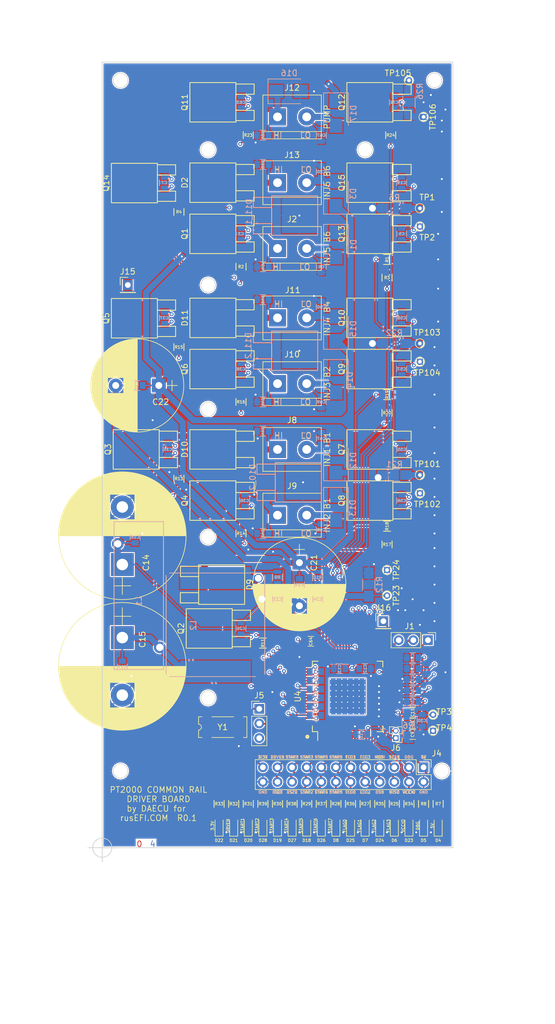
<source format=kicad_pcb>
(kicad_pcb (version 4) (host pcbnew 4.0.7)
  (title_block (title "Common Rail PT2000 board") (date 2019-05-05) (rev R0.1) (company http://rusefi.com/))
  (layers (0 F.Cu signal) (1 PWR_AN power) (2 GND power) (31 B.Cu signal) (34 B.Paste user) (35 F.Paste user) (36 B.SilkS user) (37 F.SilkS user) (38 B.Mask user) (39 F.Mask user) (44 Edge.Cuts user))
  (net 0 "")
  (net 1 GND)
  (net 2 /5V)
  (net 3 /3.3V)
  (net 4 /VCCIO)
  (net 5 /VCCP)
  (net 6 /Vbat)
  (net 7 /Vpwr)
  (net 8 /Vboost)
  (net 9 "Net-(C23-Pad1)")
  (net 10 "Net-(C24-Pad1)")
  (net 11 "Net-(C26-Pad2)")
  (net 12 "Net-(C35-Pad1)")
  (net 13 "Net-(C36-Pad1)")
  (net 14 "Net-(C37-Pad1)")
  (net 15 "Net-(C38-Pad1)")
  (net 16 "Net-(C39-Pad1)")
  (net 17 "Net-(C40-Pad1)")
  (net 18 "Net-(C41-Pad1)")
  (net 19 "Net-(C42-Pad1)")
  (net 20 "Net-(C55-Pad2)")
  (net 21 "Net-(C56-Pad2)")
  (net 22 "Net-(C57-Pad2)")
  (net 23 "Net-(C58-Pad2)")
  (net 24 "Net-(C63-Pad1)")
  (net 25 "Net-(C64-Pad2)")
  (net 26 "Net-(C71-Pad2)")
  (net 27 /START6)
  (net 28 /CSB)
  (net 29 /START5)
  (net 30 /MISO)
  (net 31 /START4)
  (net 32 /MOSI)
  (net 33 /START3)
  (net 34 /SCLK)
  (net 35 /START2)
  (net 36 /START1)
  (net 37 /RESETB)
  (net 38 /DRVEN)
  (net 39 /OA_1)
  (net 40 /OA_2)
  (net 41 /IRQB)
  (net 42 /FLAG_0)
  (net 43 /FLAG_1)
  (net 44 /FLAG_2)
  (net 45 "Net-(J5-Pad1)")
  (net 46 /VCC2P5)
  (net 47 /BANK1_BAT)
  (net 48 /INJ_B1_HIGH)
  (net 49 /BANK2_BAT)
  (net 50 /INJ_B2_HIGH)
  (net 51 /INJ1_LOW)
  (net 52 /INJ2_LOW)
  (net 53 /INJ3_LOW)
  (net 54 /INJ4_LOW)
  (net 55 /PUMP_HIGH)
  (net 56 /PUMP_LOW)
  (net 57 /CLK)
  (net 58 /DBG)
  (net 59 /P_SENSE_BOOST)
  (net 60 /P_B1_SENSE)
  (net 61 /P_B2_SENSE)
  (net 62 /P_SENSE_PUMP)
  (net 63 /G_L_BOOST)
  (net 64 /G_HB1_BAT)
  (net 65 /G_HB1_BST)
  (net 66 /G_HB2_BAT)
  (net 67 /G_HB2_BST)
  (net 68 /G_L_INJ1)
  (net 69 /G_L_INJ2)
  (net 70 /G_L_INJ3)
  (net 71 /G_L_INJ4)
  (net 72 /G_PUMP)
  (net 73 /Vbuck)
  (net 74 "Net-(C1-Pad1)")
  (net 75 "Net-(C2-Pad1)")
  (net 76 "Net-(C3-Pad1)")
  (net 77 "Net-(C5-Pad2)")
  (net 78 "Net-(C7-Pad1)")
  (net 79 "Net-(C19-Pad2)")
  (net 80 /START7)
  (net 81 /OA_3)
  (net 82 /FLAG_3)
  (net 83 "Net-(J16-Pad1)")
  (net 84 /G_LS7)
  (net 85 /BANK3_BAT)
  (net 86 /INJ_B6_HIGH)
  (net 87 /P_B3_SENSE)
  (net 88 /INJ5_LOW)
  (net 89 /INJ6_LOW)
  (net 90 /G_L_INJ5)
  (net 91 /G_HB6_BST)
  (net 92 /G_L_INJ6)
  (net 93 /G_HB5_BAT)
  (net 94 /P_SENSE_4)
  (net 95 "Net-(D4-Pad2)")
  (net 96 "Net-(D5-Pad2)")
  (net 97 "Net-(D6-Pad2)")
  (net 98 "Net-(D7-Pad2)")
  (net 99 "Net-(D8-Pad2)")
  (net 100 "Net-(D18-Pad2)")
  (net 101 "Net-(D19-Pad2)")
  (net 102 "Net-(D20-Pad2)")
  (net 103 "Net-(D21-Pad2)")
  (net 104 "Net-(D22-Pad2)")
  (net 105 "Net-(D23-Pad2)")
  (net 106 "Net-(D24-Pad2)")
  (net 107 "Net-(D25-Pad2)")
  (net 108 "Net-(D26-Pad2)")
  (net 109 "Net-(D27-Pad2)")
  (net 110 "Net-(D28-Pad2)")
  (module rusEFI_LIB:R_0805 (layer F.Cu) (at 156.21 67.945 180)
    (fp_text reference R1 (at 0 0 270) (layer F.SilkS) (effects (font (size 0.508 0.508) (thickness 0.1016))))
    (fp_text value 10R hide)
    (pad 1 smd rect (at -0.95 0 180) (size 0.7 1.3) (layers F.Cu F.Paste F.Mask) (net 77 "Net-(C5-Pad2)"))
    (pad 2 smd rect (at 0.95 0 180) (size 0.7 1.3) (layers F.Cu F.Paste F.Mask) (net 90 /G_L_INJ5))
  )
  (module rusEFI_LIB:R_0805 (layer F.Cu) (at 130.81 69.215 270)
    (fp_text reference R2 (at 0 0 360) (layer F.SilkS) (effects (font (size 0.508 0.508) (thickness 0.1016))))
    (fp_text value 10R hide)
    (pad 1 smd rect (at -0.95 0 270) (size 0.7 1.3) (layers F.Cu F.Paste F.Mask) (net 76 "Net-(C3-Pad1)"))
    (pad 2 smd rect (at 0.95 0 270) (size 0.7 1.3) (layers F.Cu F.Paste F.Mask) (net 91 /G_HB6_BST))
  )
  (module rusEFI_LIB:R_0805 (layer F.Cu) (at 120.015 59.69 270)
    (fp_text reference R4 (at 0 0 360) (layer F.SilkS) (effects (font (size 0.508 0.508) (thickness 0.1016))))
    (fp_text value 10R hide)
    (pad 1 smd rect (at -0.95 0 270) (size 0.7 1.3) (layers F.Cu F.Paste F.Mask) (net 78 "Net-(C7-Pad1)"))
    (pad 2 smd rect (at 0.95 0 270) (size 0.7 1.3) (layers F.Cu F.Paste F.Mask) (net 93 /G_HB5_BAT))
  )
  (module rusEFI_LIB:C_0805 (layer B.Cu) (at 158.75 54.61 270)
    (fp_text reference C19 (at 0 0 360) (layer B.SilkS) (effects (font (size 0.508 0.508) (thickness 0.1016)) (justify mirror)))
    (fp_text value 1000pF hide)
    (pad 1 smd rect (at -1 0 270) (size 1 1.25) (layers B.Cu B.Paste B.Mask) (net 87 /P_B3_SENSE))
    (pad 2 smd rect (at 1 0 270) (size 1 1.25) (layers B.Cu B.Paste B.Mask) (net 79 "Net-(C19-Pad2)"))
  )
  (module rusEFI_LIB:C_0805 (layer B.Cu) (at 158.75 63.5 270)
    (fp_text reference C5 (at 0 0 360) (layer B.SilkS) (effects (font (size 0.508 0.508) (thickness 0.1016)) (justify mirror)))
    (fp_text value 1000pF hide)
    (pad 1 smd rect (at -1 0 270) (size 1 1.25) (layers B.Cu B.Paste B.Mask) (net 87 /P_B3_SENSE))
    (pad 2 smd rect (at 1 0 270) (size 1 1.25) (layers B.Cu B.Paste B.Mask) (net 77 "Net-(C5-Pad2)"))
  )
  (module rusEFI_LIB:C_0805 (layer B.Cu) (at 144.78 52.705 90)
    (fp_text reference C20 (at 0 0 180) (layer B.SilkS) (effects (font (size 0.508 0.508) (thickness 0.1016)) (justify mirror)))
    (fp_text value 4700pF hide)
    (pad 1 smd rect (at -1 0 90) (size 1 1.25) (layers B.Cu B.Paste B.Mask) (net 89 /INJ6_LOW))
    (pad 2 smd rect (at 1 0 90) (size 1 1.25) (layers B.Cu B.Paste B.Mask) (net 1 GND))
  )
  (module rusEFI_LIB:C_0805 (layer B.Cu) (at 144.78 69.215 270)
    (fp_text reference C6 (at 0 0 360) (layer B.SilkS) (effects (font (size 0.508 0.508) (thickness 0.1016)) (justify mirror)))
    (fp_text value 4700pF hide)
    (pad 1 smd rect (at -1 0 270) (size 1 1.25) (layers B.Cu B.Paste B.Mask) (net 88 /INJ5_LOW))
    (pad 2 smd rect (at 1 0 270) (size 1 1.25) (layers B.Cu B.Paste B.Mask) (net 1 GND))
  )
  (module rusEFI_LIB:C_0805 (layer B.Cu) (at 134.62 51.435 180)
    (fp_text reference C18 (at 0 0 270) (layer B.SilkS) (effects (font (size 0.508 0.508) (thickness 0.1016)) (justify mirror)))
    (fp_text value 4700pF hide)
    (pad 1 smd rect (at -1 0 180) (size 1 1.25) (layers B.Cu B.Paste B.Mask) (net 86 /INJ_B6_HIGH))
    (pad 2 smd rect (at 1 0 180) (size 1 1.25) (layers B.Cu B.Paste B.Mask) (net 1 GND))
  )
  (module rusEFI_LIB:C_0805 (layer B.Cu) (at 134.62 69.215 180)
    (fp_text reference C4 (at 0 0 270) (layer B.SilkS) (effects (font (size 0.508 0.508) (thickness 0.1016)) (justify mirror)))
    (fp_text value 4700pF hide)
    (pad 1 smd rect (at -1 0 180) (size 1 1.25) (layers B.Cu B.Paste B.Mask) (net 86 /INJ_B6_HIGH))
    (pad 2 smd rect (at 1 0 180) (size 1 1.25) (layers B.Cu B.Paste B.Mask) (net 1 GND))
  )
  (module rusEFI_LIB:C_0805 (layer B.Cu) (at 130.81 63.5 90)
    (fp_text reference C3 (at 0 0 180) (layer B.SilkS) (effects (font (size 0.508 0.508) (thickness 0.1016)) (justify mirror)))
    (fp_text value 1000pF hide)
    (pad 1 smd rect (at -1 0 90) (size 1 1.25) (layers B.Cu B.Paste B.Mask) (net 76 "Net-(C3-Pad1)"))
    (pad 2 smd rect (at 1 0 90) (size 1 1.25) (layers B.Cu B.Paste B.Mask) (net 86 /INJ_B6_HIGH))
  )
  (module rusEFI_LIB:C_0805 (layer B.Cu) (at 117.475 54.61 90)
    (fp_text reference C7 (at 0 0 180) (layer B.SilkS) (effects (font (size 0.508 0.508) (thickness 0.1016)) (justify mirror)))
    (fp_text value 1000pF hide)
    (pad 1 smd rect (at -1 0 90) (size 1 1.25) (layers B.Cu B.Paste B.Mask) (net 78 "Net-(C7-Pad1)"))
    (pad 2 smd rect (at 1 0 90) (size 1 1.25) (layers B.Cu B.Paste B.Mask) (net 85 /BANK3_BAT))
  )
  (module Connect:PINTST (layer F.Cu) (at 161.925 62.23 270)
    (fp_text reference TP2 (at 1.905 -1.27 360) (layer F.SilkS))
    (fp_text value Conn_01x01)
    (pad 1 thru_hole circle (at 0 0 270) (size 1.143 1.143) (drill 0.635) (layers *.Cu *.Mask) (net 1 GND))
  )
  (module Connect:PINTST (layer F.Cu) (at 161.925 59.055 270)
    (fp_text reference TP1 (at -1.905 -1.27 360) (layer F.SilkS))
    (fp_text value Conn_01x01)
    (pad 1 thru_hole circle (at 0 0 270) (size 1.143 1.143) (drill 0.635) (layers *.Cu *.Mask) (net 87 /P_B3_SENSE))
  )
  (module Resistors_SMD:R_1206_HandSoldering (layer B.Cu) (at 157.48 59.055 180)
    (fp_text reference R5 (at 0 1.85 180) (layer B.SilkS) (effects (justify mirror)))
    (fp_text value 0R015)
    (pad 1 smd rect (at -2 0 180) (size 2 1.7) (layers B.Cu B.Paste B.Mask) (net 87 /P_B3_SENSE))
    (pad 2 smd rect (at 2 0 180) (size 2 1.7) (layers B.Cu B.Paste B.Mask) (net 1 GND))
  )
  (module TO_SOT_Packages_SMD:TO-252-2Lead (layer F.Cu) (at 158.75 54.61 90)
    (fp_text reference Q15 (at 0 -10.414 90) (layer F.SilkS))
    (fp_text value BUK9230-100B)
    (pad 1 smd rect (at -2.286 0 90) (size 1.651 3.048) (layers F.Cu F.Paste F.Mask) (net 79 "Net-(C19-Pad2)"))
    (pad 2 smd rect (at 0 -6.35 90) (size 6.096 6.096) (layers F.Cu F.Paste F.Mask) (net 89 /INJ6_LOW))
    (pad 3 smd rect (at 2.286 0 90) (size 1.651 3.048) (layers F.Cu F.Paste F.Mask) (net 87 /P_B3_SENSE))
  )
  (module TO_SOT_Packages_SMD:TO-252-2Lead (layer F.Cu) (at 158.75 63.5 90)
    (fp_text reference Q13 (at 0 -10.414 90) (layer F.SilkS))
    (fp_text value BUK9230-100B)
    (pad 1 smd rect (at -2.286 0 90) (size 1.651 3.048) (layers F.Cu F.Paste F.Mask) (net 77 "Net-(C5-Pad2)"))
    (pad 2 smd rect (at 0 -6.35 90) (size 6.096 6.096) (layers F.Cu F.Paste F.Mask) (net 88 /INJ5_LOW))
    (pad 3 smd rect (at 2.286 0 90) (size 1.651 3.048) (layers F.Cu F.Paste F.Mask) (net 87 /P_B3_SENSE))
  )
  (module TO_SOT_Packages_SMD:TO-252-2Lead (layer F.Cu) (at 131.445 63.5 90)
    (fp_text reference Q1 (at 0 -10.414 90) (layer F.SilkS))
    (fp_text value BUK9230-100B)
    (pad 1 smd rect (at -2.286 0 90) (size 1.651 3.048) (layers F.Cu F.Paste F.Mask) (net 76 "Net-(C3-Pad1)"))
    (pad 2 smd rect (at 0 -6.35 90) (size 6.096 6.096) (layers F.Cu F.Paste F.Mask) (net 8 /Vboost))
    (pad 3 smd rect (at 2.286 0 90) (size 1.651 3.048) (layers F.Cu F.Paste F.Mask) (net 86 /INJ_B6_HIGH))
  )
  (module TO_SOT_Packages_SMD:TO-252-2Lead (layer F.Cu) (at 117.792 54.6735 90)
    (fp_text reference Q14 (at 0 -10.414 90) (layer F.SilkS))
    (fp_text value BUK9230-100B)
    (pad 1 smd rect (at -2.286 0 90) (size 1.651 3.048) (layers F.Cu F.Paste F.Mask) (net 78 "Net-(C7-Pad1)"))
    (pad 2 smd rect (at 0 -6.35 90) (size 6.096 6.096) (layers F.Cu F.Paste F.Mask) (net 6 /Vbat))
    (pad 3 smd rect (at 2.286 0 90) (size 1.651 3.048) (layers F.Cu F.Paste F.Mask) (net 85 /BANK3_BAT))
  )
  (module Terminal_Blocks:TerminalBlock_bornier-2_P5.08mm (layer F.Cu) (at 137.16 54.61)
    (fp_text reference J13 (at 2.54 -4.826) (layer F.SilkS))
    (fp_text value INJ_Term)
    (pad 1 thru_hole rect (at 0 0) (size 3 3) (drill 1.52) (layers *.Cu *.Mask) (net 86 /INJ_B6_HIGH))
    (pad 2 thru_hole circle (at 5.08 0) (size 3 3) (drill 1.52) (layers *.Cu *.Mask) (net 89 /INJ6_LOW))
  )
  (module Terminal_Blocks:TerminalBlock_bornier-2_P5.08mm (layer F.Cu) (at 137.16 66.04)
    (fp_text reference J2 (at 2.54 -5.08) (layer F.SilkS))
    (fp_text value INJ_Term)
    (pad 1 thru_hole rect (at 0 0) (size 3 3) (drill 1.52) (layers *.Cu *.Mask) (net 86 /INJ_B6_HIGH))
    (pad 2 thru_hole circle (at 5.08 0) (size 3 3) (drill 1.52) (layers *.Cu *.Mask) (net 88 /INJ5_LOW))
  )
  (module Diodes_SMD:D_SMB (layer B.Cu) (at 147.32 56.515 90)
    (fp_text reference D3 (at 0 3 90) (layer B.SilkS) (effects (justify mirror)))
    (fp_text value STPS2H100UY)
    (pad 1 smd rect (at -2.15 0 90) (size 2.5 2.3) (layers B.Cu B.Paste B.Mask) (net 8 /Vboost))
    (pad 2 smd rect (at 2.15 0 90) (size 2.5 2.3) (layers B.Cu B.Paste B.Mask) (net 89 /INJ6_LOW))
  )
  (module Diodes_SMD:D_SMB (layer B.Cu) (at 147.32 65.405 270)
    (fp_text reference D1 (at 0 -3.048 270) (layer B.SilkS) (effects (justify mirror)))
    (fp_text value STPS2H100UY)
    (pad 1 smd rect (at -2.15 0 270) (size 2.5 2.3) (layers B.Cu B.Paste B.Mask) (net 8 /Vboost))
    (pad 2 smd rect (at 2.15 0 270) (size 2.5 2.3) (layers B.Cu B.Paste B.Mask) (net 88 /INJ5_LOW))
  )
  (module TO_SOT_Packages_SMD:TO-252-2Lead (layer B.Cu) (at 134.62 60.325 90)
    (fp_text reference D11_1 (at 0.635 -2.413 90) (layer B.SilkS) (effects (justify mirror)))
    (fp_text value SBR10200CTL)
    (pad 1 smd rect (at -2.286 0 90) (size 1.651 3.048) (layers B.Cu B.Paste B.Mask) (net 86 /INJ_B6_HIGH))
    (pad 2 smd rect (at 0 6.35 90) (size 6.096 6.096) (layers B.Cu B.Paste B.Mask) (net 1 GND))
    (pad 3 smd rect (at 2.286 0 90) (size 1.651 3.048) (layers B.Cu B.Paste B.Mask))
  )
  (module TO_SOT_Packages_SMD:TO-252-2Lead (layer F.Cu) (at 131.445 54.61 90)
    (fp_text reference D2 (at 0 -10.414 90) (layer F.SilkS))
    (fp_text value SBR10200CTL)
    (pad 1 smd rect (at -2.286 0 90) (size 1.651 3.048) (layers F.Cu F.Paste F.Mask) (net 86 /INJ_B6_HIGH))
    (pad 2 smd rect (at 0 -6.35 90) (size 6.096 6.096) (layers F.Cu F.Paste F.Mask) (net 85 /BANK3_BAT))
    (pad 3 smd rect (at 2.286 0 90) (size 1.651 3.048) (layers F.Cu F.Paste F.Mask))
  )
  (module rusEFI_LIB:IHLP6767GZER100M01 (layer B.Cu) (at 126.365 131.445 270)
    (fp_text reference L2 (at 0.09906 3.85064 270) (layer B.SilkS) (effects (justify mirror)))
    (fp_text value 10uH hide)
    (pad 2 smd rect (at 8.1225 0 270) (size 3.825 12.32) (layers B.Cu B.Paste B.Mask) (net 7 /Vpwr))
    (pad 1 smd rect (at -8.1225 0 270) (size 3.825 12.32) (layers B.Cu B.Paste B.Mask) (net 73 /Vbuck))
  )
  (module Capacitors_ThroughHole:CP_Radial_D22.0mm_P10.00mm_SnapIn (layer F.Cu) (at 110.172 120.968 90)
    (fp_text reference C14 (at 0.3175 4.1275 90) (layer F.SilkS))
    (fp_text value 1000uF)
    (pad 1 thru_hole rect (at 0 0 90) (size 4 4) (drill 2) (layers *.Cu *.Mask) (net 6 /Vbat))
    (pad 2 thru_hole circle (at 10 0 90) (size 4 4) (drill 2) (layers *.Cu *.Mask) (net 1 GND))
  )
  (module Capacitors_ThroughHole:CP_Radial_D22.0mm_P10.00mm_SnapIn (layer F.Cu) (at 110.172 133.668 270)
    (fp_text reference C15 (at 0.3175 -3.4925 270) (layer F.SilkS))
    (fp_text value 1000uF)
    (pad 1 thru_hole rect (at 0 0 270) (size 4 4) (drill 2) (layers *.Cu *.Mask) (net 7 /Vpwr))
    (pad 2 thru_hole circle (at 10 0 270) (size 4 4) (drill 2) (layers *.Cu *.Mask) (net 1 GND))
  )
  (module Capacitors_ThroughHole:CP_Radial_D16.0mm_P7.50mm (layer F.Cu) (at 140.97 120.65 270)
    (fp_text reference C21 (at 0 -2.54 270) (layer F.SilkS))
    (fp_text value 390uF)
    (pad 1 thru_hole rect (at 0 0 270) (size 2.4 2.4) (drill 1.2) (layers *.Cu *.Mask) (net 8 /Vboost))
    (pad 2 thru_hole circle (at 7.5 0 270) (size 2.4 2.4) (drill 1.2) (layers *.Cu *.Mask) (net 59 /P_SENSE_BOOST))
  )
  (module Capacitors_ThroughHole:CP_Radial_D16.0mm_P7.50mm (layer F.Cu) (at 116.522 89.852 180)
    (fp_text reference C22 (at -0.3175 -2.8575 180) (layer F.SilkS))
    (fp_text value 390uF)
    (pad 1 thru_hole rect (at 0 0 180) (size 2.4 2.4) (drill 1.2) (layers *.Cu *.Mask) (net 8 /Vboost))
    (pad 2 thru_hole circle (at 7.5 0 180) (size 2.4 2.4) (drill 1.2) (layers *.Cu *.Mask) (net 59 /P_SENSE_BOOST))
  )
  (module TO_SOT_Packages_SMD:TO-252-2Lead (layer F.Cu) (at 121.92 124.46 270)
    (fp_text reference D9 (at 0 -10.414 270) (layer F.SilkS))
    (fp_text value FFD10UP20S)
    (pad 1 smd rect (at -2.286 0 270) (size 1.651 3.048) (layers F.Cu F.Paste F.Mask) (net 8 /Vboost))
    (pad 2 smd rect (at 0 -6.35 270) (size 6.096 6.096) (layers F.Cu F.Paste F.Mask) (net 73 /Vbuck))
    (pad 3 smd rect (at 2.286 0 270) (size 1.651 3.048) (layers F.Cu F.Paste F.Mask))
  )
  (module TO_SOT_Packages_SMD:TO-252-2Lead (layer F.Cu) (at 131.445 100.965 90)
    (fp_text reference D10 (at 0 -10.414 90) (layer F.SilkS))
    (fp_text value SBR10200CTL)
    (pad 1 smd rect (at -2.286 0 90) (size 1.651 3.048) (layers F.Cu F.Paste F.Mask) (net 48 /INJ_B1_HIGH))
    (pad 2 smd rect (at 0 -6.35 90) (size 6.096 6.096) (layers F.Cu F.Paste F.Mask) (net 47 /BANK1_BAT))
    (pad 3 smd rect (at 2.286 0 90) (size 1.651 3.048) (layers F.Cu F.Paste F.Mask))
  )
  (module TO_SOT_Packages_SMD:TO-252-2Lead (layer B.Cu) (at 135.255 106.68 90)
    (fp_text reference D10_2 (at 0.889 -2.413 90) (layer B.SilkS) (effects (justify mirror)))
    (fp_text value SBR10200CTL)
    (pad 1 smd rect (at -2.286 0 90) (size 1.651 3.048) (layers B.Cu B.Paste B.Mask) (net 48 /INJ_B1_HIGH))
    (pad 2 smd rect (at 0 6.35 90) (size 6.096 6.096) (layers B.Cu B.Paste B.Mask) (net 1 GND))
    (pad 3 smd rect (at 2.286 0 90) (size 1.651 3.048) (layers B.Cu B.Paste B.Mask))
  )
  (module TO_SOT_Packages_SMD:TO-252-2Lead (layer F.Cu) (at 131.445 78.105 90)
    (fp_text reference D11 (at 0 -10.414 90) (layer F.SilkS))
    (fp_text value SBR10200CTL)
    (pad 1 smd rect (at -2.286 0 90) (size 1.651 3.048) (layers F.Cu F.Paste F.Mask) (net 50 /INJ_B2_HIGH))
    (pad 2 smd rect (at 0 -6.35 90) (size 6.096 6.096) (layers F.Cu F.Paste F.Mask) (net 49 /BANK2_BAT))
    (pad 3 smd rect (at 2.286 0 90) (size 1.651 3.048) (layers F.Cu F.Paste F.Mask))
  )
  (module TO_SOT_Packages_SMD:TO-252-2Lead (layer B.Cu) (at 134.62 83.82 90)
    (fp_text reference D11_2 (at 0.889 -2.54 90) (layer B.SilkS) (effects (justify mirror)))
    (fp_text value SBR10200CTL)
    (pad 1 smd rect (at -2.286 0 90) (size 1.651 3.048) (layers B.Cu B.Paste B.Mask) (net 50 /INJ_B2_HIGH))
    (pad 2 smd rect (at 0 6.35 90) (size 6.096 6.096) (layers B.Cu B.Paste B.Mask) (net 1 GND))
    (pad 3 smd rect (at 2.286 0 90) (size 1.651 3.048) (layers B.Cu B.Paste B.Mask))
  )
  (module Diodes_SMD:D_SMB (layer B.Cu) (at 147.32 102.87 90)
    (fp_text reference D12 (at 0 3 90) (layer B.SilkS) (effects (justify mirror)))
    (fp_text value STPS2H100UY)
    (pad 1 smd rect (at -2.15 0 90) (size 2.5 2.3) (layers B.Cu B.Paste B.Mask) (net 8 /Vboost))
    (pad 2 smd rect (at 2.15 0 90) (size 2.5 2.3) (layers B.Cu B.Paste B.Mask) (net 51 /INJ1_LOW))
  )
  (module Diodes_SMD:D_SMB (layer B.Cu) (at 147.32 111.125 270)
    (fp_text reference D13 (at 0 -2.921 270) (layer B.SilkS) (effects (justify mirror)))
    (fp_text value STPS2H100UY)
    (pad 1 smd rect (at -2.15 0 270) (size 2.5 2.3) (layers B.Cu B.Paste B.Mask) (net 8 /Vboost))
    (pad 2 smd rect (at 2.15 0 270) (size 2.5 2.3) (layers B.Cu B.Paste B.Mask) (net 52 /INJ2_LOW))
  )
  (module Diodes_SMD:D_SMB (layer B.Cu) (at 147.32 88.9 270)
    (fp_text reference D14 (at 0 -2.413 270) (layer B.SilkS) (effects (justify mirror)))
    (fp_text value STPS2H100UY)
    (pad 1 smd rect (at -2.15 0 270) (size 2.5 2.3) (layers B.Cu B.Paste B.Mask) (net 8 /Vboost))
    (pad 2 smd rect (at 2.15 0 270) (size 2.5 2.3) (layers B.Cu B.Paste B.Mask) (net 53 /INJ3_LOW))
  )
  (module Diodes_SMD:D_SMB (layer B.Cu) (at 147.32 80.01 90)
    (fp_text reference D15 (at 0 3 90) (layer B.SilkS) (effects (justify mirror)))
    (fp_text value STPS2H100UY)
    (pad 1 smd rect (at -2.15 0 90) (size 2.5 2.3) (layers B.Cu B.Paste B.Mask) (net 8 /Vboost))
    (pad 2 smd rect (at 2.15 0 90) (size 2.5 2.3) (layers B.Cu B.Paste B.Mask) (net 54 /INJ4_LOW))
  )
  (module Diodes_SMD:D_SMB (layer B.Cu) (at 139.065 38.735)
    (fp_text reference D16 (at 0.127 -3.175) (layer B.SilkS) (effects (justify mirror)))
    (fp_text value STPS2H100UY)
    (pad 1 smd rect (at -2.15 0) (size 2.5 2.3) (layers B.Cu B.Paste B.Mask) (net 55 /PUMP_HIGH))
    (pad 2 smd rect (at 2.15 0) (size 2.5 2.3) (layers B.Cu B.Paste B.Mask) (net 1 GND))
  )
  (module Diodes_SMD:D_SMB (layer B.Cu) (at 147.32 42.545 270)
    (fp_text reference D17 (at 0 -3.048 270) (layer B.SilkS) (effects (justify mirror)))
    (fp_text value STPS2H100UY)
    (pad 1 smd rect (at -2.15 0 270) (size 2.5 2.3) (layers B.Cu B.Paste B.Mask) (net 6 /Vbat))
    (pad 2 smd rect (at 2.15 0 270) (size 2.5 2.3) (layers B.Cu B.Paste B.Mask) (net 56 /PUMP_LOW))
  )
  (module Pin_Headers:Pin_Header_Straight_1x03_Pitch2.54mm (layer F.Cu) (at 133.985 146.05)
    (fp_text reference J5 (at 0 -2.33) (layer F.SilkS))
    (fp_text value CONN_01X03)
    (pad 1 thru_hole rect (at 0 0) (size 1.7 1.7) (drill 1) (layers *.Cu *.Mask) (net 45 "Net-(J5-Pad1)"))
    (pad 2 thru_hole oval (at 0 2.54) (size 1.7 1.7) (drill 1) (layers *.Cu *.Mask) (net 57 /CLK))
    (pad 3 thru_hole oval (at 0 5.08) (size 1.7 1.7) (drill 1) (layers *.Cu *.Mask))
  )
  (module Terminal_Blocks:TerminalBlock_bornier-2_P5.08mm (layer F.Cu) (at 137.16 100.965)
    (fp_text reference J8 (at 2.54 -5.08) (layer F.SilkS))
    (fp_text value INJ_Term)
    (pad 1 thru_hole rect (at 0 0) (size 3 3) (drill 1.52) (layers *.Cu *.Mask) (net 48 /INJ_B1_HIGH))
    (pad 2 thru_hole circle (at 5.08 0) (size 3 3) (drill 1.52) (layers *.Cu *.Mask) (net 51 /INJ1_LOW))
  )
  (module Terminal_Blocks:TerminalBlock_bornier-2_P5.08mm (layer F.Cu) (at 137.16 112.395)
    (fp_text reference J9 (at 2.54 -5.08) (layer F.SilkS))
    (fp_text value INJ_Term)
    (pad 1 thru_hole rect (at 0 0) (size 3 3) (drill 1.52) (layers *.Cu *.Mask) (net 48 /INJ_B1_HIGH))
    (pad 2 thru_hole circle (at 5.08 0) (size 3 3) (drill 1.52) (layers *.Cu *.Mask) (net 52 /INJ2_LOW))
  )
  (module Terminal_Blocks:TerminalBlock_bornier-2_P5.08mm (layer F.Cu) (at 137.16 89.535)
    (fp_text reference J10 (at 2.54 -5.08) (layer F.SilkS))
    (fp_text value INJ_Term)
    (pad 1 thru_hole rect (at 0 0) (size 3 3) (drill 1.52) (layers *.Cu *.Mask) (net 50 /INJ_B2_HIGH))
    (pad 2 thru_hole circle (at 5.08 0) (size 3 3) (drill 1.52) (layers *.Cu *.Mask) (net 53 /INJ3_LOW))
  )
  (module Terminal_Blocks:TerminalBlock_bornier-2_P5.08mm (layer F.Cu) (at 137.16 78.105)
    (fp_text reference J11 (at 2.667 -4.826) (layer F.SilkS))
    (fp_text value INJ_Term)
    (pad 1 thru_hole rect (at 0 0) (size 3 3) (drill 1.52) (layers *.Cu *.Mask) (net 50 /INJ_B2_HIGH))
    (pad 2 thru_hole circle (at 5.08 0) (size 3 3) (drill 1.52) (layers *.Cu *.Mask) (net 54 /INJ4_LOW))
  )
  (module Terminal_Blocks:TerminalBlock_bornier-2_P5.08mm (layer F.Cu) (at 137.16 43.18)
    (fp_text reference J12 (at 2.54 -5.08) (layer F.SilkS))
    (fp_text value INJ_Term)
    (pad 1 thru_hole rect (at 0 0) (size 3 3) (drill 1.52) (layers *.Cu *.Mask) (net 55 /PUMP_HIGH))
    (pad 2 thru_hole circle (at 5.08 0) (size 3 3) (drill 1.52) (layers *.Cu *.Mask) (net 56 /PUMP_LOW))
  )
  (module rusEFI_LIB:744710610-Inductor (layer B.Cu) (at 113.03 126.365 90)
    (fp_text reference L1 (at -1 0 90) (layer B.SilkS) (effects (justify mirror)))
    (fp_text value 6uH hide)
    (pad 1 thru_hole circle (at -9 3.65 90) (size 2.032 2.032) (drill 1.27) (layers *.Cu *.Mask) (net 7 /Vpwr))
    (pad 2 thru_hole circle (at 9 -3.65 90) (size 2.032 2.032) (drill 1.27) (layers *.Cu *.Mask) (net 6 /Vbat))
  )
  (module TO_SOT_Packages_SMD:TO-252-2Lead (layer F.Cu) (at 130.81 132.08 90)
    (fp_text reference Q2 (at 0 -10.414 90) (layer F.SilkS))
    (fp_text value BUK9230-100B)
    (pad 1 smd rect (at -2.286 0 90) (size 1.651 3.048) (layers F.Cu F.Paste F.Mask) (net 11 "Net-(C26-Pad2)"))
    (pad 2 smd rect (at 0 -6.35 90) (size 6.096 6.096) (layers F.Cu F.Paste F.Mask) (net 73 /Vbuck))
    (pad 3 smd rect (at 2.286 0 90) (size 1.651 3.048) (layers F.Cu F.Paste F.Mask) (net 59 /P_SENSE_BOOST))
  )
  (module TO_SOT_Packages_SMD:TO-252-2Lead (layer F.Cu) (at 118.11 100.965 90)
    (fp_text reference Q3 (at 0 -10.414 90) (layer F.SilkS))
    (fp_text value BUK9230-100B)
    (pad 1 smd rect (at -2.286 0 90) (size 1.651 3.048) (layers F.Cu F.Paste F.Mask) (net 12 "Net-(C35-Pad1)"))
    (pad 2 smd rect (at 0 -6.35 90) (size 6.096 6.096) (layers F.Cu F.Paste F.Mask) (net 6 /Vbat))
    (pad 3 smd rect (at 2.286 0 90) (size 1.651 3.048) (layers F.Cu F.Paste F.Mask) (net 47 /BANK1_BAT))
  )
  (module TO_SOT_Packages_SMD:TO-252-2Lead (layer F.Cu) (at 131.445 109.855 90)
    (fp_text reference Q4 (at 0 -10.414 90) (layer F.SilkS))
    (fp_text value BUK9230-100B)
    (pad 1 smd rect (at -2.286 0 90) (size 1.651 3.048) (layers F.Cu F.Paste F.Mask) (net 13 "Net-(C36-Pad1)"))
    (pad 2 smd rect (at 0 -6.35 90) (size 6.096 6.096) (layers F.Cu F.Paste F.Mask) (net 8 /Vboost))
    (pad 3 smd rect (at 2.286 0 90) (size 1.651 3.048) (layers F.Cu F.Paste F.Mask) (net 48 /INJ_B1_HIGH))
  )
  (module TO_SOT_Packages_SMD:TO-252-2Lead (layer F.Cu) (at 117.792 78.1685 90)
    (fp_text reference Q5 (at 0 -10.414 90) (layer F.SilkS))
    (fp_text value BUK9230-100B)
    (pad 1 smd rect (at -2.286 0 90) (size 1.651 3.048) (layers F.Cu F.Paste F.Mask) (net 14 "Net-(C37-Pad1)"))
    (pad 2 smd rect (at 0 -6.35 90) (size 6.096 6.096) (layers F.Cu F.Paste F.Mask) (net 6 /Vbat))
    (pad 3 smd rect (at 2.286 0 90) (size 1.651 3.048) (layers F.Cu F.Paste F.Mask) (net 49 /BANK2_BAT))
  )
  (module TO_SOT_Packages_SMD:TO-252-2Lead (layer F.Cu) (at 131.445 86.995 90)
    (fp_text reference Q6 (at 0 -10.414 90) (layer F.SilkS))
    (fp_text value BUK9230-100B)
    (pad 1 smd rect (at -2.286 0 90) (size 1.651 3.048) (layers F.Cu F.Paste F.Mask) (net 15 "Net-(C38-Pad1)"))
    (pad 2 smd rect (at 0 -6.35 90) (size 6.096 6.096) (layers F.Cu F.Paste F.Mask) (net 8 /Vboost))
    (pad 3 smd rect (at 2.286 0 90) (size 1.651 3.048) (layers F.Cu F.Paste F.Mask) (net 50 /INJ_B2_HIGH))
  )
  (module TO_SOT_Packages_SMD:TO-252-2Lead (layer F.Cu) (at 158.75 100.965 90)
    (fp_text reference Q7 (at 0 -10.414 90) (layer F.SilkS))
    (fp_text value BUK9230-100B)
    (pad 1 smd rect (at -2.286 0 90) (size 1.651 3.048) (layers F.Cu F.Paste F.Mask) (net 20 "Net-(C55-Pad2)"))
    (pad 2 smd rect (at 0 -6.35 90) (size 6.096 6.096) (layers F.Cu F.Paste F.Mask) (net 51 /INJ1_LOW))
    (pad 3 smd rect (at 2.286 0 90) (size 1.651 3.048) (layers F.Cu F.Paste F.Mask) (net 60 /P_B1_SENSE))
  )
  (module TO_SOT_Packages_SMD:TO-252-2Lead (layer F.Cu) (at 158.75 109.855 90)
    (fp_text reference Q8 (at 0 -10.414 90) (layer F.SilkS))
    (fp_text value BUK9230-100B)
    (pad 1 smd rect (at -2.286 0 90) (size 1.651 3.048) (layers F.Cu F.Paste F.Mask) (net 21 "Net-(C56-Pad2)"))
    (pad 2 smd rect (at 0 -6.35 90) (size 6.096 6.096) (layers F.Cu F.Paste F.Mask) (net 52 /INJ2_LOW))
    (pad 3 smd rect (at 2.286 0 90) (size 1.651 3.048) (layers F.Cu F.Paste F.Mask) (net 60 /P_B1_SENSE))
  )
  (module TO_SOT_Packages_SMD:TO-252-2Lead (layer F.Cu) (at 158.75 86.995 90)
    (fp_text reference Q9 (at 0 -10.414 90) (layer F.SilkS))
    (fp_text value BUK9230-100B)
    (pad 1 smd rect (at -2.286 0 90) (size 1.651 3.048) (layers F.Cu F.Paste F.Mask) (net 22 "Net-(C57-Pad2)"))
    (pad 2 smd rect (at 0 -6.35 90) (size 6.096 6.096) (layers F.Cu F.Paste F.Mask) (net 53 /INJ3_LOW))
    (pad 3 smd rect (at 2.286 0 90) (size 1.651 3.048) (layers F.Cu F.Paste F.Mask) (net 61 /P_B2_SENSE))
  )
  (module TO_SOT_Packages_SMD:TO-252-2Lead (layer F.Cu) (at 158.75 78.105 90)
    (fp_text reference Q10 (at 0 -10.414 90) (layer F.SilkS))
    (fp_text value BUK9230-100B)
    (pad 1 smd rect (at -2.286 0 90) (size 1.651 3.048) (layers F.Cu F.Paste F.Mask) (net 23 "Net-(C58-Pad2)"))
    (pad 2 smd rect (at 0 -6.35 90) (size 6.096 6.096) (layers F.Cu F.Paste F.Mask) (net 54 /INJ4_LOW))
    (pad 3 smd rect (at 2.286 0 90) (size 1.651 3.048) (layers F.Cu F.Paste F.Mask) (net 61 /P_B2_SENSE))
  )
  (module TO_SOT_Packages_SMD:TO-252-2Lead (layer F.Cu) (at 131.445 40.64 90)
    (fp_text reference Q11 (at 0 -10.414 90) (layer F.SilkS))
    (fp_text value BUK9230-100B)
    (pad 1 smd rect (at -2.286 0 90) (size 1.651 3.048) (layers F.Cu F.Paste F.Mask) (net 24 "Net-(C63-Pad1)"))
    (pad 2 smd rect (at 0 -6.35 90) (size 6.096 6.096) (layers F.Cu F.Paste F.Mask) (net 6 /Vbat))
    (pad 3 smd rect (at 2.286 0 90) (size 1.651 3.048) (layers F.Cu F.Paste F.Mask) (net 55 /PUMP_HIGH))
  )
  (module TO_SOT_Packages_SMD:TO-252-2Lead (layer F.Cu) (at 158.75 40.64 90)
    (fp_text reference Q12 (at 0 -10.414 90) (layer F.SilkS))
    (fp_text value BUK9230-100B)
    (pad 1 smd rect (at -2.286 0 90) (size 1.651 3.048) (layers F.Cu F.Paste F.Mask) (net 26 "Net-(C71-Pad2)"))
    (pad 2 smd rect (at 0 -6.35 90) (size 6.096 6.096) (layers F.Cu F.Paste F.Mask) (net 56 /PUMP_LOW))
    (pad 3 smd rect (at 2.286 0 90) (size 1.651 3.048) (layers F.Cu F.Paste F.Mask) (net 62 /P_SENSE_PUMP))
  )
  (module Resistors_SMD:R_1206_HandSoldering (layer B.Cu) (at 153.035 124.46 90)
    (fp_text reference R12 (at 0 1.85 90) (layer B.SilkS) (effects (justify mirror)))
    (fp_text value 0R010)
    (pad 1 smd rect (at -2 0 90) (size 2 1.7) (layers B.Cu B.Paste B.Mask) (net 59 /P_SENSE_BOOST))
    (pad 2 smd rect (at 2 0 90) (size 2 1.7) (layers B.Cu B.Paste B.Mask) (net 1 GND))
  )
  (module Resistors_SMD:R_1206_HandSoldering (layer B.Cu) (at 157.48 105.41 180)
    (fp_text reference R21 (at 0 1.85 180) (layer B.SilkS) (effects (justify mirror)))
    (fp_text value 0R015)
    (pad 1 smd rect (at -2 0 180) (size 2 1.7) (layers B.Cu B.Paste B.Mask) (net 60 /P_B1_SENSE))
    (pad 2 smd rect (at 2 0 180) (size 2 1.7) (layers B.Cu B.Paste B.Mask) (net 1 GND))
  )
  (module Resistors_SMD:R_1206_HandSoldering (layer B.Cu) (at 157.48 82.55 180)
    (fp_text reference R22 (at 0 1.85 180) (layer B.SilkS) (effects (justify mirror)))
    (fp_text value 0R015)
    (pad 1 smd rect (at -2 0 180) (size 2 1.7) (layers B.Cu B.Paste B.Mask) (net 61 /P_B2_SENSE))
    (pad 2 smd rect (at 2 0 180) (size 2 1.7) (layers B.Cu B.Paste B.Mask) (net 1 GND))
  )
  (module Resistors_SMD:R_1206_HandSoldering (layer B.Cu) (at 160.02 40.64 270)
    (fp_text reference R26 (at -1.905 -1.905 270) (layer B.SilkS) (effects (justify mirror)))
    (fp_text value 0R015)
    (pad 1 smd rect (at -2 0 270) (size 2 1.7) (layers B.Cu B.Paste B.Mask) (net 62 /P_SENSE_PUMP))
    (pad 2 smd rect (at 2 0 270) (size 2 1.7) (layers B.Cu B.Paste B.Mask) (net 1 GND))
  )
  (module Connect:PINTST (layer F.Cu) (at 156.21 126.365 270)
    (fp_text reference TP23 (at 0 -1.6 270) (layer F.SilkS))
    (fp_text value Conn_01x01)
    (pad 1 thru_hole circle (at 0 0 270) (size 1.143 1.143) (drill 0.635) (layers *.Cu *.Mask) (net 59 /P_SENSE_BOOST))
  )
  (module Connect:PINTST (layer F.Cu) (at 156.21 121.92 270)
    (fp_text reference TP24 (at 0 -1.6 270) (layer F.SilkS))
    (fp_text value Conn_01x01)
    (pad 1 thru_hole circle (at 0 0 270) (size 1.143 1.143) (drill 0.635) (layers *.Cu *.Mask) (net 1 GND))
  )
  (module Connect:PINTST (layer F.Cu) (at 161.925 105.41 270)
    (fp_text reference TP101 (at -1.905 -1.27 360) (layer F.SilkS))
    (fp_text value Conn_01x01)
    (pad 1 thru_hole circle (at 0 0 270) (size 1.143 1.143) (drill 0.635) (layers *.Cu *.Mask) (net 60 /P_B1_SENSE))
  )
  (module Connect:PINTST (layer F.Cu) (at 161.925 108.585 270)
    (fp_text reference TP102 (at 1.905 -1.27 360) (layer F.SilkS))
    (fp_text value Conn_01x01)
    (pad 1 thru_hole circle (at 0 0 270) (size 1.143 1.143) (drill 0.635) (layers *.Cu *.Mask) (net 1 GND))
  )
  (module Connect:PINTST (layer F.Cu) (at 161.925 82.55 270)
    (fp_text reference TP103 (at -1.905 -1.27 360) (layer F.SilkS))
    (fp_text value Conn_01x01)
    (pad 1 thru_hole circle (at 0 0 270) (size 1.143 1.143) (drill 0.635) (layers *.Cu *.Mask) (net 61 /P_B2_SENSE))
  )
  (module Connect:PINTST (layer F.Cu) (at 161.925 85.725 270)
    (fp_text reference TP104 (at 1.905 -1.27 360) (layer F.SilkS))
    (fp_text value Conn_01x01)
    (pad 1 thru_hole circle (at 0 0 270) (size 1.143 1.143) (drill 0.635) (layers *.Cu *.Mask) (net 1 GND))
  )
  (module Connect:PINTST (layer F.Cu) (at 160.02 36.83 270)
    (fp_text reference TP105 (at -1.27 1.905 360) (layer F.SilkS))
    (fp_text value Conn_01x01)
    (pad 1 thru_hole circle (at 0 0 270) (size 1.143 1.143) (drill 0.635) (layers *.Cu *.Mask) (net 62 /P_SENSE_PUMP))
  )
  (module Connect:PINTST (layer F.Cu) (at 162.56 43.18 270)
    (fp_text reference TP106 (at 0 -1.6 270) (layer F.SilkS))
    (fp_text value Conn_01x01)
    (pad 1 thru_hole circle (at 0 0 270) (size 1.143 1.143) (drill 0.635) (layers *.Cu *.Mask) (net 1 GND))
  )
  (module Crystals:Crystal_SMD_SeikoEpson_MC306-4pin_8.0x3.2mm (layer F.Cu) (at 127.635 149.225)
    (fp_text reference Y1 (at 0 0) (layer F.SilkS))
    (fp_text value 1MHz)
    (pad 1 smd rect (at -2.75 1.6) (size 1.3 1.9) (layers F.Cu F.Paste F.Mask) (net 3 /3.3V))
    (pad 2 smd rect (at 2.75 1.6) (size 1.3 1.9) (layers F.Cu F.Paste F.Mask) (net 1 GND))
    (pad 3 smd rect (at 2.75 -1.6) (size 1.3 1.9) (layers F.Cu F.Paste F.Mask) (net 45 "Net-(J5-Pad1)"))
    (pad 4 smd rect (at -2.75 -1.6) (size 1.3 1.9) (layers F.Cu F.Paste F.Mask) (net 3 /3.3V))
  )
  (module rusEFI_LIB:C_0805 (layer F.Cu) (at 160.655 148.59)
    (fp_text reference C8 (at 0 0 90) (layer F.SilkS) (effects (font (size 0.508 0.508) (thickness 0.1016))))
    (fp_text value 0.1uF hide)
    (pad 1 smd rect (at -1 0) (size 1 1.25) (layers F.Cu F.Paste F.Mask) (net 46 /VCC2P5))
    (pad 2 smd rect (at 1 0) (size 1 1.25) (layers F.Cu F.Paste F.Mask) (net 1 GND))
  )
  (module rusEFI_LIB:C_0805 (layer F.Cu) (at 160.655 150.495)
    (fp_text reference C9 (at 0 0 90) (layer F.SilkS) (effects (font (size 0.508 0.508) (thickness 0.1016))))
    (fp_text value 1uF hide)
    (pad 1 smd rect (at -1 0) (size 1 1.25) (layers F.Cu F.Paste F.Mask) (net 46 /VCC2P5))
    (pad 2 smd rect (at 1 0) (size 1 1.25) (layers F.Cu F.Paste F.Mask) (net 1 GND))
  )
  (module rusEFI_LIB:C_0805 (layer B.Cu) (at 151.765 150.495 180)
    (fp_text reference C10 (at 0 0 450) (layer B.SilkS) (effects (font (size 0.508 0.508) (thickness 0.1016)) (justify mirror)))
    (fp_text value 0.1uF hide)
    (pad 1 smd rect (at -1 0 180) (size 1 1.25) (layers B.Cu B.Paste B.Mask) (net 4 /VCCIO))
    (pad 2 smd rect (at 1 0 180) (size 1 1.25) (layers B.Cu B.Paste B.Mask) (net 1 GND))
  )
  (module rusEFI_LIB:C_0805 (layer F.Cu) (at 160.655 146.685)
    (fp_text reference C11 (at 0 0 90) (layer F.SilkS) (effects (font (size 0.508 0.508) (thickness 0.1016))))
    (fp_text value 0.1uF hide)
    (pad 1 smd rect (at -1 0) (size 1 1.25) (layers F.Cu F.Paste F.Mask) (net 2 /5V))
    (pad 2 smd rect (at 1 0) (size 1 1.25) (layers F.Cu F.Paste F.Mask) (net 1 GND))
  )
  (module rusEFI_LIB:C_0805 (layer B.Cu) (at 152.4 139.065)
    (fp_text reference C12 (at 0 0 270) (layer B.SilkS) (effects (font (size 0.508 0.508) (thickness 0.1016)) (justify mirror)))
    (fp_text value 4.7uF hide)
    (pad 1 smd rect (at -1 0) (size 1 1.25) (layers B.Cu B.Paste B.Mask) (net 5 /VCCP))
    (pad 2 smd rect (at 1 0) (size 1 1.25) (layers B.Cu B.Paste B.Mask) (net 1 GND))
  )
  (module rusEFI_LIB:C_0805 (layer B.Cu) (at 147.955 139.065 180)
    (fp_text reference C13 (at 0 0 450) (layer B.SilkS) (effects (font (size 0.508 0.508) (thickness 0.1016)) (justify mirror)))
    (fp_text value 0.1uF hide)
    (pad 1 smd rect (at -1 0 180) (size 1 1.25) (layers B.Cu B.Paste B.Mask) (net 5 /VCCP))
    (pad 2 smd rect (at 1 0 180) (size 1 1.25) (layers B.Cu B.Paste B.Mask) (net 1 GND))
  )
  (module rusEFI_LIB:C_0805 (layer B.Cu) (at 112.395 116.205 90)
    (fp_text reference C16 (at 0 0 360) (layer B.SilkS) (effects (font (size 0.508 0.508) (thickness 0.1016)) (justify mirror)))
    (fp_text value 0.22uF hide)
    (pad 1 smd rect (at -1 0 90) (size 1 1.25) (layers B.Cu B.Paste B.Mask) (net 6 /Vbat))
    (pad 2 smd rect (at 1 0 90) (size 1 1.25) (layers B.Cu B.Paste B.Mask) (net 1 GND))
  )
  (module rusEFI_LIB:C_0805 (layer B.Cu) (at 110.172 138.748 270)
    (fp_text reference C17 (at 0 0 540) (layer B.SilkS) (effects (font (size 0.508 0.508) (thickness 0.1016)) (justify mirror)))
    (fp_text value 0.22uF hide)
    (pad 1 smd rect (at -1 0 270) (size 1 1.25) (layers B.Cu B.Paste B.Mask) (net 7 /Vpwr))
    (pad 2 smd rect (at 1 0 270) (size 1 1.25) (layers B.Cu B.Paste B.Mask) (net 1 GND))
  )
  (module rusEFI_LIB:C_0805 (layer B.Cu) (at 137.16 127 270)
    (fp_text reference C23 (at 0 0 540) (layer B.SilkS) (effects (font (size 0.508 0.508) (thickness 0.1016)) (justify mirror)))
    (fp_text value 330pF hide)
    (pad 1 smd rect (at -1 0 270) (size 1 1.25) (layers B.Cu B.Paste B.Mask) (net 9 "Net-(C23-Pad1)"))
    (pad 2 smd rect (at 1 0 270) (size 1 1.25) (layers B.Cu B.Paste B.Mask) (net 59 /P_SENSE_BOOST))
  )
  (module rusEFI_LIB:C_0805 (layer B.Cu) (at 144.145 127 270)
    (fp_text reference C24 (at 0 0 540) (layer B.SilkS) (effects (font (size 0.508 0.508) (thickness 0.1016)) (justify mirror)))
    (fp_text value 330pF hide)
    (pad 1 smd rect (at -1 0 270) (size 1 1.25) (layers B.Cu B.Paste B.Mask) (net 10 "Net-(C24-Pad1)"))
    (pad 2 smd rect (at 1 0 270) (size 1 1.25) (layers B.Cu B.Paste B.Mask) (net 59 /P_SENSE_BOOST))
  )
  (module rusEFI_LIB:C_0805 (layer B.Cu) (at 140.97 124.46 270)
    (fp_text reference C25 (at 0 0 540) (layer B.SilkS) (effects (font (size 0.508 0.508) (thickness 0.1016)) (justify mirror)))
    (fp_text value 0.22uF hide)
    (pad 1 smd rect (at -1 0 270) (size 1 1.25) (layers B.Cu B.Paste B.Mask) (net 8 /Vboost))
    (pad 2 smd rect (at 1 0 270) (size 1 1.25) (layers B.Cu B.Paste B.Mask) (net 59 /P_SENSE_BOOST))
  )
  (module rusEFI_LIB:C_0805 (layer B.Cu) (at 112.712 89.852 180)
    (fp_text reference C27 (at 0 0 450) (layer B.SilkS) (effects (font (size 0.508 0.508) (thickness 0.1016)) (justify mirror)))
    (fp_text value 0.22uF hide)
    (pad 1 smd rect (at -1 0 180) (size 1 1.25) (layers B.Cu B.Paste B.Mask) (net 8 /Vboost))
    (pad 2 smd rect (at 1 0 180) (size 1 1.25) (layers B.Cu B.Paste B.Mask) (net 59 /P_SENSE_BOOST))
  )
  (module rusEFI_LIB:C_0805 (layer B.Cu) (at 160.655 137.16 180)
    (fp_text reference C28 (at 0 0 450) (layer B.SilkS) (effects (font (size 0.508 0.508) (thickness 0.1016)) (justify mirror)))
    (fp_text value 330pF hide)
    (pad 1 smd rect (at -1 0 180) (size 1 1.25) (layers B.Cu B.Paste B.Mask) (net 59 /P_SENSE_BOOST))
    (pad 2 smd rect (at 1 0 180) (size 1 1.25) (layers B.Cu B.Paste B.Mask) (net 1 GND))
  )
  (module rusEFI_LIB:C_0805 (layer B.Cu) (at 118.11 100.965 90)
    (fp_text reference C35 (at 0 0 360) (layer B.SilkS) (effects (font (size 0.508 0.508) (thickness 0.1016)) (justify mirror)))
    (fp_text value 1000pF hide)
    (pad 1 smd rect (at -1 0 90) (size 1 1.25) (layers B.Cu B.Paste B.Mask) (net 12 "Net-(C35-Pad1)"))
    (pad 2 smd rect (at 1 0 90) (size 1 1.25) (layers B.Cu B.Paste B.Mask) (net 47 /BANK1_BAT))
  )
  (module rusEFI_LIB:C_0805 (layer B.Cu) (at 131.445 109.855 90)
    (fp_text reference C36 (at 0 0 360) (layer B.SilkS) (effects (font (size 0.508 0.508) (thickness 0.1016)) (justify mirror)))
    (fp_text value 1000pF hide)
    (pad 1 smd rect (at -1 0 90) (size 1 1.25) (layers B.Cu B.Paste B.Mask) (net 13 "Net-(C36-Pad1)"))
    (pad 2 smd rect (at 1 0 90) (size 1 1.25) (layers B.Cu B.Paste B.Mask) (net 48 /INJ_B1_HIGH))
  )
  (module rusEFI_LIB:C_0805 (layer B.Cu) (at 117.475 78.105 90)
    (fp_text reference C37 (at 0 0 360) (layer B.SilkS) (effects (font (size 0.508 0.508) (thickness 0.1016)) (justify mirror)))
    (fp_text value 1000pF hide)
    (pad 1 smd rect (at -1 0 90) (size 1 1.25) (layers B.Cu B.Paste B.Mask) (net 14 "Net-(C37-Pad1)"))
    (pad 2 smd rect (at 1 0 90) (size 1 1.25) (layers B.Cu B.Paste B.Mask) (net 49 /BANK2_BAT))
  )
  (module rusEFI_LIB:C_0805 (layer B.Cu) (at 130.81 86.995 90)
    (fp_text reference C38 (at 0 0 360) (layer B.SilkS) (effects (font (size 0.508 0.508) (thickness 0.1016)) (justify mirror)))
    (fp_text value 1000pF hide)
    (pad 1 smd rect (at -1 0 90) (size 1 1.25) (layers B.Cu B.Paste B.Mask) (net 15 "Net-(C38-Pad1)"))
    (pad 2 smd rect (at 1 0 90) (size 1 1.25) (layers B.Cu B.Paste B.Mask) (net 50 /INJ_B2_HIGH))
  )
  (module rusEFI_LIB:C_0805 (layer B.Cu) (at 143.764 147.193)
    (fp_text reference C39 (at 0 0 270) (layer B.SilkS) (effects (font (size 0.508 0.508) (thickness 0.1016)) (justify mirror)))
    (fp_text value 0.33uF hide)
    (pad 1 smd rect (at -1 0) (size 1 1.25) (layers B.Cu B.Paste B.Mask) (net 16 "Net-(C39-Pad1)"))
    (pad 2 smd rect (at 1 0) (size 1 1.25) (layers B.Cu B.Paste B.Mask) (net 47 /BANK1_BAT))
  )
  (module rusEFI_LIB:C_0805 (layer B.Cu) (at 143.764 145.669)
    (fp_text reference C40 (at 0 0 270) (layer B.SilkS) (effects (font (size 0.508 0.508) (thickness 0.1016)) (justify mirror)))
    (fp_text value 0.33uF hide)
    (pad 1 smd rect (at -1 0) (size 1 1.25) (layers B.Cu B.Paste B.Mask) (net 17 "Net-(C40-Pad1)"))
    (pad 2 smd rect (at 1 0) (size 1 1.25) (layers B.Cu B.Paste B.Mask) (net 48 /INJ_B1_HIGH))
  )
  (module rusEFI_LIB:C_0805 (layer B.Cu) (at 143.764 144.145)
    (fp_text reference C41 (at 0 0 270) (layer B.SilkS) (effects (font (size 0.508 0.508) (thickness 0.1016)) (justify mirror)))
    (fp_text value 0.33uF hide)
    (pad 1 smd rect (at -1 0) (size 1 1.25) (layers B.Cu B.Paste B.Mask) (net 18 "Net-(C41-Pad1)"))
    (pad 2 smd rect (at 1 0) (size 1 1.25) (layers B.Cu B.Paste B.Mask) (net 49 /BANK2_BAT))
  )
  (module rusEFI_LIB:C_0805 (layer B.Cu) (at 143.764 142.621)
    (fp_text reference C42 (at 0 0 270) (layer B.SilkS) (effects (font (size 0.508 0.508) (thickness 0.1016)) (justify mirror)))
    (fp_text value 0.33uF hide)
    (pad 1 smd rect (at -1 0) (size 1 1.25) (layers B.Cu B.Paste B.Mask) (net 19 "Net-(C42-Pad1)"))
    (pad 2 smd rect (at 1 0) (size 1 1.25) (layers B.Cu B.Paste B.Mask) (net 50 /INJ_B2_HIGH))
  )
  (module rusEFI_LIB:C_0805 (layer B.Cu) (at 134.62 115.57 180)
    (fp_text reference C43 (at 0 0 450) (layer B.SilkS) (effects (font (size 0.508 0.508) (thickness 0.1016)) (justify mirror)))
    (fp_text value 4700pF hide)
    (pad 1 smd rect (at -1 0 180) (size 1 1.25) (layers B.Cu B.Paste B.Mask) (net 48 /INJ_B1_HIGH))
    (pad 2 smd rect (at 1 0 180) (size 1 1.25) (layers B.Cu B.Paste B.Mask) (net 1 GND))
  )
  (module rusEFI_LIB:C_0805 (layer B.Cu) (at 134.62 97.79 180)
    (fp_text reference C44 (at 0 0 450) (layer B.SilkS) (effects (font (size 0.508 0.508) (thickness 0.1016)) (justify mirror)))
    (fp_text value 4700pF hide)
    (pad 1 smd rect (at -1 0 180) (size 1 1.25) (layers B.Cu B.Paste B.Mask) (net 48 /INJ_B1_HIGH))
    (pad 2 smd rect (at 1 0 180) (size 1 1.25) (layers B.Cu B.Paste B.Mask) (net 1 GND))
  )
  (module rusEFI_LIB:C_0805 (layer B.Cu) (at 134.62 92.71 180)
    (fp_text reference C45 (at 0 0 450) (layer B.SilkS) (effects (font (size 0.508 0.508) (thickness 0.1016)) (justify mirror)))
    (fp_text value 4700pF hide)
    (pad 1 smd rect (at -1 0 180) (size 1 1.25) (layers B.Cu B.Paste B.Mask) (net 50 /INJ_B2_HIGH))
    (pad 2 smd rect (at 1 0 180) (size 1 1.25) (layers B.Cu B.Paste B.Mask) (net 1 GND))
  )
  (module rusEFI_LIB:C_0805 (layer B.Cu) (at 134.62 74.93 180)
    (fp_text reference C46 (at 0 0 450) (layer B.SilkS) (effects (font (size 0.508 0.508) (thickness 0.1016)) (justify mirror)))
    (fp_text value 4700pF hide)
    (pad 1 smd rect (at -1 0 180) (size 1 1.25) (layers B.Cu B.Paste B.Mask) (net 50 /INJ_B2_HIGH))
    (pad 2 smd rect (at 1 0 180) (size 1 1.25) (layers B.Cu B.Paste B.Mask) (net 1 GND))
  )
  (module rusEFI_LIB:C_0805 (layer B.Cu) (at 144.78 99.06 90)
    (fp_text reference C47 (at 0 0 360) (layer B.SilkS) (effects (font (size 0.508 0.508) (thickness 0.1016)) (justify mirror)))
    (fp_text value 4700pF hide)
    (pad 1 smd rect (at -1 0 90) (size 1 1.25) (layers B.Cu B.Paste B.Mask) (net 51 /INJ1_LOW))
    (pad 2 smd rect (at 1 0 90) (size 1 1.25) (layers B.Cu B.Paste B.Mask) (net 1 GND))
  )
  (module rusEFI_LIB:C_0805 (layer B.Cu) (at 144.78 114.935 270)
    (fp_text reference C48 (at 0 0 540) (layer B.SilkS) (effects (font (size 0.508 0.508) (thickness 0.1016)) (justify mirror)))
    (fp_text value 4700pF hide)
    (pad 1 smd rect (at -1 0 270) (size 1 1.25) (layers B.Cu B.Paste B.Mask) (net 52 /INJ2_LOW))
    (pad 2 smd rect (at 1 0 270) (size 1 1.25) (layers B.Cu B.Paste B.Mask) (net 1 GND))
  )
  (module rusEFI_LIB:C_0805 (layer B.Cu) (at 144.78 92.71 270)
    (fp_text reference C49 (at 0 0 540) (layer B.SilkS) (effects (font (size 0.508 0.508) (thickness 0.1016)) (justify mirror)))
    (fp_text value 4700pF hide)
    (pad 1 smd rect (at -1 0 270) (size 1 1.25) (layers B.Cu B.Paste B.Mask) (net 53 /INJ3_LOW))
    (pad 2 smd rect (at 1 0 270) (size 1 1.25) (layers B.Cu B.Paste B.Mask) (net 1 GND))
  )
  (module rusEFI_LIB:C_0805 (layer B.Cu) (at 144.78 76.2 90)
    (fp_text reference C50 (at 0 0 360) (layer B.SilkS) (effects (font (size 0.508 0.508) (thickness 0.1016)) (justify mirror)))
    (fp_text value 4700pF hide)
    (pad 1 smd rect (at -1 0 90) (size 1 1.25) (layers B.Cu B.Paste B.Mask) (net 54 /INJ4_LOW))
    (pad 2 smd rect (at 1 0 90) (size 1 1.25) (layers B.Cu B.Paste B.Mask) (net 1 GND))
  )
  (module rusEFI_LIB:C_0805 (layer B.Cu) (at 158.75 100.965 270)
    (fp_text reference C55 (at 0 0 540) (layer B.SilkS) (effects (font (size 0.508 0.508) (thickness 0.1016)) (justify mirror)))
    (fp_text value 1000pF hide)
    (pad 1 smd rect (at -1 0 270) (size 1 1.25) (layers B.Cu B.Paste B.Mask) (net 60 /P_B1_SENSE))
    (pad 2 smd rect (at 1 0 270) (size 1 1.25) (layers B.Cu B.Paste B.Mask) (net 20 "Net-(C55-Pad2)"))
  )
  (module rusEFI_LIB:C_0805 (layer B.Cu) (at 158.75 109.855 270)
    (fp_text reference C56 (at 0 0 540) (layer B.SilkS) (effects (font (size 0.508 0.508) (thickness 0.1016)) (justify mirror)))
    (fp_text value 1000pF hide)
    (pad 1 smd rect (at -1 0 270) (size 1 1.25) (layers B.Cu B.Paste B.Mask) (net 60 /P_B1_SENSE))
    (pad 2 smd rect (at 1 0 270) (size 1 1.25) (layers B.Cu B.Paste B.Mask) (net 21 "Net-(C56-Pad2)"))
  )
  (module rusEFI_LIB:C_0805 (layer B.Cu) (at 158.75 86.995 270)
    (fp_text reference C57 (at 0 0 540) (layer B.SilkS) (effects (font (size 0.508 0.508) (thickness 0.1016)) (justify mirror)))
    (fp_text value 1000pF hide)
    (pad 1 smd rect (at -1 0 270) (size 1 1.25) (layers B.Cu B.Paste B.Mask) (net 61 /P_B2_SENSE))
    (pad 2 smd rect (at 1 0 270) (size 1 1.25) (layers B.Cu B.Paste B.Mask) (net 22 "Net-(C57-Pad2)"))
  )
  (module rusEFI_LIB:C_0805 (layer B.Cu) (at 158.75 78.105 270)
    (fp_text reference C58 (at 0 0 540) (layer B.SilkS) (effects (font (size 0.508 0.508) (thickness 0.1016)) (justify mirror)))
    (fp_text value 1000pF hide)
    (pad 1 smd rect (at -1 0 270) (size 1 1.25) (layers B.Cu B.Paste B.Mask) (net 61 /P_B2_SENSE))
    (pad 2 smd rect (at 1 0 270) (size 1 1.25) (layers B.Cu B.Paste B.Mask) (net 23 "Net-(C58-Pad2)"))
  )
  (module rusEFI_LIB:C_0805 (layer B.Cu) (at 160.655 144.78 180)
    (fp_text reference C59 (at 0 0 450) (layer B.SilkS) (effects (font (size 0.508 0.508) (thickness 0.1016)) (justify mirror)))
    (fp_text value 330pF hide)
    (pad 1 smd rect (at -1 0 180) (size 1 1.25) (layers B.Cu B.Paste B.Mask) (net 60 /P_B1_SENSE))
    (pad 2 smd rect (at 1 0 180) (size 1 1.25) (layers B.Cu B.Paste B.Mask) (net 1 GND))
  )
  (module rusEFI_LIB:C_0805 (layer B.Cu) (at 160.655 142.875 180)
    (fp_text reference C60 (at 0 0 450) (layer B.SilkS) (effects (font (size 0.508 0.508) (thickness 0.1016)) (justify mirror)))
    (fp_text value 330pF hide)
    (pad 1 smd rect (at -1 0 180) (size 1 1.25) (layers B.Cu B.Paste B.Mask) (net 61 /P_B2_SENSE))
    (pad 2 smd rect (at 1 0 180) (size 1 1.25) (layers B.Cu B.Paste B.Mask) (net 1 GND))
  )
  (module rusEFI_LIB:C_0805 (layer B.Cu) (at 130.81 40.64 90)
    (fp_text reference C63 (at 0 0 360) (layer B.SilkS) (effects (font (size 0.508 0.508) (thickness 0.1016)) (justify mirror)))
    (fp_text value 1000pF hide)
    (pad 1 smd rect (at -1 0 90) (size 1 1.25) (layers B.Cu B.Paste B.Mask) (net 24 "Net-(C63-Pad1)"))
    (pad 2 smd rect (at 1 0 90) (size 1 1.25) (layers B.Cu B.Paste B.Mask) (net 55 /PUMP_HIGH))
  )
  (module rusEFI_LIB:C_0805 (layer F.Cu) (at 142.9512 134.3152)
    (fp_text reference C64 (at 0 0 90) (layer F.SilkS) (effects (font (size 0.508 0.508) (thickness 0.1016))))
    (fp_text value 0.33uF hide)
    (pad 1 smd rect (at -1 0) (size 1 1.25) (layers F.Cu F.Paste F.Mask) (net 55 /PUMP_HIGH))
    (pad 2 smd rect (at 1 0) (size 1 1.25) (layers F.Cu F.Paste F.Mask) (net 25 "Net-(C64-Pad2)"))
  )
  (module rusEFI_LIB:C_0805 (layer B.Cu) (at 134.62 46.355 180)
    (fp_text reference C65 (at 0 0 450) (layer B.SilkS) (effects (font (size 0.508 0.508) (thickness 0.1016)) (justify mirror)))
    (fp_text value 4700pF hide)
    (pad 1 smd rect (at -1 0 180) (size 1 1.25) (layers B.Cu B.Paste B.Mask) (net 55 /PUMP_HIGH))
    (pad 2 smd rect (at 1 0 180) (size 1 1.25) (layers B.Cu B.Paste B.Mask) (net 1 GND))
  )
  (module rusEFI_LIB:C_0805 (layer B.Cu) (at 144.78 46.355 270)
    (fp_text reference C67 (at 0 0 540) (layer B.SilkS) (effects (font (size 0.508 0.508) (thickness 0.1016)) (justify mirror)))
    (fp_text value 4700pF hide)
    (pad 1 smd rect (at -1 0 270) (size 1 1.25) (layers B.Cu B.Paste B.Mask) (net 56 /PUMP_LOW))
    (pad 2 smd rect (at 1 0 270) (size 1 1.25) (layers B.Cu B.Paste B.Mask) (net 1 GND))
  )
  (module rusEFI_LIB:C_0805 (layer B.Cu) (at 157.48 40.64 270)
    (fp_text reference C71 (at 0 0 540) (layer B.SilkS) (effects (font (size 0.508 0.508) (thickness 0.1016)) (justify mirror)))
    (fp_text value 1000pF hide)
    (pad 1 smd rect (at -1 0 270) (size 1 1.25) (layers B.Cu B.Paste B.Mask) (net 62 /P_SENSE_PUMP))
    (pad 2 smd rect (at 1 0 270) (size 1 1.25) (layers B.Cu B.Paste B.Mask) (net 26 "Net-(C71-Pad2)"))
  )
  (module rusEFI_LIB:C_0805 (layer B.Cu) (at 160.655 140.97 180)
    (fp_text reference C73 (at 0 0 450) (layer B.SilkS) (effects (font (size 0.508 0.508) (thickness 0.1016)) (justify mirror)))
    (fp_text value 330pF hide)
    (pad 1 smd rect (at -1 0 180) (size 1 1.25) (layers B.Cu B.Paste B.Mask) (net 62 /P_SENSE_PUMP))
    (pad 2 smd rect (at 1 0 180) (size 1 1.25) (layers B.Cu B.Paste B.Mask) (net 1 GND))
  )
  (module rusEFI_LIB:R_0805 (layer B.Cu) (at 137.16 123.19 270)
    (fp_text reference R9 (at 0 0 540) (layer B.SilkS) (effects (font (size 0.508 0.508) (thickness 0.1016)) (justify mirror)))
    (fp_text value 5.1R hide)
    (pad 1 smd rect (at -0.95 0 270) (size 0.7 1.3) (layers B.Cu B.Paste B.Mask) (net 73 /Vbuck))
    (pad 2 smd rect (at 0.95 0 270) (size 0.7 1.3) (layers B.Cu B.Paste B.Mask) (net 9 "Net-(C23-Pad1)"))
  )
  (module rusEFI_LIB:R_0805 (layer B.Cu) (at 144.145 123.19 270)
    (fp_text reference R10 (at 0 0 540) (layer B.SilkS) (effects (font (size 0.508 0.508) (thickness 0.1016)) (justify mirror)))
    (fp_text value 5.1R hide)
    (pad 1 smd rect (at -0.95 0 270) (size 0.7 1.3) (layers B.Cu B.Paste B.Mask) (net 8 /Vboost))
    (pad 2 smd rect (at 0.95 0 270) (size 0.7 1.3) (layers B.Cu B.Paste B.Mask) (net 10 "Net-(C24-Pad1)"))
  )
  (module rusEFI_LIB:R_0805 (layer F.Cu) (at 134.62 134.62)
    (fp_text reference R11 (at 0 0 90) (layer F.SilkS) (effects (font (size 0.508 0.508) (thickness 0.1016))))
    (fp_text value 10R hide)
    (pad 1 smd rect (at -0.95 0) (size 0.7 1.3) (layers F.Cu F.Paste F.Mask) (net 11 "Net-(C26-Pad2)"))
    (pad 2 smd rect (at 0.95 0) (size 0.7 1.3) (layers F.Cu F.Paste F.Mask) (net 63 /G_L_BOOST))
  )
  (module rusEFI_LIB:R_0805 (layer F.Cu) (at 120.015 106.045 270)
    (fp_text reference R13 (at 0 0 360) (layer F.SilkS) (effects (font (size 0.508 0.508) (thickness 0.1016))))
    (fp_text value 10R hide)
    (pad 1 smd rect (at -0.95 0 270) (size 0.7 1.3) (layers F.Cu F.Paste F.Mask) (net 12 "Net-(C35-Pad1)"))
    (pad 2 smd rect (at 0.95 0 270) (size 0.7 1.3) (layers F.Cu F.Paste F.Mask) (net 64 /G_HB1_BAT))
  )
  (module rusEFI_LIB:R_0805 (layer F.Cu) (at 130.81 115.57 270)
    (fp_text reference R14 (at 0 0 360) (layer F.SilkS) (effects (font (size 0.508 0.508) (thickness 0.1016))))
    (fp_text value 10R hide)
    (pad 1 smd rect (at -0.95 0 270) (size 0.7 1.3) (layers F.Cu F.Paste F.Mask) (net 13 "Net-(C36-Pad1)"))
    (pad 2 smd rect (at 0.95 0 270) (size 0.7 1.3) (layers F.Cu F.Paste F.Mask) (net 65 /G_HB1_BST))
  )
  (module rusEFI_LIB:R_0805 (layer F.Cu) (at 120.015 83.185 270)
    (fp_text reference R15 (at 0 0 360) (layer F.SilkS) (effects (font (size 0.508 0.508) (thickness 0.1016))))
    (fp_text value 10R hide)
    (pad 1 smd rect (at -0.95 0 270) (size 0.7 1.3) (layers F.Cu F.Paste F.Mask) (net 14 "Net-(C37-Pad1)"))
    (pad 2 smd rect (at 0.95 0 270) (size 0.7 1.3) (layers F.Cu F.Paste F.Mask) (net 66 /G_HB2_BAT))
  )
  (module rusEFI_LIB:R_0805 (layer F.Cu) (at 130.81 92.71 270)
    (fp_text reference R16 (at 0 0 360) (layer F.SilkS) (effects (font (size 0.508 0.508) (thickness 0.1016))))
    (fp_text value 10R hide)
    (pad 1 smd rect (at -0.95 0 270) (size 0.7 1.3) (layers F.Cu F.Paste F.Mask) (net 15 "Net-(C38-Pad1)"))
    (pad 2 smd rect (at 0.95 0 270) (size 0.7 1.3) (layers F.Cu F.Paste F.Mask) (net 67 /G_HB2_BST))
  )
  (module rusEFI_LIB:R_0805 (layer F.Cu) (at 156.21 117.475 270)
    (fp_text reference R17 (at 0 0 360) (layer F.SilkS) (effects (font (size 0.508 0.508) (thickness 0.1016))))
    (fp_text value 10R hide)
    (pad 1 smd rect (at -0.95 0 270) (size 0.7 1.3) (layers F.Cu F.Paste F.Mask) (net 20 "Net-(C55-Pad2)"))
    (pad 2 smd rect (at 0.95 0 270) (size 0.7 1.3) (layers F.Cu F.Paste F.Mask) (net 68 /G_L_INJ1))
  )
  (module rusEFI_LIB:R_0805 (layer F.Cu) (at 156.21 114.3 180)
    (fp_text reference R18 (at 0 0 270) (layer F.SilkS) (effects (font (size 0.508 0.508) (thickness 0.1016))))
    (fp_text value 10R hide)
    (pad 1 smd rect (at -0.95 0 180) (size 0.7 1.3) (layers F.Cu F.Paste F.Mask) (net 21 "Net-(C56-Pad2)"))
    (pad 2 smd rect (at 0.95 0 180) (size 0.7 1.3) (layers F.Cu F.Paste F.Mask) (net 69 /G_L_INJ2))
  )
  (module rusEFI_LIB:R_0805 (layer F.Cu) (at 156.21 91.44 180)
    (fp_text reference R19 (at 0 0 270) (layer F.SilkS) (effects (font (size 0.508 0.508) (thickness 0.1016))))
    (fp_text value 10R hide)
    (pad 1 smd rect (at -0.95 0 180) (size 0.7 1.3) (layers F.Cu F.Paste F.Mask) (net 22 "Net-(C57-Pad2)"))
    (pad 2 smd rect (at 0.95 0 180) (size 0.7 1.3) (layers F.Cu F.Paste F.Mask) (net 70 /G_L_INJ3))
  )
  (module rusEFI_LIB:R_0805 (layer F.Cu) (at 156.21 94.615 270)
    (fp_text reference R20 (at 0 0 360) (layer F.SilkS) (effects (font (size 0.508 0.508) (thickness 0.1016))))
    (fp_text value 10R hide)
    (pad 1 smd rect (at -0.95 0 270) (size 0.7 1.3) (layers F.Cu F.Paste F.Mask) (net 23 "Net-(C58-Pad2)"))
    (pad 2 smd rect (at 0.95 0 270) (size 0.7 1.3) (layers F.Cu F.Paste F.Mask) (net 71 /G_L_INJ4))
  )
  (module rusEFI_LIB:R_0805 (layer F.Cu) (at 132.08 46.355 270)
    (fp_text reference R23 (at 0 0 360) (layer F.SilkS) (effects (font (size 0.508 0.508) (thickness 0.1016))))
    (fp_text value 10R hide)
    (pad 1 smd rect (at -0.95 0 270) (size 0.7 1.3) (layers F.Cu F.Paste F.Mask) (net 24 "Net-(C63-Pad1)"))
    (pad 2 smd rect (at 0.95 0 270) (size 0.7 1.3) (layers F.Cu F.Paste F.Mask) (net 84 /G_LS7))
  )
  (module rusEFI_LIB:R_0805 (layer F.Cu) (at 156.845 46.355 270)
    (fp_text reference R24 (at 0 0 360) (layer F.SilkS) (effects (font (size 0.508 0.508) (thickness 0.1016))))
    (fp_text value 10R hide)
    (pad 1 smd rect (at -0.95 0 270) (size 0.7 1.3) (layers F.Cu F.Paste F.Mask) (net 26 "Net-(C71-Pad2)"))
    (pad 2 smd rect (at 0.95 0 270) (size 0.7 1.3) (layers F.Cu F.Paste F.Mask) (net 72 /G_PUMP))
  )
  (module rusEFI_LIB:C_0805 (layer B.Cu) (at 130.81 132.08 270)
    (fp_text reference C26 (at 0 0 540) (layer B.SilkS) (effects (font (size 0.508 0.508) (thickness 0.1016)) (justify mirror)))
    (fp_text value 470pF hide)
    (pad 1 smd rect (at -1 0 270) (size 1 1.25) (layers B.Cu B.Paste B.Mask) (net 59 /P_SENSE_BOOST))
    (pad 2 smd rect (at 1 0 270) (size 1 1.25) (layers B.Cu B.Paste B.Mask) (net 11 "Net-(C26-Pad2)"))
  )
  (module Pin_Headers:Pin_Header_Straight_1x01_Pitch2.54mm (layer F.Cu) (at 111.125 72.39)
    (fp_text reference J15 (at 0 -2.33) (layer F.SilkS))
    (fp_text value Conn_01x01)
    (pad 1 thru_hole rect (at 0 0) (size 1.7 1.7) (drill 1) (layers *.Cu *.Mask) (net 6 /Vbat))
  )
  (module rusEFI_LIB:LQFP-80_12x12mm_Pitch0.5mmThermal (layer F.Cu) (at 149.352 143.891 90)
    (fp_text reference U4 (at 0 -8.65 90) (layer F.SilkS))
    (fp_text value PT2000 hide)
    (pad 81 thru_hole circle (at -1 3 90) (size 0.3 0.3) (drill 0.2) (layers *.Cu *.Mask) (net 1 GND))
    (pad 81 thru_hole circle (at -2 3 90) (size 0.3 0.3) (drill 0.2) (layers *.Cu *.Mask) (net 1 GND))
    (pad 81 thru_hole circle (at 1 3 90) (size 0.3 0.3) (drill 0.2) (layers *.Cu *.Mask) (net 1 GND))
    (pad 81 thru_hole circle (at 0 3 90) (size 0.3 0.3) (drill 0.2) (layers *.Cu *.Mask) (net 1 GND))
    (pad 81 thru_hole circle (at 3 3 90) (size 0.3 0.3) (drill 0.2) (layers *.Cu *.Mask) (net 1 GND))
    (pad 81 thru_hole circle (at 2 3 90) (size 0.3 0.3) (drill 0.2) (layers *.Cu *.Mask) (net 1 GND))
    (pad 81 thru_hole circle (at 3 1 90) (size 0.3 0.3) (drill 0.2) (layers *.Cu *.Mask) (net 1 GND))
    (pad 81 thru_hole circle (at 3 2 90) (size 0.3 0.3) (drill 0.2) (layers *.Cu *.Mask) (net 1 GND))
    (pad 81 thru_hole circle (at 3 -1 90) (size 0.3 0.3) (drill 0.2) (layers *.Cu *.Mask) (net 1 GND))
    (pad 81 thru_hole circle (at 3 0 90) (size 0.3 0.3) (drill 0.2) (layers *.Cu *.Mask) (net 1 GND))
    (pad 81 thru_hole circle (at 3 -3 90) (size 0.3 0.3) (drill 0.2) (layers *.Cu *.Mask) (net 1 GND))
    (pad 81 thru_hole circle (at 3 -2 90) (size 0.3 0.3) (drill 0.2) (layers *.Cu *.Mask) (net 1 GND))
    (pad 81 thru_hole circle (at 2 1 90) (size 0.3 0.3) (drill 0.2) (layers *.Cu *.Mask) (net 1 GND))
    (pad 81 thru_hole circle (at 1 1 90) (size 0.3 0.3) (drill 0.2) (layers *.Cu *.Mask) (net 1 GND))
    (pad 81 thru_hole circle (at 1 2 90) (size 0.3 0.3) (drill 0.2) (layers *.Cu *.Mask) (net 1 GND))
    (pad 81 thru_hole circle (at 2 2 90) (size 0.3 0.3) (drill 0.2) (layers *.Cu *.Mask) (net 1 GND))
    (pad 81 thru_hole circle (at 0 1 90) (size 0.3 0.3) (drill 0.2) (layers *.Cu *.Mask) (net 1 GND))
    (pad 81 thru_hole circle (at -1 1 90) (size 0.3 0.3) (drill 0.2) (layers *.Cu *.Mask) (net 1 GND))
    (pad 81 thru_hole circle (at -1 2 90) (size 0.3 0.3) (drill 0.2) (layers *.Cu *.Mask) (net 1 GND))
    (pad 81 thru_hole circle (at 0 2 90) (size 0.3 0.3) (drill 0.2) (layers *.Cu *.Mask) (net 1 GND))
    (pad 81 thru_hole circle (at -2 1 90) (size 0.3 0.3) (drill 0.2) (layers *.Cu *.Mask) (net 1 GND))
    (pad 81 thru_hole circle (at -3 1 90) (size 0.3 0.3) (drill 0.2) (layers *.Cu *.Mask) (net 1 GND))
    (pad 81 thru_hole circle (at -3 2 90) (size 0.3 0.3) (drill 0.2) (layers *.Cu *.Mask) (net 1 GND))
    (pad 81 thru_hole circle (at -2 2 90) (size 0.3 0.3) (drill 0.2) (layers *.Cu *.Mask) (net 1 GND))
    (pad 81 thru_hole circle (at 2 -1 90) (size 0.3 0.3) (drill 0.2) (layers *.Cu *.Mask) (net 1 GND))
    (pad 81 thru_hole circle (at 1 -1 90) (size 0.3 0.3) (drill 0.2) (layers *.Cu *.Mask) (net 1 GND))
    (pad 81 thru_hole circle (at 1 0 90) (size 0.3 0.3) (drill 0.2) (layers *.Cu *.Mask) (net 1 GND))
    (pad 81 thru_hole circle (at 2 0 90) (size 0.3 0.3) (drill 0.2) (layers *.Cu *.Mask) (net 1 GND))
    (pad 81 thru_hole circle (at 0 -1 90) (size 0.3 0.3) (drill 0.2) (layers *.Cu *.Mask) (net 1 GND))
    (pad 81 thru_hole circle (at -1 -1 90) (size 0.3 0.3) (drill 0.2) (layers *.Cu *.Mask) (net 1 GND))
    (pad 81 thru_hole circle (at -1 0 90) (size 0.3 0.3) (drill 0.2) (layers *.Cu *.Mask) (net 1 GND))
    (pad 81 thru_hole circle (at 0 0 90) (size 0.3 0.3) (drill 0.2) (layers *.Cu *.Mask) (net 1 GND))
    (pad 81 thru_hole circle (at -2 -1 90) (size 0.3 0.3) (drill 0.2) (layers *.Cu *.Mask) (net 1 GND))
    (pad 81 thru_hole circle (at -3 -1 90) (size 0.3 0.3) (drill 0.2) (layers *.Cu *.Mask) (net 1 GND))
    (pad 81 thru_hole circle (at -3 0 90) (size 0.3 0.3) (drill 0.2) (layers *.Cu *.Mask) (net 1 GND))
    (pad 81 thru_hole circle (at -2 0 90) (size 0.3 0.3) (drill 0.2) (layers *.Cu *.Mask) (net 1 GND))
    (pad 81 thru_hole circle (at 2 -3 90) (size 0.3 0.3) (drill 0.2) (layers *.Cu *.Mask) (net 1 GND))
    (pad 81 thru_hole circle (at 1 -3 90) (size 0.3 0.3) (drill 0.2) (layers *.Cu *.Mask) (net 1 GND))
    (pad 81 thru_hole circle (at 1 -2 90) (size 0.3 0.3) (drill 0.2) (layers *.Cu *.Mask) (net 1 GND))
    (pad 81 thru_hole circle (at 2 -2 90) (size 0.3 0.3) (drill 0.2) (layers *.Cu *.Mask) (net 1 GND))
    (pad 81 thru_hole circle (at 0 -3 90) (size 0.3 0.3) (drill 0.2) (layers *.Cu *.Mask) (net 1 GND))
    (pad 81 thru_hole circle (at -1 -3 90) (size 0.3 0.3) (drill 0.2) (layers *.Cu *.Mask) (net 1 GND))
    (pad 81 thru_hole circle (at -1 -2 90) (size 0.3 0.3) (drill 0.2) (layers *.Cu *.Mask) (net 1 GND))
    (pad 81 thru_hole circle (at 0 -2 90) (size 0.3 0.3) (drill 0.2) (layers *.Cu *.Mask) (net 1 GND))
    (pad 81 thru_hole circle (at -2 -3 90) (size 0.3 0.3) (drill 0.2) (layers *.Cu *.Mask) (net 1 GND))
    (pad 81 thru_hole circle (at -3 -3 90) (size 0.3 0.3) (drill 0.2) (layers *.Cu *.Mask) (net 1 GND))
    (pad 81 thru_hole circle (at -3 -2 90) (size 0.3 0.3) (drill 0.2) (layers *.Cu *.Mask) (net 1 GND))
    (pad 81 thru_hole circle (at -2 -2 90) (size 0.3 0.3) (drill 0.2) (layers *.Cu *.Mask) (net 1 GND))
    (pad 1 smd rect (at -6.9 -4.75 90) (size 1.5 0.28) (layers F.Cu F.Paste F.Mask) (net 38 /DRVEN))
    (pad 2 smd rect (at -6.9 -4.25 90) (size 1.5 0.28) (layers F.Cu F.Paste F.Mask) (net 37 /RESETB))
    (pad 3 smd rect (at -6.9 -3.75 90) (size 1.5 0.28) (layers F.Cu F.Paste F.Mask) (net 36 /START1))
    (pad 4 smd rect (at -6.9 -3.25 90) (size 1.5 0.28) (layers F.Cu F.Paste F.Mask) (net 35 /START2))
    (pad 5 smd rect (at -6.9 -2.75 90) (size 1.5 0.28) (layers F.Cu F.Paste F.Mask) (net 33 /START3))
    (pad 6 smd rect (at -6.9 -2.25 90) (size 1.5 0.28) (layers F.Cu F.Paste F.Mask) (net 31 /START4))
    (pad 7 smd rect (at -6.9 -1.75 90) (size 1.5 0.28) (layers F.Cu F.Paste F.Mask) (net 29 /START5))
    (pad 8 smd rect (at -6.9 -1.25 90) (size 1.5 0.28) (layers F.Cu F.Paste F.Mask) (net 27 /START6))
    (pad 9 smd rect (at -6.9 -0.75 90) (size 1.5 0.28) (layers F.Cu F.Paste F.Mask) (net 80 /START7))
    (pad 10 smd rect (at -6.9 -0.25 90) (size 1.5 0.28) (layers F.Cu F.Paste F.Mask) (net 42 /FLAG_0))
    (pad 11 smd rect (at -6.9 0.25 90) (size 1.5 0.28) (layers F.Cu F.Paste F.Mask) (net 43 /FLAG_1))
    (pad 12 smd rect (at -6.9 0.75 90) (size 1.5 0.28) (layers F.Cu F.Paste F.Mask) (net 44 /FLAG_2))
    (pad 13 smd rect (at -6.9 1.25 90) (size 1.5 0.28) (layers F.Cu F.Paste F.Mask) (net 82 /FLAG_3))
    (pad 14 smd rect (at -6.9 1.75 90) (size 1.5 0.28) (layers F.Cu F.Paste F.Mask) (net 28 /CSB))
    (pad 15 smd rect (at -6.9 2.25 90) (size 1.5 0.28) (layers F.Cu F.Paste F.Mask) (net 32 /MOSI))
    (pad 16 smd rect (at -6.9 2.75 90) (size 1.5 0.28) (layers F.Cu F.Paste F.Mask) (net 30 /MISO))
    (pad 17 smd rect (at -6.9 3.25 90) (size 1.5 0.28) (layers F.Cu F.Paste F.Mask) (net 34 /SCLK))
    (pad 18 smd rect (at -6.9 3.75 90) (size 1.5 0.28) (layers F.Cu F.Paste F.Mask) (net 4 /VCCIO))
    (pad 19 smd rect (at -6.9 4.25 90) (size 1.5 0.28) (layers F.Cu F.Paste F.Mask) (net 58 /DBG))
    (pad 20 smd rect (at -6.9 4.75 90) (size 1.5 0.28) (layers F.Cu F.Paste F.Mask) (net 1 GND))
    (pad 21 smd rect (at -4.75 6.9 180) (size 1.5 0.28) (layers F.Cu F.Paste F.Mask) (net 46 /VCC2P5))
    (pad 22 smd rect (at -4.25 6.9 180) (size 1.5 0.28) (layers F.Cu F.Paste F.Mask) (net 2 /5V))
    (pad 23 smd rect (at -3.75 6.9 180) (size 1.5 0.28) (layers F.Cu F.Paste F.Mask) (net 1 GND))
    (pad 24 smd rect (at -3.25 6.9 180) (size 1.5 0.28) (layers F.Cu F.Paste F.Mask) (net 1 GND))
    (pad 25 smd rect (at -2.75 6.9 180) (size 1.5 0.28) (layers F.Cu F.Paste F.Mask) (net 94 /P_SENSE_4))
    (pad 26 smd rect (at -2.25 6.9 180) (size 1.5 0.28) (layers F.Cu F.Paste F.Mask) (net 1 GND))
    (pad 27 smd rect (at -1.75 6.9 180) (size 1.5 0.28) (layers F.Cu F.Paste F.Mask) (net 60 /P_B1_SENSE))
    (pad 28 smd rect (at -1.25 6.9 180) (size 1.5 0.28) (layers F.Cu F.Paste F.Mask) (net 1 GND))
    (pad 29 smd rect (at -0.75 6.9 180) (size 1.5 0.28) (layers F.Cu F.Paste F.Mask) (net 61 /P_B2_SENSE))
    (pad 30 smd rect (at -0.25 6.9 180) (size 1.5 0.28) (layers F.Cu F.Paste F.Mask) (net 1 GND))
    (pad 31 smd rect (at 0.25 6.9 180) (size 1.5 0.28) (layers F.Cu F.Paste F.Mask) (net 62 /P_SENSE_PUMP))
    (pad 32 smd rect (at 0.75 6.9 180) (size 1.5 0.28) (layers F.Cu F.Paste F.Mask) (net 1 GND))
    (pad 33 smd rect (at 1.25 6.9 180) (size 1.5 0.28) (layers F.Cu F.Paste F.Mask) (net 87 /P_B3_SENSE))
    (pad 34 smd rect (at 1.75 6.9 180) (size 1.5 0.28) (layers F.Cu F.Paste F.Mask) (net 1 GND))
    (pad 35 smd rect (at 2.25 6.9 180) (size 1.5 0.28) (layers F.Cu F.Paste F.Mask) (net 59 /P_SENSE_BOOST))
    (pad 36 smd rect (at 2.75 6.9 180) (size 1.5 0.28) (layers F.Cu F.Paste F.Mask) (net 39 /OA_1))
    (pad 37 smd rect (at 3.25 6.9 180) (size 1.5 0.28) (layers F.Cu F.Paste F.Mask) (net 40 /OA_2))
    (pad 38 smd rect (at 3.75 6.9 180) (size 1.5 0.28) (layers F.Cu F.Paste F.Mask) (net 81 /OA_3))
    (pad 39 smd rect (at 4.25 6.9 180) (size 1.5 0.28) (layers F.Cu F.Paste F.Mask) (net 56 /PUMP_LOW))
    (pad 40 smd rect (at 4.75 6.9 180) (size 1.5 0.28) (layers F.Cu F.Paste F.Mask) (net 83 "Net-(J16-Pad1)"))
    (pad 41 smd rect (at 6.9 4.75 90) (size 1.5 0.28) (layers F.Cu F.Paste F.Mask) (net 89 /INJ6_LOW))
    (pad 42 smd rect (at 6.9 4.25 90) (size 1.5 0.28) (layers F.Cu F.Paste F.Mask) (net 88 /INJ5_LOW))
    (pad 43 smd rect (at 6.9 3.75 90) (size 1.5 0.28) (layers F.Cu F.Paste F.Mask) (net 54 /INJ4_LOW))
    (pad 44 smd rect (at 6.9 3.25 90) (size 1.5 0.28) (layers F.Cu F.Paste F.Mask) (net 53 /INJ3_LOW))
    (pad 45 smd rect (at 6.9 2.75 90) (size 1.5 0.28) (layers F.Cu F.Paste F.Mask) (net 51 /INJ1_LOW))
    (pad 46 smd rect (at 6.9 2.25 90) (size 1.5 0.28) (layers F.Cu F.Paste F.Mask) (net 52 /INJ2_LOW))
    (pad 47 smd rect (at 6.9 1.75 90) (size 1.5 0.28) (layers F.Cu F.Paste F.Mask) (net 6 /Vbat))
    (pad 48 smd rect (at 6.9 1.25 90) (size 1.5 0.28) (layers F.Cu F.Paste F.Mask) (net 5 /VCCP))
    (pad 49 smd rect (at 6.9 0.75 90) (size 1.5 0.28) (layers F.Cu F.Paste F.Mask) (net 63 /G_L_BOOST))
    (pad 50 smd rect (at 6.9 0.25 90) (size 1.5 0.28) (layers F.Cu F.Paste F.Mask) (net 72 /G_PUMP))
    (pad 51 smd rect (at 6.9 -0.25 90) (size 1.5 0.28) (layers F.Cu F.Paste F.Mask) (net 92 /G_L_INJ6))
    (pad 52 smd rect (at 6.9 -0.75 90) (size 1.5 0.28) (layers F.Cu F.Paste F.Mask) (net 90 /G_L_INJ5))
    (pad 53 smd rect (at 6.9 -1.25 90) (size 1.5 0.28) (layers F.Cu F.Paste F.Mask) (net 71 /G_L_INJ4))
    (pad 54 smd rect (at 6.9 -1.75 90) (size 1.5 0.28) (layers F.Cu F.Paste F.Mask) (net 70 /G_L_INJ3))
    (pad 55 smd rect (at 6.9 -2.25 90) (size 1.5 0.28) (layers F.Cu F.Paste F.Mask) (net 68 /G_L_INJ1))
    (pad 56 smd rect (at 6.9 -2.75 90) (size 1.5 0.28) (layers F.Cu F.Paste F.Mask) (net 69 /G_L_INJ2))
    (pad 57 smd rect (at 6.9 -3.25 90) (size 1.5 0.28) (layers F.Cu F.Paste F.Mask) (net 8 /Vboost))
    (pad 58 smd rect (at 6.9 -3.75 90) (size 1.5 0.28) (layers F.Cu F.Paste F.Mask) (net 25 "Net-(C64-Pad2)"))
    (pad 59 smd rect (at 6.9 -4.25 90) (size 1.5 0.28) (layers F.Cu F.Paste F.Mask) (net 84 /G_LS7))
    (pad 60 smd rect (at 6.9 -4.75 90) (size 1.5 0.28) (layers F.Cu F.Paste F.Mask) (net 55 /PUMP_HIGH))
    (pad 61 smd rect (at 4.75 -6.9 180) (size 1.5 0.28) (layers F.Cu F.Paste F.Mask) (net 75 "Net-(C2-Pad1)"))
    (pad 62 smd rect (at 4.25 -6.9 180) (size 1.5 0.28) (layers F.Cu F.Paste F.Mask) (net 91 /G_HB6_BST))
    (pad 63 smd rect (at 3.75 -6.9 180) (size 1.5 0.28) (layers F.Cu F.Paste F.Mask) (net 86 /INJ_B6_HIGH))
    (pad 64 smd rect (at 3.25 -6.9 180) (size 1.5 0.28) (layers F.Cu F.Paste F.Mask) (net 74 "Net-(C1-Pad1)"))
    (pad 65 smd rect (at 2.75 -6.9 180) (size 1.5 0.28) (layers F.Cu F.Paste F.Mask) (net 93 /G_HB5_BAT))
    (pad 66 smd rect (at 2.25 -6.9 180) (size 1.5 0.28) (layers F.Cu F.Paste F.Mask) (net 85 /BANK3_BAT))
    (pad 67 smd rect (at 1.75 -6.9 180) (size 1.5 0.28) (layers F.Cu F.Paste F.Mask) (net 19 "Net-(C42-Pad1)"))
    (pad 68 smd rect (at 1.25 -6.9 180) (size 1.5 0.28) (layers F.Cu F.Paste F.Mask) (net 67 /G_HB2_BST))
    (pad 69 smd rect (at 0.75 -6.9 180) (size 1.5 0.28) (layers F.Cu F.Paste F.Mask) (net 50 /INJ_B2_HIGH))
    (pad 70 smd rect (at 0.25 -6.9 180) (size 1.5 0.28) (layers F.Cu F.Paste F.Mask) (net 18 "Net-(C41-Pad1)"))
    (pad 71 smd rect (at -0.25 -6.9 180) (size 1.5 0.28) (layers F.Cu F.Paste F.Mask) (net 66 /G_HB2_BAT))
    (pad 72 smd rect (at -0.75 -6.9 180) (size 1.5 0.28) (layers F.Cu F.Paste F.Mask) (net 49 /BANK2_BAT))
    (pad 73 smd rect (at -1.25 -6.9 180) (size 1.5 0.28) (layers F.Cu F.Paste F.Mask) (net 17 "Net-(C40-Pad1)"))
    (pad 74 smd rect (at -1.75 -6.9 180) (size 1.5 0.28) (layers F.Cu F.Paste F.Mask) (net 65 /G_HB1_BST))
    (pad 75 smd rect (at -2.25 -6.9 180) (size 1.5 0.28) (layers F.Cu F.Paste F.Mask) (net 48 /INJ_B1_HIGH))
    (pad 76 smd rect (at -2.75 -6.9 180) (size 1.5 0.28) (layers F.Cu F.Paste F.Mask) (net 16 "Net-(C39-Pad1)"))
    (pad 77 smd rect (at -3.25 -6.9 180) (size 1.5 0.28) (layers F.Cu F.Paste F.Mask) (net 64 /G_HB1_BAT))
    (pad 78 smd rect (at -3.75 -6.9 180) (size 1.5 0.28) (layers F.Cu F.Paste F.Mask) (net 47 /BANK1_BAT))
    (pad 79 smd rect (at -4.25 -6.9 180) (size 1.5 0.28) (layers F.Cu F.Paste F.Mask) (net 41 /IRQB))
    (pad 80 smd rect (at -4.75 -6.9 180) (size 1.5 0.28) (layers F.Cu F.Paste F.Mask) (net 57 /CLK))
    (pad 81 smd rect (at 0 0 90) (size 6.3 6.3) (layers F.Cu F.Paste F.Mask) (net 1 GND))
    (pad 81 smd rect (at 0 0 90) (size 6.3 6.3) (layers B.Cu F.Paste F.Mask) (net 1 GND))
    (pad 81 thru_hole circle (at -3 3 90) (size 0.3 0.3) (drill 0.2) (layers *.Cu *.Mask) (net 1 GND))
  )
  (module rusEFI_LIB:C_0805 (layer B.Cu) (at 143.764 141.097)
    (fp_text reference C1 (at 0 0 270) (layer B.SilkS) (effects (font (size 0.508 0.508) (thickness 0.1016)) (justify mirror)))
    (fp_text value 0.33uF hide)
    (pad 1 smd rect (at -1 0) (size 1 1.25) (layers B.Cu B.Paste B.Mask) (net 74 "Net-(C1-Pad1)"))
    (pad 2 smd rect (at 1 0) (size 1 1.25) (layers B.Cu B.Paste B.Mask) (net 85 /BANK3_BAT))
  )
  (module rusEFI_LIB:C_0805 (layer B.Cu) (at 143.764 139.573)
    (fp_text reference C2 (at 0 0 270) (layer B.SilkS) (effects (font (size 0.508 0.508) (thickness 0.1016)) (justify mirror)))
    (fp_text value 0.33uF hide)
    (pad 1 smd rect (at -1 0) (size 1 1.25) (layers B.Cu B.Paste B.Mask) (net 75 "Net-(C2-Pad1)"))
    (pad 2 smd rect (at 1 0) (size 1 1.25) (layers B.Cu B.Paste B.Mask) (net 86 /INJ_B6_HIGH))
  )
  (module rusEFI_LIB:C_0805 (layer B.Cu) (at 160.655 139.065 180)
    (fp_text reference C29 (at 0 0 450) (layer B.SilkS) (effects (font (size 0.508 0.508) (thickness 0.1016)) (justify mirror)))
    (fp_text value 330pF hide)
    (pad 1 smd rect (at -1 0 180) (size 1 1.25) (layers B.Cu B.Paste B.Mask) (net 87 /P_B3_SENSE))
    (pad 2 smd rect (at 1 0 180) (size 1 1.25) (layers B.Cu B.Paste B.Mask) (net 1 GND))
  )
  (module Pin_Headers:Pin_Header_Straight_1x01_Pitch2.54mm (layer F.Cu) (at 155.575 130.81)
    (fp_text reference J16 (at 0 -2.33) (layer F.SilkS))
    (fp_text value Conn_01x01)
    (pad 1 thru_hole rect (at 0 0) (size 1.7 1.7) (drill 1) (layers *.Cu *.Mask) (net 83 "Net-(J16-Pad1)"))
  )
  (module rusEFI_LIB:R_0805 (layer F.Cu) (at 156.21 71.12 270)
    (fp_text reference R3 (at 0 0 360) (layer F.SilkS) (effects (font (size 0.508 0.508) (thickness 0.1016))))
    (fp_text value 10R hide)
    (pad 1 smd rect (at -0.95 0 270) (size 0.7 1.3) (layers F.Cu F.Paste F.Mask) (net 79 "Net-(C19-Pad2)"))
    (pad 2 smd rect (at 0.95 0 270) (size 0.7 1.3) (layers F.Cu F.Paste F.Mask) (net 92 /G_L_INJ6))
  )
  (module rusEFI_LIB:C_0805 (layer B.Cu) (at 162.306 148.082 270)
    (fp_text reference C30 (at 0 0 540) (layer B.SilkS) (effects (font (size 0.508 0.508) (thickness 0.1016)) (justify mirror)))
    (fp_text value 330pF hide)
    (pad 1 smd rect (at -1 0 270) (size 1 1.25) (layers B.Cu B.Paste B.Mask) (net 94 /P_SENSE_4))
    (pad 2 smd rect (at 1 0 270) (size 1 1.25) (layers B.Cu B.Paste B.Mask) (net 1 GND))
  )
  (module Resistors_SMD:R_1206_HandSoldering (layer B.Cu) (at 159.893 148.971 270)
    (fp_text reference R6 (at 0 0 540) (layer B.SilkS) (effects (justify mirror)))
    (fp_text value 0R015)
    (pad 1 smd rect (at -2 0 270) (size 2 1.7) (layers B.Cu B.Paste B.Mask) (net 94 /P_SENSE_4))
    (pad 2 smd rect (at 2 0 270) (size 2 1.7) (layers B.Cu B.Paste B.Mask) (net 1 GND))
  )
  (module Connect:PINTST (layer F.Cu) (at 164.211 147.066)
    (fp_text reference TP3 (at 1.905 -0.508) (layer F.SilkS))
    (fp_text value Conn_01x01)
    (pad 1 thru_hole circle (at 0 0) (size 1.143 1.143) (drill 0.635) (layers *.Cu *.Mask) (net 94 /P_SENSE_4))
  )
  (module Connect:PINTST (layer F.Cu) (at 164.211 149.86)
    (fp_text reference TP4 (at 1.905 -0.508) (layer F.SilkS))
    (fp_text value Conn_01x01)
    (pad 1 thru_hole circle (at 0 0) (size 1.143 1.143) (drill 0.635) (layers *.Cu *.Mask) (net 1 GND))
  )
  (module Pin_Headers:Pin_Header_Straight_1x03_Pitch2.54mm (layer F.Cu) (at 163.322 134.112 270)
    (fp_text reference J1 (at -2.413 3.175 360) (layer F.SilkS))
    (fp_text value CONN_01X03)
    (pad 1 thru_hole rect (at 0 0 270) (size 1.7 1.7) (drill 1) (layers *.Cu *.Mask) (net 39 /OA_1))
    (pad 2 thru_hole oval (at 0 2.54 270) (size 1.7 1.7) (drill 1) (layers *.Cu *.Mask) (net 40 /OA_2))
    (pad 3 thru_hole oval (at 0 5.08 270) (size 1.7 1.7) (drill 1) (layers *.Cu *.Mask) (net 81 /OA_3))
  )
  (module Pin_Headers:Pin_Header_Straight_2x12_Pitch2.54mm (layer F.Cu) (at 162.56 156.21 270)
    (fp_text reference J4 (at -2.413 -2.286 360) (layer F.SilkS))
    (fp_text value CONN_02X08)
    (pad 1 thru_hole rect (at 0 0 270) (size 1.7 1.7) (drill 1) (layers *.Cu *.Mask) (net 2 /5V))
    (pad 2 thru_hole oval (at 2.54 0 270) (size 1.7 1.7) (drill 1) (layers *.Cu *.Mask) (net 1 GND))
    (pad 3 thru_hole oval (at 0 2.54 270) (size 1.7 1.7) (drill 1) (layers *.Cu *.Mask) (net 58 /DBG))
    (pad 4 thru_hole oval (at 2.54 2.54 270) (size 1.7 1.7) (drill 1) (layers *.Cu *.Mask) (net 4 /VCCIO))
    (pad 5 thru_hole oval (at 0 5.08 270) (size 1.7 1.7) (drill 1) (layers *.Cu *.Mask) (net 34 /SCLK))
    (pad 6 thru_hole oval (at 2.54 5.08 270) (size 1.7 1.7) (drill 1) (layers *.Cu *.Mask) (net 30 /MISO))
    (pad 7 thru_hole oval (at 0 7.62 270) (size 1.7 1.7) (drill 1) (layers *.Cu *.Mask) (net 32 /MOSI))
    (pad 8 thru_hole oval (at 2.54 7.62 270) (size 1.7 1.7) (drill 1) (layers *.Cu *.Mask) (net 28 /CSB))
    (pad 9 thru_hole oval (at 0 10.16 270) (size 1.7 1.7) (drill 1) (layers *.Cu *.Mask) (net 82 /FLAG_3))
    (pad 10 thru_hole oval (at 2.54 10.16 270) (size 1.7 1.7) (drill 1) (layers *.Cu *.Mask) (net 44 /FLAG_2))
    (pad 11 thru_hole oval (at 0 12.7 270) (size 1.7 1.7) (drill 1) (layers *.Cu *.Mask) (net 43 /FLAG_1))
    (pad 12 thru_hole oval (at 2.54 12.7 270) (size 1.7 1.7) (drill 1) (layers *.Cu *.Mask) (net 42 /FLAG_0))
    (pad 13 thru_hole oval (at 0 15.24 270) (size 1.7 1.7) (drill 1) (layers *.Cu *.Mask) (net 80 /START7))
    (pad 14 thru_hole oval (at 2.54 15.24 270) (size 1.7 1.7) (drill 1) (layers *.Cu *.Mask) (net 27 /START6))
    (pad 15 thru_hole oval (at 0 17.78 270) (size 1.7 1.7) (drill 1) (layers *.Cu *.Mask) (net 29 /START5))
    (pad 16 thru_hole oval (at 2.54 17.78 270) (size 1.7 1.7) (drill 1) (layers *.Cu *.Mask) (net 31 /START4))
    (pad 17 thru_hole oval (at 0 20.32 270) (size 1.7 1.7) (drill 1) (layers *.Cu *.Mask) (net 33 /START3))
    (pad 18 thru_hole oval (at 2.54 20.32 270) (size 1.7 1.7) (drill 1) (layers *.Cu *.Mask) (net 35 /START2))
    (pad 19 thru_hole oval (at 0 22.86 270) (size 1.7 1.7) (drill 1) (layers *.Cu *.Mask) (net 36 /START1))
    (pad 20 thru_hole oval (at 2.54 22.86 270) (size 1.7 1.7) (drill 1) (layers *.Cu *.Mask) (net 37 /RESETB))
    (pad 21 thru_hole oval (at 0 25.4 270) (size 1.7 1.7) (drill 1) (layers *.Cu *.Mask) (net 38 /DRVEN))
    (pad 22 thru_hole oval (at 2.54 25.4 270) (size 1.7 1.7) (drill 1) (layers *.Cu *.Mask) (net 41 /IRQB))
    (pad 23 thru_hole oval (at 0 27.94 270) (size 1.7 1.7) (drill 1) (layers *.Cu *.Mask) (net 3 /3.3V))
    (pad 24 thru_hole oval (at 2.54 27.94 270) (size 1.7 1.7) (drill 1) (layers *.Cu *.Mask) (net 1 GND))
  )
  (module Pin_Headers:Pin_Header_Straight_1x02_Pitch1.27mm (layer F.Cu) (at 157.734 151.13 180)
    (fp_text reference J6 (at 0 -1.695 180) (layer F.SilkS))
    (fp_text value CONN_01X03)
    (pad 1 thru_hole rect (at 0 0 180) (size 1 1) (drill 0.65) (layers *.Cu *.Mask) (net 4 /VCCIO))
    (pad 2 thru_hole oval (at 0 1.27 180) (size 1 1) (drill 0.65) (layers *.Cu *.Mask) (net 2 /5V))
  )
  (module LEDs:LED_0805 (layer F.Cu) (at 165.1 166.37 90)
    (fp_text reference D4 (at -2.54 0 180) (layer F.SilkS) (effects (font (size 0.508 0.508) (thickness 0.1016))))
    (fp_text value LED_Small)
    (pad 2 smd rect (at 1.1 0 270) (size 1.2 1.2) (layers F.Cu F.Paste F.Mask) (net 95 "Net-(D4-Pad2)"))
    (pad 1 smd rect (at -1.1 0 270) (size 1.2 1.2) (layers F.Cu F.Paste F.Mask) (net 1 GND))
  )
  (module LEDs:LED_0805 (layer F.Cu) (at 162.56 166.37 90)
    (fp_text reference D5 (at -2.54 0 180) (layer F.SilkS) (effects (font (size 0.508 0.508) (thickness 0.1016))))
    (fp_text value LED_Small)
    (pad 2 smd rect (at 1.1 0 270) (size 1.2 1.2) (layers F.Cu F.Paste F.Mask) (net 96 "Net-(D5-Pad2)"))
    (pad 1 smd rect (at -1.1 0 270) (size 1.2 1.2) (layers F.Cu F.Paste F.Mask) (net 1 GND))
  )
  (module LEDs:LED_0805 (layer F.Cu) (at 157.48 166.37 90)
    (fp_text reference D6 (at -2.54 0 180) (layer F.SilkS) (effects (font (size 0.508 0.508) (thickness 0.1016))))
    (fp_text value LED_Small)
    (pad 2 smd rect (at 1.1 0 270) (size 1.2 1.2) (layers F.Cu F.Paste F.Mask) (net 97 "Net-(D6-Pad2)"))
    (pad 1 smd rect (at -1.1 0 270) (size 1.2 1.2) (layers F.Cu F.Paste F.Mask) (net 1 GND))
  )
  (module LEDs:LED_0805 (layer F.Cu) (at 152.4 166.37 90)
    (fp_text reference D7 (at -2.54 0 180) (layer F.SilkS) (effects (font (size 0.508 0.508) (thickness 0.1016))))
    (fp_text value LED_Small)
    (pad 2 smd rect (at 1.1 0 270) (size 1.2 1.2) (layers F.Cu F.Paste F.Mask) (net 98 "Net-(D7-Pad2)"))
    (pad 1 smd rect (at -1.1 0 270) (size 1.2 1.2) (layers F.Cu F.Paste F.Mask) (net 1 GND))
  )
  (module LEDs:LED_0805 (layer F.Cu) (at 147.32 166.37 90)
    (fp_text reference D8 (at -2.54 0 180) (layer F.SilkS) (effects (font (size 0.508 0.508) (thickness 0.1016))))
    (fp_text value LED_Small)
    (pad 2 smd rect (at 1.1 0 270) (size 1.2 1.2) (layers F.Cu F.Paste F.Mask) (net 99 "Net-(D8-Pad2)"))
    (pad 1 smd rect (at -1.1 0 270) (size 1.2 1.2) (layers F.Cu F.Paste F.Mask) (net 1 GND))
  )
  (module LEDs:LED_0805 (layer F.Cu) (at 142.24 166.37 90)
    (fp_text reference D18 (at -2.54 0 180) (layer F.SilkS) (effects (font (size 0.508 0.508) (thickness 0.1016))))
    (fp_text value LED_Small)
    (pad 2 smd rect (at 1.1 0 270) (size 1.2 1.2) (layers F.Cu F.Paste F.Mask) (net 100 "Net-(D18-Pad2)"))
    (pad 1 smd rect (at -1.1 0 270) (size 1.2 1.2) (layers F.Cu F.Paste F.Mask) (net 1 GND))
  )
  (module LEDs:LED_0805 (layer F.Cu) (at 137.16 166.37 90)
    (fp_text reference D19 (at -2.54 0 180) (layer F.SilkS) (effects (font (size 0.508 0.508) (thickness 0.1016))))
    (fp_text value LED_Small)
    (pad 2 smd rect (at 1.1 0 270) (size 1.2 1.2) (layers F.Cu F.Paste F.Mask) (net 101 "Net-(D19-Pad2)"))
    (pad 1 smd rect (at -1.1 0 270) (size 1.2 1.2) (layers F.Cu F.Paste F.Mask) (net 1 GND))
  )
  (module LEDs:LED_0805 (layer F.Cu) (at 132.08 166.37 90)
    (fp_text reference D20 (at -2.54 0 180) (layer F.SilkS) (effects (font (size 0.508 0.508) (thickness 0.1016))))
    (fp_text value LED_Small)
    (pad 2 smd rect (at 1.1 0 270) (size 1.2 1.2) (layers F.Cu F.Paste F.Mask) (net 102 "Net-(D20-Pad2)"))
    (pad 1 smd rect (at -1.1 0 270) (size 1.2 1.2) (layers F.Cu F.Paste F.Mask) (net 1 GND))
  )
  (module LEDs:LED_0805 (layer F.Cu) (at 129.54 166.37 90)
    (fp_text reference D21 (at -2.54 0 180) (layer F.SilkS) (effects (font (size 0.508 0.508) (thickness 0.1016))))
    (fp_text value LED_Small)
    (pad 2 smd rect (at 1.1 0 270) (size 1.2 1.2) (layers F.Cu F.Paste F.Mask) (net 103 "Net-(D21-Pad2)"))
    (pad 1 smd rect (at -1.1 0 270) (size 1.2 1.2) (layers F.Cu F.Paste F.Mask) (net 1 GND))
  )
  (module LEDs:LED_0805 (layer F.Cu) (at 127 166.37 90)
    (fp_text reference D22 (at -2.54 0 180) (layer F.SilkS) (effects (font (size 0.508 0.508) (thickness 0.1016))))
    (fp_text value LED_Small)
    (pad 2 smd rect (at 1.1 0 270) (size 1.2 1.2) (layers F.Cu F.Paste F.Mask) (net 104 "Net-(D22-Pad2)"))
    (pad 1 smd rect (at -1.1 0 270) (size 1.2 1.2) (layers F.Cu F.Paste F.Mask) (net 1 GND))
  )
  (module LEDs:LED_0805 (layer F.Cu) (at 160.02 166.37 90)
    (fp_text reference D23 (at -2.54 0 180) (layer F.SilkS) (effects (font (size 0.508 0.508) (thickness 0.1016))))
    (fp_text value LED_Small)
    (pad 2 smd rect (at 1.1 0 270) (size 1.2 1.2) (layers F.Cu F.Paste F.Mask) (net 105 "Net-(D23-Pad2)"))
    (pad 1 smd rect (at -1.1 0 270) (size 1.2 1.2) (layers F.Cu F.Paste F.Mask) (net 1 GND))
  )
  (module LEDs:LED_0805 (layer F.Cu) (at 154.94 166.37 90)
    (fp_text reference D24 (at -2.54 0 180) (layer F.SilkS) (effects (font (size 0.508 0.508) (thickness 0.1016))))
    (fp_text value LED_Small)
    (pad 2 smd rect (at 1.1 0 270) (size 1.2 1.2) (layers F.Cu F.Paste F.Mask) (net 106 "Net-(D24-Pad2)"))
    (pad 1 smd rect (at -1.1 0 270) (size 1.2 1.2) (layers F.Cu F.Paste F.Mask) (net 1 GND))
  )
  (module LEDs:LED_0805 (layer F.Cu) (at 149.86 166.37 90)
    (fp_text reference D25 (at -2.54 0 180) (layer F.SilkS) (effects (font (size 0.508 0.508) (thickness 0.1016))))
    (fp_text value LED_Small)
    (pad 2 smd rect (at 1.1 0 270) (size 1.2 1.2) (layers F.Cu F.Paste F.Mask) (net 107 "Net-(D25-Pad2)"))
    (pad 1 smd rect (at -1.1 0 270) (size 1.2 1.2) (layers F.Cu F.Paste F.Mask) (net 1 GND))
  )
  (module LEDs:LED_0805 (layer F.Cu) (at 144.78 166.37 90)
    (fp_text reference D26 (at -2.54 0 180) (layer F.SilkS) (effects (font (size 0.508 0.508) (thickness 0.1016))))
    (fp_text value LED_Small)
    (pad 2 smd rect (at 1.1 0 270) (size 1.2 1.2) (layers F.Cu F.Paste F.Mask) (net 108 "Net-(D26-Pad2)"))
    (pad 1 smd rect (at -1.1 0 270) (size 1.2 1.2) (layers F.Cu F.Paste F.Mask) (net 1 GND))
  )
  (module LEDs:LED_0805 (layer F.Cu) (at 139.7 166.37 90)
    (fp_text reference D27 (at -2.54 0 180) (layer F.SilkS) (effects (font (size 0.508 0.508) (thickness 0.1016))))
    (fp_text value LED_Small)
    (pad 2 smd rect (at 1.1 0 270) (size 1.2 1.2) (layers F.Cu F.Paste F.Mask) (net 109 "Net-(D27-Pad2)"))
    (pad 1 smd rect (at -1.1 0 270) (size 1.2 1.2) (layers F.Cu F.Paste F.Mask) (net 1 GND))
  )
  (module LEDs:LED_0805 (layer F.Cu) (at 134.62 166.37 90)
    (fp_text reference D28 (at -2.54 0 180) (layer F.SilkS) (effects (font (size 0.508 0.508) (thickness 0.1016))))
    (fp_text value LED_Small)
    (pad 2 smd rect (at 1.1 0 270) (size 1.2 1.2) (layers F.Cu F.Paste F.Mask) (net 110 "Net-(D28-Pad2)"))
    (pad 1 smd rect (at -1.1 0 270) (size 1.2 1.2) (layers F.Cu F.Paste F.Mask) (net 1 GND))
  )
  (module rusEFI_LIB:R_0805 (layer F.Cu) (at 165.1 162.56 90)
    (fp_text reference R7 (at 0 0 180) (layer F.SilkS) (effects (font (size 0.508 0.508) (thickness 0.1016))))
    (fp_text value 1k hide)
    (pad 1 smd rect (at -0.95 0 90) (size 0.7 1.3) (layers F.Cu F.Paste F.Mask) (net 95 "Net-(D4-Pad2)"))
    (pad 2 smd rect (at 0.95 0 90) (size 0.7 1.3) (layers F.Cu F.Paste F.Mask) (net 2 /5V))
  )
  (module rusEFI_LIB:R_0805 (layer F.Cu) (at 162.56 162.56 90)
    (fp_text reference R8 (at 0 0 180) (layer F.SilkS) (effects (font (size 0.508 0.508) (thickness 0.1016))))
    (fp_text value 1k hide)
    (pad 1 smd rect (at -0.95 0 90) (size 0.7 1.3) (layers F.Cu F.Paste F.Mask) (net 96 "Net-(D5-Pad2)"))
    (pad 2 smd rect (at 0.95 0 90) (size 0.7 1.3) (layers F.Cu F.Paste F.Mask) (net 58 /DBG))
  )
  (module rusEFI_LIB:R_0805 (layer F.Cu) (at 157.48 162.56 90)
    (fp_text reference R25 (at 0 0 180) (layer F.SilkS) (effects (font (size 0.508 0.508) (thickness 0.1016))))
    (fp_text value 1k hide)
    (pad 1 smd rect (at -0.95 0 90) (size 0.7 1.3) (layers F.Cu F.Paste F.Mask) (net 97 "Net-(D6-Pad2)"))
    (pad 2 smd rect (at 0.95 0 90) (size 0.7 1.3) (layers F.Cu F.Paste F.Mask) (net 82 /FLAG_3))
  )
  (module rusEFI_LIB:R_0805 (layer F.Cu) (at 152.4 162.56 90)
    (fp_text reference R27 (at 0 0 180) (layer F.SilkS) (effects (font (size 0.508 0.508) (thickness 0.1016))))
    (fp_text value 1k hide)
    (pad 1 smd rect (at -0.95 0 90) (size 0.7 1.3) (layers F.Cu F.Paste F.Mask) (net 98 "Net-(D7-Pad2)"))
    (pad 2 smd rect (at 0.95 0 90) (size 0.7 1.3) (layers F.Cu F.Paste F.Mask) (net 43 /FLAG_1))
  )
  (module rusEFI_LIB:R_0805 (layer F.Cu) (at 147.32 162.56 90)
    (fp_text reference R28 (at 0 0 180) (layer F.SilkS) (effects (font (size 0.508 0.508) (thickness 0.1016))))
    (fp_text value 1k hide)
    (pad 1 smd rect (at -0.95 0 90) (size 0.7 1.3) (layers F.Cu F.Paste F.Mask) (net 99 "Net-(D8-Pad2)"))
    (pad 2 smd rect (at 0.95 0 90) (size 0.7 1.3) (layers F.Cu F.Paste F.Mask) (net 80 /START7))
  )
  (module rusEFI_LIB:R_0805 (layer F.Cu) (at 142.24 162.56 90)
    (fp_text reference R29 (at 0 0 180) (layer F.SilkS) (effects (font (size 0.508 0.508) (thickness 0.1016))))
    (fp_text value 1k hide)
    (pad 1 smd rect (at -0.95 0 90) (size 0.7 1.3) (layers F.Cu F.Paste F.Mask) (net 100 "Net-(D18-Pad2)"))
    (pad 2 smd rect (at 0.95 0 90) (size 0.7 1.3) (layers F.Cu F.Paste F.Mask) (net 29 /START5))
  )
  (module rusEFI_LIB:R_0805 (layer F.Cu) (at 137.16 162.56 90)
    (fp_text reference R30 (at 0 0 180) (layer F.SilkS) (effects (font (size 0.508 0.508) (thickness 0.1016))))
    (fp_text value 1k hide)
    (pad 1 smd rect (at -0.95 0 90) (size 0.7 1.3) (layers F.Cu F.Paste F.Mask) (net 101 "Net-(D19-Pad2)"))
    (pad 2 smd rect (at 0.95 0 90) (size 0.7 1.3) (layers F.Cu F.Paste F.Mask) (net 33 /START3))
  )
  (module rusEFI_LIB:R_0805 (layer F.Cu) (at 132.08 162.56 90)
    (fp_text reference R31 (at 0 0 180) (layer F.SilkS) (effects (font (size 0.508 0.508) (thickness 0.1016))))
    (fp_text value 1k hide)
    (pad 1 smd rect (at -0.95 0 90) (size 0.7 1.3) (layers F.Cu F.Paste F.Mask) (net 102 "Net-(D20-Pad2)"))
    (pad 2 smd rect (at 0.95 0 90) (size 0.7 1.3) (layers F.Cu F.Paste F.Mask) (net 36 /START1))
  )
  (module rusEFI_LIB:R_0805 (layer F.Cu) (at 129.54 162.56 90)
    (fp_text reference R32 (at 0 0 180) (layer F.SilkS) (effects (font (size 0.508 0.508) (thickness 0.1016))))
    (fp_text value 1k hide)
    (pad 1 smd rect (at -0.95 0 90) (size 0.7 1.3) (layers F.Cu F.Paste F.Mask) (net 103 "Net-(D21-Pad2)"))
    (pad 2 smd rect (at 0.95 0 90) (size 0.7 1.3) (layers F.Cu F.Paste F.Mask) (net 38 /DRVEN))
  )
  (module rusEFI_LIB:R_0805 (layer F.Cu) (at 127 162.56 90)
    (fp_text reference R33 (at 0 0 180) (layer F.SilkS) (effects (font (size 0.508 0.508) (thickness 0.1016))))
    (fp_text value 1k hide)
    (pad 1 smd rect (at -0.95 0 90) (size 0.7 1.3) (layers F.Cu F.Paste F.Mask) (net 104 "Net-(D22-Pad2)"))
    (pad 2 smd rect (at 0.95 0 90) (size 0.7 1.3) (layers F.Cu F.Paste F.Mask) (net 3 /3.3V))
  )
  (module rusEFI_LIB:R_0805 (layer F.Cu) (at 160.02 162.56 90)
    (fp_text reference R34 (at 0 0 180) (layer F.SilkS) (effects (font (size 0.508 0.508) (thickness 0.1016))))
    (fp_text value 1k hide)
    (pad 1 smd rect (at -0.95 0 90) (size 0.7 1.3) (layers F.Cu F.Paste F.Mask) (net 105 "Net-(D23-Pad2)"))
    (pad 2 smd rect (at 0.95 0 90) (size 0.7 1.3) (layers F.Cu F.Paste F.Mask) (net 4 /VCCIO))
  )
  (module rusEFI_LIB:R_0805 (layer F.Cu) (at 154.94 162.56 90)
    (fp_text reference R35 (at 0 0 180) (layer F.SilkS) (effects (font (size 0.508 0.508) (thickness 0.1016))))
    (fp_text value 1k hide)
    (pad 1 smd rect (at -0.95 0 90) (size 0.7 1.3) (layers F.Cu F.Paste F.Mask) (net 106 "Net-(D24-Pad2)"))
    (pad 2 smd rect (at 0.95 0 90) (size 0.7 1.3) (layers F.Cu F.Paste F.Mask) (net 44 /FLAG_2))
  )
  (module rusEFI_LIB:R_0805 (layer F.Cu) (at 149.86 162.56 90)
    (fp_text reference R36 (at 0 0 180) (layer F.SilkS) (effects (font (size 0.508 0.508) (thickness 0.1016))))
    (fp_text value 1k hide)
    (pad 1 smd rect (at -0.95 0 90) (size 0.7 1.3) (layers F.Cu F.Paste F.Mask) (net 107 "Net-(D25-Pad2)"))
    (pad 2 smd rect (at 0.95 0 90) (size 0.7 1.3) (layers F.Cu F.Paste F.Mask) (net 42 /FLAG_0))
  )
  (module rusEFI_LIB:R_0805 (layer F.Cu) (at 144.78 162.56 90)
    (fp_text reference R37 (at 0 0 180) (layer F.SilkS) (effects (font (size 0.508 0.508) (thickness 0.1016))))
    (fp_text value 1k hide)
    (pad 1 smd rect (at -0.95 0 90) (size 0.7 1.3) (layers F.Cu F.Paste F.Mask) (net 108 "Net-(D26-Pad2)"))
    (pad 2 smd rect (at 0.95 0 90) (size 0.7 1.3) (layers F.Cu F.Paste F.Mask) (net 27 /START6))
  )
  (module rusEFI_LIB:R_0805 (layer F.Cu) (at 139.7 162.56 90)
    (fp_text reference R38 (at 0 0 180) (layer F.SilkS) (effects (font (size 0.508 0.508) (thickness 0.1016))))
    (fp_text value 1k hide)
    (pad 1 smd rect (at -0.95 0 90) (size 0.7 1.3) (layers F.Cu F.Paste F.Mask) (net 109 "Net-(D27-Pad2)"))
    (pad 2 smd rect (at 0.95 0 90) (size 0.7 1.3) (layers F.Cu F.Paste F.Mask) (net 31 /START4))
  )
  (module rusEFI_LIB:R_0805 (layer F.Cu) (at 134.62 162.56 90)
    (fp_text reference R39 (at 0 0 180) (layer F.SilkS) (effects (font (size 0.508 0.508) (thickness 0.1016))))
    (fp_text value 1k hide)
    (pad 1 smd rect (at -0.95 0 90) (size 0.7 1.3) (layers F.Cu F.Paste F.Mask) (net 110 "Net-(D28-Pad2)"))
    (pad 2 smd rect (at 0.95 0 90) (size 0.7 1.3) (layers F.Cu F.Paste F.Mask) (net 35 /START2))
  )
  (gr_text "PT2000 COMMON RAIL\nDRIVER BOARD\nby DAECU for \nrusEFI.COM  R0.1" (at 116.459 162.56) (layer F.SilkS) (effects (font (size 1.016 1.016) (thickness 0.127))))
  (gr_text PUMP (at 145.796 43.18 90) (layer F.SilkS) (effects (font (size 1.016 1.016) (thickness 0.127))))
  (gr_text "INJ6 B6" (at 145.796 54.61 90) (layer F.SilkS) (effects (font (size 1.016 1.016) (thickness 0.127))))
  (gr_text "INJ5 B6" (at 145.796 66.04 90) (layer F.SilkS) (effects (font (size 1.016 1.016) (thickness 0.127))))
  (gr_text "INJ4 B4" (at 145.796 78.232 90) (layer F.SilkS) (effects (font (size 1.016 1.016) (thickness 0.127))))
  (gr_text "INJ3 B2" (at 145.796 89.535 90) (layer F.SilkS) (effects (font (size 1.016 1.016) (thickness 0.127))))
  (gr_text "INJ1 B1" (at 145.796 100.965 90) (layer F.SilkS) (effects (font (size 1.016 1.016) (thickness 0.127))))
  (gr_text "INJ2 B1" (at 145.796 112.395 90) (layer F.SilkS) (effects (font (size 1.016 1.016) (thickness 0.127))))
  (gr_text "HI    LO" (at 139.7 92.71 180) (layer B.SilkS) (effects (font (size 1.016 1.016) (thickness 0.127)) (justify mirror)))
  (gr_text "HI    LO" (at 139.7 92.71) (layer F.SilkS) (effects (font (size 1.016 1.016) (thickness 0.127))))
  (gr_text "HI    LO" (at 139.827 75.692 180) (layer B.SilkS) (effects (font (size 1.016 1.016) (thickness 0.127)) (justify mirror)))
  (gr_text "HI    LO" (at 139.573 69.215 180) (layer B.SilkS) (effects (font (size 1.016 1.016) (thickness 0.127)) (justify mirror)))
  (gr_text "HI    LO" (at 139.573 69.215) (layer F.SilkS) (effects (font (size 1.016 1.016) (thickness 0.127))))
  (gr_text "HI    LO" (at 139.827 52.324 180) (layer B.SilkS) (effects (font (size 1.016 1.016) (thickness 0.127)) (justify mirror)))
  (gr_text "HI    LO" (at 139.7 46.355 180) (layer B.SilkS) (effects (font (size 1.016 1.016) (thickness 0.127)) (justify mirror)))
  (gr_text "HI    LO" (at 139.7 46.355) (layer F.SilkS) (effects (font (size 1.016 1.016) (thickness 0.127))))
  (gr_text "HI    LO" (at 139.827 52.324) (layer F.SilkS) (effects (font (size 1.016 1.016) (thickness 0.127))))
  (gr_text "HI    LO" (at 139.827 75.692) (layer F.SilkS) (effects (font (size 1.016 1.016) (thickness 0.127))))
  (gr_text "HI    LO" (at 139.827 98.552 180) (layer B.SilkS) (effects (font (size 1.016 1.016) (thickness 0.127)) (justify mirror)))
  (gr_text "HI    LO" (at 139.827 98.552) (layer F.SilkS) (effects (font (size 1.016 1.016) (thickness 0.127))))
  (gr_text "HI    LO" (at 139.827 115.57 180) (layer B.SilkS) (effects (font (size 1.016 1.016) (thickness 0.127)) (justify mirror)))
  (gr_text "HI    LO" (at 139.827 115.57) (layer F.SilkS) (effects (font (size 1.016 1.016) (thickness 0.127))))
  (gr_text 3.3V (at 134.62 154.432) (layer B.SilkS) (effects (font (size 0.508 0.508) (thickness 0.1016)) (justify mirror)))
  (gr_text DRVEN (at 137.16 154.432) (layer B.SilkS) (effects (font (size 0.508 0.508) (thickness 0.1016)) (justify mirror)))
  (gr_text STAR1 (at 139.7 154.432) (layer B.SilkS) (effects (font (size 0.508 0.508) (thickness 0.1016)) (justify mirror)))
  (gr_text STAR3 (at 142.24 154.432) (layer B.SilkS) (effects (font (size 0.508 0.508) (thickness 0.1016)) (justify mirror)))
  (gr_text STAR5 (at 144.78 154.432) (layer B.SilkS) (effects (font (size 0.508 0.508) (thickness 0.1016)) (justify mirror)))
  (gr_text STAR5 (at 147.32 154.432) (layer B.SilkS) (effects (font (size 0.508 0.508) (thickness 0.1016)) (justify mirror)))
  (gr_text FLG1 (at 149.86 154.432) (layer B.SilkS) (effects (font (size 0.508 0.508) (thickness 0.1016)) (justify mirror)))
  (gr_text FLG3 (at 152.4 154.432) (layer B.SilkS) (effects (font (size 0.508 0.508) (thickness 0.1016)) (justify mirror)))
  (gr_text MOSI (at 154.94 154.432) (layer B.SilkS) (effects (font (size 0.508 0.508) (thickness 0.1016)) (justify mirror)))
  (gr_text SCLK (at 157.48 154.432) (layer B.SilkS) (effects (font (size 0.508 0.508) (thickness 0.1016)) (justify mirror)))
  (gr_text DBG (at 160.02 154.432) (layer B.SilkS) (effects (font (size 0.508 0.508) (thickness 0.1016)) (justify mirror)))
  (gr_text 5V (at 162.56 154.432) (layer B.SilkS) (effects (font (size 0.508 0.508) (thickness 0.1016)) (justify mirror)))
  (gr_text GND (at 162.56 160.528) (layer B.SilkS) (effects (font (size 0.508 0.508) (thickness 0.1016)) (justify mirror)))
  (gr_text VCCIO (at 160.02 160.528) (layer B.SilkS) (effects (font (size 0.508 0.508) (thickness 0.1016)) (justify mirror)))
  (gr_text MISO (at 157.48 160.528) (layer B.SilkS) (effects (font (size 0.508 0.508) (thickness 0.1016)) (justify mirror)))
  (gr_text CSB (at 154.94 160.528) (layer B.SilkS) (effects (font (size 0.508 0.508) (thickness 0.1016)) (justify mirror)))
  (gr_text FLG2 (at 152.4 160.528) (layer B.SilkS) (effects (font (size 0.508 0.508) (thickness 0.1016)) (justify mirror)))
  (gr_text FLG0 (at 149.86 160.528) (layer B.SilkS) (effects (font (size 0.508 0.508) (thickness 0.1016)) (justify mirror)))
  (gr_text STAR6 (at 147.32 160.528) (layer B.SilkS) (effects (font (size 0.508 0.508) (thickness 0.1016)) (justify mirror)))
  (gr_text STAR4 (at 144.78 160.528) (layer B.SilkS) (effects (font (size 0.508 0.508) (thickness 0.1016)) (justify mirror)))
  (gr_text STAR2 (at 142.24 160.528) (layer B.SilkS) (effects (font (size 0.508 0.508) (thickness 0.1016)) (justify mirror)))
  (gr_text RSTB (at 139.7 160.528) (layer B.SilkS) (effects (font (size 0.508 0.508) (thickness 0.1016)) (justify mirror)))
  (gr_text IRQB (at 137.16 160.528) (layer B.SilkS) (effects (font (size 0.508 0.508) (thickness 0.1016)) (justify mirror)))
  (gr_text GND (at 134.62 160.528) (layer B.SilkS) (effects (font (size 0.508 0.508) (thickness 0.1016)) (justify mirror)))
  (gr_text 5V (at 162.56 154.432) (layer F.SilkS) (effects (font (size 0.508 0.508) (thickness 0.1016))))
  (gr_text GND (at 162.56 160.528) (layer F.SilkS) (effects (font (size 0.508 0.508) (thickness 0.1016))))
  (gr_text DBG (at 160.02 154.432) (layer F.SilkS) (effects (font (size 0.508 0.508) (thickness 0.1016))))
  (gr_text SCLK (at 157.48 154.432) (layer F.SilkS) (effects (font (size 0.508 0.508) (thickness 0.1016))))
  (gr_text MOSI (at 154.94 154.432) (layer F.SilkS) (effects (font (size 0.508 0.508) (thickness 0.1016))))
  (gr_text FLG3 (at 152.4 154.432) (layer F.SilkS) (effects (font (size 0.508 0.508) (thickness 0.1016))))
  (gr_text FLG1 (at 149.86 154.432) (layer F.SilkS) (effects (font (size 0.508 0.508) (thickness 0.1016))))
  (gr_text STAR5 (at 147.32 154.432) (layer F.SilkS) (effects (font (size 0.508 0.508) (thickness 0.1016))))
  (gr_text STAR5 (at 144.78 154.432) (layer F.SilkS) (effects (font (size 0.508 0.508) (thickness 0.1016))))
  (gr_text STAR3 (at 142.24 154.432) (layer F.SilkS) (effects (font (size 0.508 0.508) (thickness 0.1016))))
  (gr_text STAR1 (at 139.7 154.432) (layer F.SilkS) (effects (font (size 0.508 0.508) (thickness 0.1016))))
  (gr_text DRVEN (at 137.16 154.432) (layer F.SilkS) (effects (font (size 0.508 0.508) (thickness 0.1016))))
  (gr_text 3.3V (at 134.62 154.432) (layer F.SilkS) (effects (font (size 0.508 0.508) (thickness 0.1016))))
  (gr_text VCCIO (at 160.02 160.528) (layer F.SilkS) (effects (font (size 0.508 0.508) (thickness 0.1016))))
  (gr_text MISO (at 157.48 160.528) (layer F.SilkS) (effects (font (size 0.508 0.508) (thickness 0.1016))))
  (gr_text CSB (at 154.94 160.528) (layer F.SilkS) (effects (font (size 0.508 0.508) (thickness 0.1016))))
  (gr_text FLG2 (at 152.4 160.528) (layer F.SilkS) (effects (font (size 0.508 0.508) (thickness 0.1016))))
  (gr_text FLG0 (at 149.86 160.528) (layer F.SilkS) (effects (font (size 0.508 0.508) (thickness 0.1016))))
  (gr_text STAR6 (at 147.32 160.528) (layer F.SilkS) (effects (font (size 0.508 0.508) (thickness 0.1016))))
  (gr_text STAR4 (at 144.78 160.528) (layer F.SilkS) (effects (font (size 0.508 0.508) (thickness 0.1016))))
  (gr_text STAR2 (at 142.24 160.528) (layer F.SilkS) (effects (font (size 0.508 0.508) (thickness 0.1016))))
  (gr_text RSTB (at 139.7 160.528) (layer F.SilkS) (effects (font (size 0.508 0.508) (thickness 0.1016))))
  (gr_text IRQB (at 137.16 160.528) (layer F.SilkS) (effects (font (size 0.508 0.508) (thickness 0.1016))))
  (gr_text GND (at 134.62 160.528) (layer F.SilkS) (effects (font (size 0.508 0.508) (thickness 0.1016))))
  (gr_text 5V (at 164.084 166.37 90) (layer F.SilkS) (effects (font (size 0.508 0.508) (thickness 0.1016))))
  (gr_text DBG (at 161.544 166.37 90) (layer F.SilkS) (effects (font (size 0.508 0.508) (thickness 0.1016))))
  (gr_text VCCIO (at 159.004 166.37 90) (layer F.SilkS) (effects (font (size 0.508 0.508) (thickness 0.1016))))
  (gr_text FLAG3 (at 156.464 166.37 90) (layer F.SilkS) (effects (font (size 0.508 0.508) (thickness 0.1016))))
  (gr_text FLAG2 (at 153.924 166.37 90) (layer F.SilkS) (effects (font (size 0.508 0.508) (thickness 0.1016))))
  (gr_text FLAG1 (at 151.384 166.37 90) (layer F.SilkS) (effects (font (size 0.508 0.508) (thickness 0.1016))))
  (gr_text FLAG0 (at 148.844 166.37 90) (layer F.SilkS) (effects (font (size 0.508 0.508) (thickness 0.1016))))
  (gr_text START7 (at 146.304 166.37 90) (layer F.SilkS) (effects (font (size 0.508 0.508) (thickness 0.1016))))
  (gr_text START6 (at 143.764 166.37 90) (layer F.SilkS) (effects (font (size 0.508 0.508) (thickness 0.1016))))
  (gr_text START5 (at 141.224 166.37 90) (layer F.SilkS) (effects (font (size 0.508 0.508) (thickness 0.1016))))
  (gr_text START4 (at 138.684 166.37 90) (layer F.SilkS) (effects (font (size 0.508 0.508) (thickness 0.1016))))
  (gr_text START3 (at 136.144 166.37 90) (layer F.SilkS) (effects (font (size 0.508 0.508) (thickness 0.1016))))
  (gr_text START2 (at 133.604 166.37 90) (layer F.SilkS) (effects (font (size 0.508 0.508) (thickness 0.1016))))
  (gr_text START1 (at 131.064 166.37 90) (layer F.SilkS) (effects (font (size 0.508 0.508) (thickness 0.1016))))
  (gr_text DRVEN (at 128.524 166.37 90) (layer F.SilkS) (effects (font (size 0.508 0.508) (thickness 0.1016))))
  (gr_text 3.3V (at 125.857 166.37 90) (layer F.SilkS) (effects (font (size 0.508 0.508) (thickness 0.1016))))
  (target plus (at 106.68 170.18) (size 5) (width 0.127) (layer Edge.Cuts))
  (gr_circle (center 109.855 36.83) (end 109.855 35.56) (layer Edge.Cuts) (width 0.127))
  (gr_circle (center 164.465 36.83) (end 164.465 35.56) (layer Edge.Cuts) (width 0.127))
  (gr_circle (center 152.4 48.895) (end 152.4 47.625) (layer Edge.Cuts) (width 0.127))
  (gr_circle (center 125.095 48.895) (end 125.095 47.625) (layer Edge.Cuts) (width 0.127))
  (gr_circle (center 125.095 144.145) (end 125.095 142.875) (layer Edge.Cuts) (width 0.127))
  (gr_text "   4" (at 114.3 169.545) (layer B.Cu) (effects (font (size 1.016 1.016) (thickness 0.127))))
  (gr_text "0   " (at 114.3 169.545) (layer F.Cu) (effects (font (size 1.016 1.016) (thickness 0.127))))
  (gr_circle (center 125.095 116.205) (end 125.095 114.935) (layer Edge.Cuts) (width 0.127))
  (gr_circle (center 125.095 93.98) (end 125.095 92.71) (layer Edge.Cuts) (width 0.127))
  (gr_circle (center 125.095 72.39) (end 125.095 71.12) (layer Edge.Cuts) (width 0.127))
  (gr_circle (center 109.855 156.845) (end 109.855 155.575) (layer Edge.Cuts) (width 0.127))
  (gr_circle (center 165.735 156.845) (end 165.735 155.575) (layer Edge.Cuts) (width 0.127))
  (gr_line (start 106.68 170.18) (end 167.64 170.18) (angle 90) (layer Edge.Cuts) (width 0.127))
  (gr_line (start 106.68 33.655) (end 106.68 170.18) (angle 90) (layer Edge.Cuts) (width 0.127))
  (gr_line (start 167.64 33.655) (end 106.68 33.655) (angle 90) (layer Edge.Cuts) (width 0.127))
  (gr_line (start 167.64 170.18) (end 167.64 33.655) (angle 90) (layer Edge.Cuts) (width 0.127))
  (segment (start 127 167.47) (end 128.227 167.47) (width 0.3048) (layer F.Cu) (net 1))
  (via (at 163.83 167.513) (size 0.6858) (drill 0.3302) (layers F.Cu B.Cu) (net 1))
  (segment (start 161.29 167.513) (end 163.83 167.513) (width 0.3048) (layer F.Cu) (net 1))
  (via (at 161.29 167.513) (size 0.6858) (drill 0.3302) (layers F.Cu B.Cu) (net 1))
  (segment (start 158.75 167.513) (end 161.29 167.513) (width 0.3048) (layer B.Cu) (net 1))
  (via (at 158.75 167.513) (size 0.6858) (drill 0.3302) (layers F.Cu B.Cu) (net 1))
  (segment (start 156.21 167.513) (end 158.75 167.513) (width 0.3048) (layer F.Cu) (net 1))
  (via (at 156.21 167.513) (size 0.6858) (drill 0.3302) (layers F.Cu B.Cu) (net 1))
  (segment (start 153.67 167.513) (end 156.21 167.513) (width 0.3048) (layer B.Cu) (net 1))
  (via (at 153.67 167.513) (size 0.6858) (drill 0.3302) (layers F.Cu B.Cu) (net 1))
  (segment (start 151.13 167.513) (end 153.67 167.513) (width 0.3048) (layer F.Cu) (net 1))
  (via (at 151.13 167.513) (size 0.6858) (drill 0.3302) (layers F.Cu B.Cu) (net 1))
  (segment (start 148.59 167.513) (end 151.13 167.513) (width 0.3048) (layer B.Cu) (net 1))
  (via (at 148.59 167.513) (size 0.6858) (drill 0.3302) (layers F.Cu B.Cu) (net 1))
  (segment (start 146.05 167.513) (end 148.59 167.513) (width 0.3048) (layer F.Cu) (net 1))
  (via (at 146.05 167.513) (size 0.6858) (drill 0.3302) (layers F.Cu B.Cu) (net 1))
  (segment (start 143.51 167.513) (end 146.05 167.513) (width 0.3048) (layer B.Cu) (net 1))
  (via (at 143.51 167.513) (size 0.6858) (drill 0.3302) (layers F.Cu B.Cu) (net 1))
  (segment (start 140.97 167.513) (end 143.51 167.513) (width 0.3048) (layer F.Cu) (net 1))
  (via (at 140.97 167.513) (size 0.6858) (drill 0.3302) (layers F.Cu B.Cu) (net 1))
  (segment (start 138.43 167.513) (end 140.97 167.513) (width 0.3048) (layer B.Cu) (net 1))
  (via (at 138.43 167.513) (size 0.6858) (drill 0.3302) (layers F.Cu B.Cu) (net 1))
  (segment (start 135.89 167.513) (end 138.43 167.513) (width 0.3048) (layer F.Cu) (net 1))
  (via (at 135.89 167.513) (size 0.6858) (drill 0.3302) (layers F.Cu B.Cu) (net 1))
  (segment (start 133.35 167.513) (end 135.89 167.513) (width 0.3048) (layer B.Cu) (net 1))
  (via (at 133.35 167.513) (size 0.6858) (drill 0.3302) (layers F.Cu B.Cu) (net 1))
  (segment (start 130.81 167.513) (end 133.35 167.513) (width 0.3048) (layer F.Cu) (net 1))
  (via (at 130.81 167.513) (size 0.6858) (drill 0.3302) (layers F.Cu B.Cu) (net 1))
  (segment (start 128.27 167.513) (end 130.81 167.513) (width 0.3048) (layer B.Cu) (net 1))
  (via (at 128.27 167.513) (size 0.6858) (drill 0.3302) (layers F.Cu B.Cu) (net 1))
  (segment (start 128.227 167.47) (end 128.27 167.513) (width 0.3048) (layer F.Cu) (net 1))
  (segment (start 164.465 130.81) (end 165.1 130.81) (width 0.3048) (layer F.Cu) (net 1))
  (via (at 166.37 139.7) (size 0.6858) (drill 0.3302) (layers F.Cu B.Cu) (net 1))
  (segment (start 166.37 132.08) (end 166.37 139.7) (width 0.3048) (layer F.Cu) (net 1))
  (segment (start 165.1 130.81) (end 166.37 132.08) (width 0.3048) (layer F.Cu) (net 1))
  (segment (start 153.934688 120.896986) (end 154.058014 120.896986) (width 0.3048) (layer B.Cu) (net 1))
  (via (at 153.934688 120.896986) (size 0.6858) (drill 0.3302) (layers F.Cu B.Cu) (net 1))
  (segment (start 153.035 122.46) (end 153.035 121.1552) (width 0.3048) (layer B.Cu) (net 1))
  (segment (start 153.035 121.1552) (end 153.293214 120.896986) (width 0.3048) (layer B.Cu) (net 1))
  (segment (start 153.293214 120.896986) (end 153.449755 120.896986) (width 0.3048) (layer B.Cu) (net 1))
  (segment (start 153.449755 120.896986) (end 153.934688 120.896986) (width 0.3048) (layer B.Cu) (net 1))
  (via (at 166.37 41.91) (size 0.6858) (drill 0.3302) (layers F.Cu B.Cu) (net 1))
  (segment (start 163.83 39.37) (end 166.37 41.91) (width 0.3048) (layer B.Cu) (net 1))
  (via (at 163.83 39.37) (size 0.6858) (drill 0.3302) (layers F.Cu B.Cu) (net 1))
  (segment (start 162.56 40.64) (end 163.83 39.37) (width 0.3048) (layer F.Cu) (net 1))
  (via (at 162.56 40.64) (size 0.6858) (drill 0.3302) (layers F.Cu B.Cu) (net 1))
  (segment (start 165.735 43.815) (end 162.56 40.64) (width 0.3048) (layer B.Cu) (net 1))
  (via (at 165.735 43.815) (size 0.6858) (drill 0.3302) (layers F.Cu B.Cu) (net 1))
  (segment (start 165.735 45.72) (end 165.735 43.815) (width 0.3048) (layer F.Cu) (net 1))
  (via (at 165.735 45.72) (size 0.6858) (drill 0.3302) (layers F.Cu B.Cu) (net 1))
  (segment (start 165.735 53.975) (end 165.735 45.72) (width 0.3048) (layer B.Cu) (net 1))
  (via (at 165.735 53.975) (size 0.6858) (drill 0.3302) (layers F.Cu B.Cu) (net 1))
  (segment (start 165.735 59.69) (end 165.735 53.975) (width 0.3048) (layer F.Cu) (net 1))
  (via (at 165.735 59.69) (size 0.6858) (drill 0.3302) (layers F.Cu B.Cu) (net 1))
  (segment (start 165.735 62.865) (end 165.735 59.69) (width 0.3048) (layer B.Cu) (net 1))
  (segment (start 165.1 63.5) (end 165.735 62.865) (width 0.3048) (layer B.Cu) (net 1))
  (via (at 165.1 63.5) (size 0.6858) (drill 0.3302) (layers F.Cu B.Cu) (net 1))
  (segment (start 165.1 67.945) (end 165.1 63.5) (width 0.3048) (layer F.Cu) (net 1))
  (via (at 165.1 67.945) (size 0.6858) (drill 0.3302) (layers F.Cu B.Cu) (net 1))
  (segment (start 165.1 73.025) (end 165.1 67.945) (width 0.3048) (layer B.Cu) (net 1))
  (via (at 165.1 73.025) (size 0.6858) (drill 0.3302) (layers F.Cu B.Cu) (net 1))
  (segment (start 165.1 78.74) (end 165.1 73.025) (width 0.3048) (layer F.Cu) (net 1))
  (via (at 165.1 78.74) (size 0.6858) (drill 0.3302) (layers F.Cu B.Cu) (net 1))
  (segment (start 165.1 82.55) (end 165.1 78.74) (width 0.3048) (layer B.Cu) (net 1))
  (segment (start 164.465 83.185) (end 165.1 82.55) (width 0.3048) (layer B.Cu) (net 1))
  (via (at 164.465 83.185) (size 0.6858) (drill 0.3302) (layers F.Cu B.Cu) (net 1))
  (segment (start 164.465 86.36) (end 164.465 83.185) (width 0.3048) (layer F.Cu) (net 1))
  (via (at 164.465 86.36) (size 0.6858) (drill 0.3302) (layers F.Cu B.Cu) (net 1))
  (segment (start 164.465 91.44) (end 164.465 86.36) (width 0.3048) (layer B.Cu) (net 1))
  (via (at 164.465 91.44) (size 0.6858) (drill 0.3302) (layers F.Cu B.Cu) (net 1))
  (segment (start 164.465 97.155) (end 164.465 91.44) (width 0.3048) (layer F.Cu) (net 1))
  (via (at 164.465 97.155) (size 0.6858) (drill 0.3302) (layers F.Cu B.Cu) (net 1))
  (segment (start 164.465 101.6) (end 164.465 97.155) (width 0.3048) (layer B.Cu) (net 1))
  (via (at 164.465 101.6) (size 0.6858) (drill 0.3302) (layers F.Cu B.Cu) (net 1))
  (segment (start 164.465 106.045) (end 164.465 101.6) (width 0.3048) (layer F.Cu) (net 1))
  (via (at 164.465 106.045) (size 0.6858) (drill 0.3302) (layers F.Cu B.Cu) (net 1))
  (segment (start 164.465 109.22) (end 164.465 106.045) (width 0.3048) (layer B.Cu) (net 1))
  (via (at 164.465 109.22) (size 0.6858) (drill 0.3302) (layers F.Cu B.Cu) (net 1))
  (segment (start 164.465 112.395) (end 164.465 109.22) (width 0.3048) (layer F.Cu) (net 1))
  (via (at 164.465 112.395) (size 0.6858) (drill 0.3302) (layers F.Cu B.Cu) (net 1))
  (segment (start 164.465 115.57) (end 164.465 112.395) (width 0.3048) (layer B.Cu) (net 1))
  (via (at 164.465 115.57) (size 0.6858) (drill 0.3302) (layers F.Cu B.Cu) (net 1))
  (segment (start 164.465 118.11) (end 164.465 115.57) (width 0.3048) (layer F.Cu) (net 1))
  (via (at 164.465 118.11) (size 0.6858) (drill 0.3302) (layers F.Cu B.Cu) (net 1))
  (segment (start 164.465 121.285) (end 164.465 118.11) (width 0.3048) (layer B.Cu) (net 1))
  (via (at 164.465 121.285) (size 0.6858) (drill 0.3302) (layers F.Cu B.Cu) (net 1))
  (segment (start 164.465 124.46) (end 164.465 121.285) (width 0.3048) (layer F.Cu) (net 1))
  (via (at 164.465 124.46) (size 0.6858) (drill 0.3302) (layers F.Cu B.Cu) (net 1))
  (segment (start 164.465 127.635) (end 164.465 124.46) (width 0.3048) (layer B.Cu) (net 1))
  (via (at 164.465 127.635) (size 0.6858) (drill 0.3302) (layers F.Cu B.Cu) (net 1))
  (segment (start 162.56 125.73) (end 164.465 127.635) (width 0.3048) (layer F.Cu) (net 1))
  (segment (start 160.02 125.73) (end 162.56 125.73) (width 0.3048) (layer F.Cu) (net 1))
  (segment (start 159.385 126.365) (end 160.02 125.73) (width 0.3048) (layer F.Cu) (net 1))
  (segment (start 159.385 127.635) (end 159.385 126.365) (width 0.3048) (layer F.Cu) (net 1))
  (segment (start 158.115 128.905) (end 159.385 127.635) (width 0.3048) (layer F.Cu) (net 1))
  (via (at 158.115 128.905) (size 0.6858) (drill 0.3302) (layers F.Cu B.Cu) (net 1))
  (segment (start 159.385 128.905) (end 158.115 128.905) (width 0.3048) (layer B.Cu) (net 1))
  (via (at 159.385 128.905) (size 0.6858) (drill 0.3302) (layers F.Cu B.Cu) (net 1))
  (segment (start 161.925 131.445) (end 159.385 128.905) (width 0.3048) (layer F.Cu) (net 1))
  (via (at 161.925 131.445) (size 0.6858) (drill 0.3302) (layers F.Cu B.Cu) (net 1))
  (segment (start 163.83 131.445) (end 161.925 131.445) (width 0.3048) (layer B.Cu) (net 1))
  (segment (start 164.465 130.81) (end 163.83 131.445) (width 0.3048) (layer B.Cu) (net 1))
  (via (at 164.465 130.81) (size 0.6858) (drill 0.3302) (layers F.Cu B.Cu) (net 1))
  (segment (start 162.56 128.905) (end 164.465 130.81) (width 0.3048) (layer F.Cu) (net 1))
  (via (at 162.56 128.905) (size 0.6858) (drill 0.3302) (layers F.Cu B.Cu) (net 1))
  (segment (start 160.655 127) (end 162.56 128.905) (width 0.3048) (layer B.Cu) (net 1))
  (via (at 160.655 127) (size 0.6858) (drill 0.3302) (layers F.Cu B.Cu) (net 1))
  (segment (start 158.75 125.095) (end 160.655 127) (width 0.3048) (layer F.Cu) (net 1))
  (via (at 158.75 125.095) (size 0.6858) (drill 0.3302) (layers F.Cu B.Cu) (net 1))
  (segment (start 158.75 121.285) (end 158.75 125.095) (width 0.3048) (layer B.Cu) (net 1))
  (segment (start 157.48 120.015) (end 158.75 121.285) (width 0.3048) (layer B.Cu) (net 1))
  (segment (start 154.94 120.015) (end 157.48 120.015) (width 0.3048) (layer B.Cu) (net 1))
  (segment (start 154.058014 120.896986) (end 154.94 120.015) (width 0.3048) (layer B.Cu) (net 1))
  (segment (start 118.364 104.902) (end 118.364 104.394) (width 0.3048) (layer B.Cu) (net 1))
  (segment (start 121.285 107.823) (end 118.364 104.902) (width 0.3048) (layer B.Cu) (net 1))
  (via (at 118.364 104.902) (size 0.6858) (drill 0.3302) (layers F.Cu B.Cu) (net 1))
  (via (at 132.08 118.364) (size 0.6858) (drill 0.3302) (layers F.Cu B.Cu) (net 1))
  (via (at 121.285 107.95) (size 0.6858) (drill 0.3302) (layers F.Cu B.Cu) (net 1))
  (segment (start 121.285 107.95) (end 121.285 107.823) (width 0.3048) (layer B.Cu) (net 1))
  (via (at 115.443 95.885) (size 0.6858) (drill 0.3302) (layers F.Cu B.Cu) (net 1))
  (segment (start 115.443 101.473) (end 115.443 95.885) (width 0.3048) (layer B.Cu) (net 1))
  (segment (start 118.364 104.394) (end 115.443 101.473) (width 0.3048) (layer B.Cu) (net 1))
  (segment (start 133.62 115.459) (end 132.842 114.681) (width 0.3048) (layer B.Cu) (net 1))
  (via (at 132.842 114.681) (size 0.6858) (drill 0.3302) (layers F.Cu B.Cu) (net 1))
  (via (at 136.398 118.745) (size 0.6858) (drill 0.3302) (layers F.Cu B.Cu) (net 1))
  (segment (start 133.62 115.57) (end 133.62 115.459) (width 0.3048) (layer B.Cu) (net 1))
  (segment (start 140.97 137.033) (end 140.97 139.065) (width 0.3048) (layer B.Cu) (net 1))
  (segment (start 145.669 138.684) (end 144.018 137.033) (width 0.3048) (layer B.Cu) (net 1))
  (segment (start 144.018 137.033) (end 140.97 137.033) (width 0.3048) (layer B.Cu) (net 1))
  (via (at 140.97 137.033) (size 0.6858) (drill 0.3302) (layers F.Cu B.Cu) (net 1))
  (segment (start 146.304 139.065) (end 145.923 138.684) (width 0.3048) (layer B.Cu) (net 1))
  (via (at 145.923 138.684) (size 0.6858) (drill 0.3302) (layers F.Cu B.Cu) (net 1))
  (segment (start 146.955 139.065) (end 146.304 139.065) (width 0.3048) (layer B.Cu) (net 1))
  (segment (start 145.923 138.684) (end 145.669 138.684) (width 0.3048) (layer B.Cu) (net 1))
  (via (at 136.271 143.129) (size 0.6858) (drill 0.3302) (layers F.Cu B.Cu) (net 1))
  (segment (start 136.906 143.129) (end 136.271 143.129) (width 0.3048) (layer B.Cu) (net 1))
  (segment (start 140.97 139.065) (end 136.906 143.129) (width 0.3048) (layer B.Cu) (net 1))
  (segment (start 153.4 139.065) (end 153.4 140.319) (width 0.3048) (layer B.Cu) (net 1))
  (via (at 153.416 140.335) (size 0.6858) (drill 0.3302) (layers F.Cu B.Cu) (net 1))
  (segment (start 153.4 140.319) (end 153.416 140.335) (width 0.3048) (layer B.Cu) (net 1))
  (segment (start 159.655 137.16) (end 160.528 137.16) (width 0.3048) (layer B.Cu) (net 1))
  (via (at 160.528 137.16) (size 0.6858) (drill 0.3302) (layers F.Cu B.Cu) (net 1))
  (segment (start 159.655 139.065) (end 160.528 139.065) (width 0.3048) (layer B.Cu) (net 1))
  (via (at 160.528 139.065) (size 0.6858) (drill 0.3302) (layers F.Cu B.Cu) (net 1))
  (segment (start 159.655 140.97) (end 159.004 140.97) (width 0.3048) (layer B.Cu) (net 1))
  (via (at 158.877 140.843) (size 0.6858) (drill 0.3302) (layers F.Cu B.Cu) (net 1))
  (segment (start 159.004 140.97) (end 158.877 140.843) (width 0.3048) (layer B.Cu) (net 1))
  (segment (start 130.385 150.825) (end 130.385 152.483) (width 0.3048) (layer F.Cu) (net 1))
  (via (at 130.429 152.527) (size 0.6858) (drill 0.3302) (layers F.Cu B.Cu) (net 1))
  (segment (start 130.385 152.483) (end 130.429 152.527) (width 0.3048) (layer F.Cu) (net 1))
  (segment (start 159.655 142.875) (end 158.369 142.875) (width 0.3048) (layer B.Cu) (net 1))
  (via (at 158.369 142.875) (size 0.6858) (drill 0.3302) (layers F.Cu B.Cu) (net 1))
  (segment (start 159.655 144.78) (end 158.496 144.78) (width 0.3048) (layer B.Cu) (net 1))
  (via (at 158.369 144.907) (size 0.6858) (drill 0.3302) (layers F.Cu B.Cu) (net 1))
  (segment (start 158.496 144.78) (end 158.369 144.907) (width 0.3048) (layer B.Cu) (net 1))
  (segment (start 150.765 150.495) (end 150.765 149.241) (width 0.3048) (layer B.Cu) (net 1))
  (via (at 150.622 149.098) (size 0.6858) (drill 0.3302) (layers F.Cu B.Cu) (net 1))
  (segment (start 150.765 149.241) (end 150.622 149.098) (width 0.3048) (layer B.Cu) (net 1))
  (segment (start 154.999619 147.141) (end 154.77744 147.363179) (width 0.3048) (layer F.Cu) (net 1))
  (segment (start 156.252 147.141) (end 154.999619 147.141) (width 0.3048) (layer F.Cu) (net 1))
  (segment (start 155.055261 147.641) (end 154.77744 147.363179) (width 0.3048) (layer F.Cu) (net 1))
  (segment (start 156.252 147.641) (end 155.055261 147.641) (width 0.3048) (layer F.Cu) (net 1))
  (via (at 154.77744 147.363179) (size 0.6858) (drill 0.3302) (layers F.Cu B.Cu) (net 1))
  (segment (start 162.56 150.495) (end 163.576 150.495) (width 0.3048) (layer B.Cu) (net 1))
  (segment (start 163.576 150.495) (end 164.211 149.86) (width 0.3048) (layer B.Cu) (net 1))
  (segment (start 162.306 149.082) (end 162.306 150.241) (width 0.3048) (layer B.Cu) (net 1))
  (segment (start 162.306 150.241) (end 162.56 150.495) (width 0.3048) (layer B.Cu) (net 1))
  (segment (start 161.655 150.495) (end 162.56 150.495) (width 0.3048) (layer F.Cu) (net 1))
  (segment (start 162.084 150.971) (end 162.56 150.495) (width 0.3048) (layer B.Cu) (net 1))
  (via (at 162.56 150.495) (size 0.6858) (drill 0.3302) (layers F.Cu B.Cu) (net 1))
  (segment (start 162.084 150.971) (end 159.893 150.971) (width 0.3048) (layer B.Cu) (net 1))
  (segment (start 143.8502 115.935) (end 143.75893 115.84373) (width 0.3048) (layer B.Cu) (net 1))
  (segment (start 144.78 115.935) (end 143.8502 115.935) (width 0.3048) (layer B.Cu) (net 1))
  (via (at 143.75893 115.57) (size 0.6858) (drill 0.3302) (layers F.Cu B.Cu) (net 1))
  (segment (start 143.75893 115.84373) (end 143.75893 115.57) (width 0.3048) (layer B.Cu) (net 1))
  (segment (start 154.102 150.791) (end 154.601 150.791) (width 0.3048) (layer F.Cu) (net 1))
  (via (at 154.686 150.876) (size 0.6858) (drill 0.3302) (layers F.Cu B.Cu) (net 1))
  (segment (start 154.601 150.791) (end 154.686 150.876) (width 0.3048) (layer F.Cu) (net 1))
  (segment (start 156.252 146.141) (end 154.849 146.141) (width 0.3048) (layer F.Cu) (net 1))
  (via (at 154.813 146.177) (size 0.6858) (drill 0.3302) (layers F.Cu B.Cu) (net 1))
  (segment (start 154.849 146.141) (end 154.813 146.177) (width 0.3048) (layer F.Cu) (net 1))
  (segment (start 156.252 145.141) (end 154.833 145.141) (width 0.3048) (layer F.Cu) (net 1))
  (via (at 154.813 145.161) (size 0.6858) (drill 0.3302) (layers F.Cu B.Cu) (net 1))
  (segment (start 154.833 145.141) (end 154.813 145.161) (width 0.3048) (layer F.Cu) (net 1))
  (segment (start 156.252 144.141) (end 154.817 144.141) (width 0.3048) (layer F.Cu) (net 1))
  (via (at 154.813 144.145) (size 0.6858) (drill 0.3302) (layers F.Cu B.Cu) (net 1))
  (segment (start 154.817 144.141) (end 154.813 144.145) (width 0.3048) (layer F.Cu) (net 1))
  (segment (start 156.252 143.141) (end 154.825 143.141) (width 0.3048) (layer F.Cu) (net 1))
  (via (at 154.813 143.129) (size 0.6858) (drill 0.3302) (layers F.Cu B.Cu) (net 1))
  (segment (start 154.825 143.141) (end 154.813 143.129) (width 0.3048) (layer F.Cu) (net 1))
  (segment (start 156.252 142.141) (end 154.841 142.141) (width 0.3048) (layer F.Cu) (net 1))
  (via (at 154.813 142.113) (size 0.6858) (drill 0.3302) (layers F.Cu B.Cu) (net 1))
  (segment (start 154.841 142.141) (end 154.813 142.113) (width 0.3048) (layer F.Cu) (net 1))
  (via (at 153.67 82.55) (size 1.5418) (drill 1.18618) (layers F.Cu B.Cu) (net 1))
  (segment (start 155.48 82.55) (end 153.67 82.55) (width 1.0668) (layer B.Cu) (net 1))
  (segment (start 155.48 105.764278) (end 155.38599 105.858288) (width 1.0668) (layer B.Cu) (net 1))
  (via (at 154.659755 105.858288) (size 1.5418) (drill 1.18618) (layers F.Cu B.Cu) (net 1))
  (segment (start 155.48 105.41) (end 155.48 105.764278) (width 1.0668) (layer B.Cu) (net 1))
  (segment (start 155.38599 105.858288) (end 154.659755 105.858288) (width 1.0668) (layer B.Cu) (net 1))
  (segment (start 133.62 69.215) (end 133.62 73.93) (width 0.3048) (layer B.Cu) (net 1))
  (segment (start 133.62 73.93) (end 133.62 74.93) (width 0.3048) (layer B.Cu) (net 1))
  (segment (start 143.51 74.295) (end 143.51 71.485) (width 0.3048) (layer B.Cu) (net 1))
  (segment (start 144.415 75.2) (end 143.51 74.295) (width 0.3048) (layer B.Cu) (net 1))
  (via (at 143.51 74.295) (size 0.6858) (layers F.Cu B.Cu) (net 1))
  (segment (start 143.51 71.485) (end 144.78 70.215) (width 0.3048) (layer B.Cu) (net 1))
  (segment (start 143.51 48.26) (end 143.51 50.8) (width 0.3048) (layer B.Cu) (net 1))
  (segment (start 144.415 47.355) (end 143.51 48.26) (width 0.3048) (layer B.Cu) (net 1))
  (via (at 143.51 50.8) (size 0.6858) (layers F.Cu B.Cu) (net 1))
  (segment (start 143.51 50.8) (end 144.415 51.705) (width 0.3048) (layer B.Cu) (net 1))
  (segment (start 133.62 47.895) (end 133.62 50.435) (width 0.3048) (layer B.Cu) (net 1))
  (segment (start 133.62 47.895) (end 133.35 47.625) (width 0.3048) (layer B.Cu) (net 1))
  (segment (start 133.35 47.625) (end 133.62 47.355) (width 0.3048) (layer B.Cu) (net 1))
  (segment (start 133.62 46.355) (end 133.62 47.355) (width 0.3048) (layer B.Cu) (net 1))
  (via (at 133.35 47.625) (size 0.6858) (layers F.Cu B.Cu) (net 1))
  (segment (start 133.62 50.435) (end 133.62 51.435) (width 0.3048) (layer B.Cu) (net 1))
  (segment (start 155.48 59.055) (end 153.67 59.055) (width 1.0668) (layer B.Cu) (net 1))
  (segment (start 144.78 51.705) (end 144.415 51.705) (width 0.3048) (layer B.Cu) (net 1))
  (segment (start 133.62 69.215) (end 133.62 68.215) (width 0.3048) (layer B.Cu) (net 1))
  (segment (start 133.62 68.215) (end 133.35 67.945) (width 0.3048) (layer B.Cu) (net 1))
  (via (at 153.67 59.055) (size 1.5418) (drill 1.18618) (layers F.Cu B.Cu) (net 1))
  (via (at 140.97 60.325) (size 0.6858) (layers F.Cu B.Cu) (net 1))
  (via (at 133.35 67.945) (size 0.6858) (layers F.Cu B.Cu) (net 1))
  (segment (start 133.62 97.79) (end 133.62 98.965709) (width 0.3048) (layer B.Cu) (net 1))
  (segment (start 133.62 98.965709) (end 133.714291 99.06) (width 0.3048) (layer B.Cu) (net 1))
  (via (at 133.714291 99.06) (size 0.6858) (drill 0.3302) (layers F.Cu B.Cu) (net 1))
  (via (at 111.76 140.335) (size 0.6858) (layers F.Cu B.Cu) (net 1))
  (via (at 113.665 115.57) (size 0.6858) (layers F.Cu B.Cu) (net 1))
  (via (at 143.51 97.79) (size 0.6858) (layers F.Cu B.Cu) (net 1))
  (via (at 133.35 91.44) (size 0.6858) (layers F.Cu B.Cu) (net 1))
  (via (at 143.51 93.98) (size 0.6858) (layers F.Cu B.Cu) (net 1))
  (via (at 143.51 38.735) (size 0.6858) (layers F.Cu B.Cu) (net 1))
  (via (at 140.97 83.82) (size 0.6858) (layers F.Cu B.Cu) (net 1))
  (via (at 141.605 106.68) (size 0.6858) (layers F.Cu B.Cu) (net 1))
  (segment (start 111.172 139.748) (end 111.76 140.335) (width 0.3048) (layer B.Cu) (net 1))
  (segment (start 110.172 139.748) (end 111.172 139.748) (width 0.3048) (layer B.Cu) (net 1))
  (segment (start 113.3 115.205) (end 113.665 115.57) (width 0.3048) (layer B.Cu) (net 1))
  (segment (start 112.395 115.205) (end 113.3 115.205) (width 0.3048) (layer B.Cu) (net 1))
  (segment (start 143.78 98.06) (end 143.51 97.79) (width 0.3048) (layer B.Cu) (net 1))
  (segment (start 144.78 98.06) (end 143.78 98.06) (width 0.3048) (layer B.Cu) (net 1))
  (segment (start 133.62 91.71) (end 133.35 91.44) (width 0.3048) (layer B.Cu) (net 1))
  (segment (start 133.62 92.71) (end 133.62 91.71) (width 0.3048) (layer B.Cu) (net 1))
  (segment (start 143.78 93.71) (end 143.51 93.98) (width 0.3048) (layer B.Cu) (net 1))
  (segment (start 144.78 93.71) (end 143.78 93.71) (width 0.3048) (layer B.Cu) (net 1))
  (segment (start 144.78 75.2) (end 144.415 75.2) (width 0.3048) (layer B.Cu) (net 1))
  (segment (start 144.78 47.355) (end 144.415 47.355) (width 0.3048) (layer B.Cu) (net 1))
  (segment (start 141.215 38.735) (end 143.51 38.735) (width 0.3048) (layer B.Cu) (net 1))
  (segment (start 160.56 43.18) (end 160.02 42.64) (width 1.0668) (layer B.Cu) (net 1))
  (segment (start 162.56 43.18) (end 160.56 43.18) (width 1.0668) (layer B.Cu) (net 1))
  (segment (start 162.56 156.21) (end 162.56 156.718) (width 0.3048) (layer F.Cu) (net 2))
  (segment (start 162.56 156.718) (end 165.1 159.258) (width 0.3048) (layer F.Cu) (net 2))
  (segment (start 165.1 159.258) (end 165.1 161.61) (width 0.3048) (layer F.Cu) (net 2))
  (segment (start 155.829 149.86) (end 155.829 151.257) (width 0.3048) (layer F.Cu) (net 2))
  (segment (start 159.766 153.416) (end 162.56 156.21) (width 0.3048) (layer F.Cu) (net 2))
  (segment (start 157.988 153.416) (end 159.766 153.416) (width 0.3048) (layer F.Cu) (net 2))
  (segment (start 155.829 151.257) (end 157.988 153.416) (width 0.3048) (layer F.Cu) (net 2))
  (segment (start 156.252 148.141) (end 155.135 148.141) (width 0.3048) (layer F.Cu) (net 2))
  (segment (start 155.829 149.86) (end 157.734 149.86) (width 0.3048) (layer F.Cu) (net 2))
  (segment (start 154.94 148.971) (end 155.829 149.86) (width 0.3048) (layer F.Cu) (net 2))
  (segment (start 154.94 148.336) (end 154.94 148.971) (width 0.3048) (layer F.Cu) (net 2))
  (segment (start 155.135 148.141) (end 154.94 148.336) (width 0.3048) (layer F.Cu) (net 2))
  (segment (start 162.56 156.21) (end 162.004638 156.21) (width 0.3048) (layer F.Cu) (net 2))
  (segment (start 156.252 148.141) (end 158.199 148.141) (width 0.3048) (layer F.Cu) (net 2))
  (segment (start 158.199 148.141) (end 159.655 146.685) (width 0.3048) (layer F.Cu) (net 2))
  (segment (start 127 161.61) (end 127 158.734802) (width 0.3048) (layer F.Cu) (net 3))
  (segment (start 127 158.734802) (end 130.374801 155.360001) (width 0.3048) (layer F.Cu) (net 3))
  (segment (start 134.62 156.21) (end 133.770001 155.360001) (width 0.3048) (layer F.Cu) (net 3))
  (segment (start 133.770001 155.360001) (end 130.374801 155.360001) (width 0.3048) (layer F.Cu) (net 3))
  (segment (start 130.374801 155.360001) (end 125.8398 150.825) (width 0.3048) (layer F.Cu) (net 3))
  (segment (start 125.8398 150.825) (end 124.885 150.825) (width 0.3048) (layer F.Cu) (net 3))
  (segment (start 124.885 150.825) (end 124.885 147.625) (width 0.3048) (layer F.Cu) (net 3))
  (segment (start 160.02 158.75) (end 160.02 161.61) (width 0.3048) (layer F.Cu) (net 4))
  (segment (start 160.02 158.75) (end 160.02 158.242) (width 0.3048) (layer B.Cu) (net 4))
  (segment (start 160.02 158.242) (end 158.75 156.972) (width 0.3048) (layer B.Cu) (net 4))
  (segment (start 158.75 156.972) (end 158.75 155.575) (width 0.3048) (layer B.Cu) (net 4))
  (segment (start 158.75 155.575) (end 156.083 152.908) (width 0.3048) (layer B.Cu) (net 4))
  (segment (start 156.083 152.908) (end 155.178 152.908) (width 0.3048) (layer B.Cu) (net 4))
  (segment (start 155.178 152.908) (end 152.765 150.495) (width 0.3048) (layer B.Cu) (net 4))
  (segment (start 152.908 149.352) (end 155.194 149.352) (width 0.3048) (layer B.Cu) (net 4))
  (segment (start 156.972 151.13) (end 157.734 151.13) (width 0.3048) (layer B.Cu) (net 4))
  (segment (start 155.194 149.352) (end 156.972 151.13) (width 0.3048) (layer B.Cu) (net 4))
  (segment (start 153.102 150.791) (end 153.102 149.546) (width 0.3048) (layer F.Cu) (net 4))
  (segment (start 152.765 149.495) (end 152.765 150.495) (width 0.3048) (layer B.Cu) (net 4))
  (segment (start 152.908 149.352) (end 152.765 149.495) (width 0.3048) (layer B.Cu) (net 4))
  (via (at 152.908 149.352) (size 0.6858) (drill 0.3302) (layers F.Cu B.Cu) (net 4))
  (segment (start 153.102 149.546) (end 152.908 149.352) (width 0.3048) (layer F.Cu) (net 4))
  (segment (start 151.4 139.065) (end 150.241 139.065) (width 0.2159) (layer B.Cu) (net 5))
  (segment (start 150.241 139.065) (end 150.114 138.938) (width 0.2159) (layer B.Cu) (net 5))
  (segment (start 148.955 139.065) (end 149.987 139.065) (width 0.2159) (layer B.Cu) (net 5))
  (segment (start 150.602 138.45) (end 150.114 138.938) (width 0.2159) (layer F.Cu) (net 5))
  (via (at 150.114 138.938) (size 0.6858) (drill 0.3302) (layers F.Cu B.Cu) (net 5))
  (segment (start 150.602 138.45) (end 150.602 136.991) (width 0.2159) (layer F.Cu) (net 5))
  (segment (start 149.987 139.065) (end 150.114 138.938) (width 0.2159) (layer B.Cu) (net 5))
  (segment (start 110.172 120.968) (end 112.4768 120.968) (width 0.3048) (layer B.Cu) (net 6))
  (segment (start 112.4768 120.968) (end 123.589158 132.080358) (width 0.3048) (layer B.Cu) (net 6))
  (segment (start 123.589158 132.080358) (end 143.947841 132.080358) (width 0.3048) (layer B.Cu) (net 6))
  (segment (start 143.947841 132.080358) (end 147.122483 135.255) (width 0.3048) (layer B.Cu) (net 6))
  (segment (start 147.122483 135.255) (end 150.622 135.255) (width 0.3048) (layer B.Cu) (net 6))
  (segment (start 151.102 135.735) (end 150.622 135.255) (width 0.2159) (layer F.Cu) (net 6))
  (via (at 150.622 135.255) (size 0.6858) (drill 0.3302) (layers F.Cu B.Cu) (net 6))
  (segment (start 151.102 136.991) (end 151.102 135.735) (width 0.2159) (layer F.Cu) (net 6))
  (segment (start 111.125 72.39) (end 111.125 54.9905) (width 1.651) (layer F.Cu) (net 6))
  (segment (start 111.125 54.9905) (end 111.442 54.6735) (width 1.651) (layer F.Cu) (net 6))
  (segment (start 111.442 54.6735) (end 111.442 54.293) (width 1.651) (layer F.Cu) (net 6))
  (segment (start 111.442 54.293) (end 125.095 40.64) (width 1.651) (layer F.Cu) (net 6))
  (segment (start 111.442 54.6735) (end 111.442 54.2925) (width 1.0668) (layer F.Cu) (net 6))
  (segment (start 111.125 54.3565) (end 111.442 54.6735) (width 1.651) (layer F.Cu) (net 6))
  (segment (start 111.125 72.39) (end 111.125 77.8515) (width 1.651) (layer F.Cu) (net 6))
  (segment (start 111.125 77.8515) (end 111.442 78.1685) (width 1.651) (layer F.Cu) (net 6))
  (via (at 146.05 37.465) (size 0.6858) (layers F.Cu B.Cu) (net 6))
  (segment (start 130.81 34.925) (end 125.095 40.64) (width 1.0668) (layer F.Cu) (net 6))
  (segment (start 143.51 34.925) (end 130.81 34.925) (width 1.0668) (layer F.Cu) (net 6))
  (segment (start 146.05 37.465) (end 143.51 34.925) (width 1.0668) (layer F.Cu) (net 6))
  (segment (start 147.32 38.735) (end 146.05 37.465) (width 1.0668) (layer B.Cu) (net 6))
  (segment (start 147.32 40.395) (end 147.32 38.735) (width 1.0668) (layer B.Cu) (net 6))
  (segment (start 111.442 78.1685) (end 111.442 77.7875) (width 1.0668) (layer F.Cu) (net 6))
  (segment (start 112.395 117.205) (end 109.54 117.205) (width 0.3048) (layer B.Cu) (net 6))
  (segment (start 109.54 117.205) (end 109.38 117.365) (width 0.1524) (layer B.Cu) (net 6))
  (segment (start 109.38 120.175) (end 110.172 120.968) (width 1.0668) (layer B.Cu) (net 6))
  (segment (start 109.38 117.365) (end 109.38 120.175) (width 1.0668) (layer B.Cu) (net 6))
  (segment (start 111.442 100.648) (end 111.76 100.965) (width 1.0668) (layer F.Cu) (net 6))
  (segment (start 111.442 78.1685) (end 111.442 100.648) (width 1.0668) (layer F.Cu) (net 6))
  (segment (start 113.03 113.715) (end 109.38 117.365) (width 1.0668) (layer F.Cu) (net 6))
  (segment (start 113.03 106.045) (end 113.03 113.715) (width 1.0668) (layer F.Cu) (net 6))
  (segment (start 111.76 104.775) (end 113.03 106.045) (width 1.0668) (layer F.Cu) (net 6))
  (segment (start 111.76 100.965) (end 111.76 104.775) (width 1.0668) (layer F.Cu) (net 6))
  (segment (start 126.365 139.5675) (end 120.8825 139.5675) (width 1.0668) (layer B.Cu) (net 7))
  (segment (start 120.8825 139.5675) (end 116.68 135.365) (width 1.0668) (layer B.Cu) (net 7))
  (segment (start 110.172 133.668) (end 114.983 133.668) (width 1.0668) (layer B.Cu) (net 7))
  (segment (start 114.983 133.668) (end 116.68 135.365) (width 1.0668) (layer B.Cu) (net 7))
  (segment (start 110.172 137.748) (end 110.172 133.668) (width 0.3048) (layer B.Cu) (net 7))
  (segment (start 126.365 139.568) (end 120.882 139.568) (width 1.0668) (layer B.Cu) (net 7))
  (segment (start 116.522 89.852) (end 116.522 92.1188) (width 1.0668) (layer B.Cu) (net 8))
  (segment (start 116.522 92.1188) (end 120.703339 96.300139) (width 1.0668) (layer B.Cu) (net 8))
  (segment (start 120.703339 96.300139) (end 120.703339 105.018918) (width 1.0668) (layer B.Cu) (net 8))
  (segment (start 120.703339 105.018918) (end 133.340483 117.656062) (width 1.0668) (layer B.Cu) (net 8))
  (segment (start 133.340483 117.656062) (end 138.020512 117.656062) (width 1.0668) (layer B.Cu) (net 8))
  (segment (start 138.020512 117.656062) (end 140.97 120.60555) (width 1.0668) (layer B.Cu) (net 8))
  (segment (start 140.97 120.60555) (end 140.97 120.65) (width 1.0668) (layer B.Cu) (net 8))
  (segment (start 146.102 136.991) (end 146.102 135.811916) (width 0.3048) (layer F.Cu) (net 8))
  (segment (start 146.102 135.811916) (end 145.066272 134.776188) (width 0.3048) (layer F.Cu) (net 8))
  (segment (start 145.066272 134.776188) (end 145.066272 124.685188) (width 0.3048) (layer F.Cu) (net 8))
  (segment (start 145.066272 124.685188) (end 141.031084 120.65) (width 0.3048) (layer F.Cu) (net 8))
  (segment (start 141.031084 120.65) (end 140.97 120.65) (width 0.3048) (layer F.Cu) (net 8))
  (segment (start 114.3 73.66) (end 120.523 67.437) (width 1.0668) (layer B.Cu) (net 8))
  (segment (start 114.3 85.09) (end 114.3 73.66) (width 1.0668) (layer B.Cu) (net 8))
  (segment (start 116.522 87.312) (end 114.3 85.09) (width 1.0668) (layer B.Cu) (net 8))
  (segment (start 116.522 89.852) (end 116.522 87.312) (width 1.0668) (layer B.Cu) (net 8))
  (segment (start 124.46 63.5) (end 125.095 63.5) (width 1.0668) (layer F.Cu) (net 8))
  (segment (start 120.523 67.437) (end 124.46 63.5) (width 1.0668) (layer F.Cu) (net 8))
  (via (at 120.523 67.437) (size 0.6858) (drill 0.3302) (layers F.Cu B.Cu) (net 8))
  (segment (start 143.2368 120.65) (end 140.97 120.65) (width 1.0668) (layer B.Cu) (net 8))
  (segment (start 145.331732 120.65) (end 143.2368 120.65) (width 1.0668) (layer B.Cu) (net 8))
  (segment (start 149.86 108.975) (end 149.86 116.121732) (width 1.0668) (layer B.Cu) (net 8))
  (segment (start 149.86 116.121732) (end 145.331732 120.65) (width 1.0668) (layer B.Cu) (net 8))
  (segment (start 148.59 95.885) (end 149.86 97.155) (width 1.0668) (layer B.Cu) (net 8))
  (segment (start 149.86 84.455) (end 149.86 80.01) (width 1.0668) (layer B.Cu) (net 8))
  (segment (start 149.86 71.12) (end 149.86 80.01) (width 1.0668) (layer B.Cu) (net 8))
  (segment (start 149.86 63.255) (end 149.86 71.12) (width 1.0668) (layer B.Cu) (net 8))
  (segment (start 149.86 80.01) (end 147.71 82.16) (width 1.0668) (layer B.Cu) (net 8))
  (segment (start 147.71 82.16) (end 147.32 82.16) (width 1.0668) (layer B.Cu) (net 8))
  (segment (start 149.86 62.865) (end 149.86 63.255) (width 1.0668) (layer B.Cu) (net 8))
  (segment (start 147.32 58.665) (end 147.565 58.665) (width 1.0668) (layer B.Cu) (net 8))
  (segment (start 147.565 58.665) (end 149.86 60.96) (width 1.0668) (layer B.Cu) (net 8))
  (segment (start 149.86 60.96) (end 149.86 62.865) (width 1.0668) (layer B.Cu) (net 8))
  (segment (start 149.86 63.255) (end 149.86 62.865) (width 1.0668) (layer B.Cu) (net 8))
  (segment (start 147.32 63.255) (end 149.86 63.255) (width 1.0668) (layer B.Cu) (net 8))
  (segment (start 122.555 95.885) (end 116.522 89.852) (width 1.0668) (layer B.Cu) (net 8))
  (segment (start 147.955 95.885) (end 122.555 95.885) (width 1.0668) (layer B.Cu) (net 8))
  (segment (start 123.825 120.015) (end 121.92 118.11) (width 1.0668) (layer F.Cu) (net 8))
  (segment (start 124.079 120.015) (end 123.825 120.015) (width 1.0668) (layer F.Cu) (net 8))
  (segment (start 122.555 120.65) (end 121.92 120.015) (width 1.0668) (layer F.Cu) (net 8))
  (segment (start 122.555 120.015) (end 122.555 120.65) (width 1.0668) (layer F.Cu) (net 8))
  (segment (start 124.079 120.015) (end 121.92 122.174) (width 1.0668) (layer F.Cu) (net 8))
  (segment (start 134.62 120.015) (end 124.079 120.015) (width 1.0668) (layer F.Cu) (net 8))
  (segment (start 135.255 120.65) (end 134.62 120.015) (width 1.0668) (layer F.Cu) (net 8))
  (segment (start 140.97 120.65) (end 135.255 120.65) (width 1.0668) (layer F.Cu) (net 8))
  (segment (start 113.712 89.852) (end 116.522 89.852) (width 0.3048) (layer B.Cu) (net 8))
  (segment (start 119.38 86.995) (end 116.522 89.852) (width 1.0668) (layer F.Cu) (net 8))
  (segment (start 125.095 86.995) (end 119.38 86.995) (width 1.0668) (layer F.Cu) (net 8))
  (segment (start 142.56 122.24) (end 140.97 120.65) (width 0.3048) (layer B.Cu) (net 8))
  (segment (start 144.145 122.24) (end 142.56 122.24) (width 0.3048) (layer B.Cu) (net 8))
  (segment (start 140.97 123.46) (end 140.97 120.65) (width 0.3048) (layer B.Cu) (net 8))
  (segment (start 147.32 108.975) (end 149.86 108.975) (width 1.0668) (layer B.Cu) (net 8))
  (segment (start 147.32 105.02) (end 149.86 105.02) (width 1.0668) (layer B.Cu) (net 8))
  (segment (start 149.86 105.02) (end 149.86 104.775) (width 1.0668) (layer B.Cu) (net 8))
  (segment (start 149.86 105.02) (end 149.86 108.975) (width 1.0668) (layer B.Cu) (net 8))
  (segment (start 149.86 104.775) (end 149.86 105.02) (width 1.0668) (layer B.Cu) (net 8))
  (segment (start 147.32 86.75) (end 149.86 86.75) (width 1.0668) (layer B.Cu) (net 8))
  (segment (start 149.86 86.75) (end 149.86 86.36) (width 1.0668) (layer B.Cu) (net 8))
  (segment (start 149.86 84.455) (end 149.86 86.36) (width 1.0668) (layer B.Cu) (net 8))
  (segment (start 147.565 82.16) (end 149.86 84.455) (width 1.0668) (layer B.Cu) (net 8))
  (segment (start 147.32 82.16) (end 147.565 82.16) (width 1.0668) (layer B.Cu) (net 8))
  (segment (start 149.86 86.36) (end 149.86 86.75) (width 1.0668) (layer B.Cu) (net 8))
  (segment (start 149.86 86.75) (end 149.86 94.615) (width 1.0668) (layer B.Cu) (net 8))
  (segment (start 149.86 94.615) (end 149.86 95.885) (width 1.0668) (layer B.Cu) (net 8))
  (segment (start 149.86 95.885) (end 149.86 97.155) (width 1.0668) (layer B.Cu) (net 8))
  (segment (start 149.86 97.155) (end 149.86 104.775) (width 1.0668) (layer B.Cu) (net 8))
  (segment (start 149.86 108.975) (end 149.86 109.22) (width 1.0668) (layer B.Cu) (net 8))
  (segment (start 149.86 95.885) (end 148.59 95.885) (width 1.0668) (layer B.Cu) (net 8))
  (segment (start 147.955 95.885) (end 148.59 95.885) (width 1.0668) (layer B.Cu) (net 8))
  (segment (start 148.59 95.885) (end 149.86 94.615) (width 1.0668) (layer B.Cu) (net 8))
  (segment (start 148.59 95.885) (end 147.955 95.885) (width 1.0668) (layer B.Cu) (net 8))
  (segment (start 121.92 122.174) (end 121.92 120.015) (width 1.0668) (layer F.Cu) (net 8))
  (segment (start 121.92 113.03) (end 125.095 109.855) (width 1.0668) (layer F.Cu) (net 8))
  (segment (start 121.92 118.11) (end 121.92 113.03) (width 1.0668) (layer F.Cu) (net 8))
  (segment (start 121.92 120.015) (end 121.92 119.38) (width 1.0668) (layer F.Cu) (net 8))
  (segment (start 121.92 119.38) (end 121.92 118.11) (width 1.0668) (layer F.Cu) (net 8))
  (segment (start 121.92 120.015) (end 121.92 119.38) (width 1.0668) (layer F.Cu) (net 8))
  (segment (start 121.92 119.38) (end 121.92 118.11) (width 1.0668) (layer F.Cu) (net 8))
  (segment (start 123.825 120.015) (end 122.555 120.015) (width 1.0668) (layer F.Cu) (net 8))
  (segment (start 122.555 120.015) (end 121.92 119.38) (width 1.0668) (layer F.Cu) (net 8))
  (segment (start 137.16 124.14) (end 137.16 126) (width 0.3048) (layer B.Cu) (net 9))
  (segment (start 144.145 124.14) (end 144.145 126) (width 0.3048) (layer B.Cu) (net 10))
  (segment (start 132.214388 133.209736) (end 132.557287 133.552635) (width 0.3048) (layer B.Cu) (net 11))
  (via (at 132.557287 133.552635) (size 0.6858) (drill 0.3302) (layers F.Cu B.Cu) (net 11))
  (segment (start 132.214388 133.895534) (end 132.557287 133.552635) (width 0.3048) (layer F.Cu) (net 11))
  (segment (start 131.743922 134.366) (end 132.214388 133.895534) (width 0.3048) (layer F.Cu) (net 11))
  (segment (start 131.699 134.366) (end 131.743922 134.366) (width 0.3048) (layer F.Cu) (net 11))
  (segment (start 132.084652 133.08) (end 132.214388 133.209736) (width 0.3048) (layer B.Cu) (net 11))
  (segment (start 130.81 133.08) (end 132.084652 133.08) (width 0.3048) (layer B.Cu) (net 11))
  (segment (start 131.064 134.62) (end 130.81 134.366) (width 0.3048) (layer F.Cu) (net 11))
  (segment (start 133.67 134.62) (end 131.064 134.62) (width 0.3048) (layer F.Cu) (net 11))
  (segment (start 131.699 134.366) (end 130.81 134.366) (width 0.1524) (layer F.Cu) (net 11))
  (via (at 119.38 101.6) (size 0.6858) (layers F.Cu B.Cu) (net 12))
  (segment (start 120.015 104.14) (end 120.015 105.095) (width 0.3048) (layer F.Cu) (net 12))
  (segment (start 119.126 103.251) (end 120.015 104.14) (width 0.3048) (layer F.Cu) (net 12))
  (segment (start 118.11 103.251) (end 119.126 103.251) (width 0.3048) (layer F.Cu) (net 12))
  (segment (start 119.015 101.965) (end 119.38 101.6) (width 0.3048) (layer B.Cu) (net 12))
  (segment (start 118.11 101.965) (end 119.015 101.965) (width 0.3048) (layer B.Cu) (net 12))
  (segment (start 119.38 101.6) (end 118.11 102.87) (width 0.3048) (layer F.Cu) (net 12))
  (segment (start 118.11 102.87) (end 118.11 103.251) (width 0.1524) (layer F.Cu) (net 12))
  (segment (start 131.445 112.141) (end 131.873468 112.141) (width 0.3048) (layer F.Cu) (net 13))
  (segment (start 131.873468 112.141) (end 132.575344 111.439124) (width 0.3048) (layer F.Cu) (net 13))
  (segment (start 132.575344 111.439124) (end 132.575344 110.693244) (width 0.3048) (layer F.Cu) (net 13))
  (segment (start 132.575344 110.693244) (end 132.659151 110.693244) (width 0.3048) (layer F.Cu) (net 13))
  (segment (start 132.497395 110.855) (end 132.659151 110.693244) (width 0.3048) (layer B.Cu) (net 13))
  (segment (start 131.445 110.855) (end 132.497395 110.855) (width 0.3048) (layer B.Cu) (net 13))
  (via (at 132.659151 110.693244) (size 0.6858) (drill 0.3302) (layers F.Cu B.Cu) (net 13))
  (segment (start 130.81 112.776) (end 131.445 112.141) (width 0.3048) (layer F.Cu) (net 13))
  (segment (start 130.81 114.62) (end 130.81 112.776) (width 0.3048) (layer F.Cu) (net 13))
  (via (at 118.745 78.74) (size 0.6858) (layers F.Cu B.Cu) (net 14))
  (segment (start 120.015 81.915) (end 120.015 82.235) (width 0.3048) (layer F.Cu) (net 14))
  (segment (start 118.554 80.4545) (end 120.015 81.915) (width 0.3048) (layer F.Cu) (net 14))
  (segment (start 117.792 80.4545) (end 118.554 80.4545) (width 0.3048) (layer F.Cu) (net 14))
  (segment (start 118.38 79.105) (end 118.745 78.74) (width 0.3048) (layer B.Cu) (net 14))
  (segment (start 117.475 79.105) (end 118.38 79.105) (width 0.3048) (layer B.Cu) (net 14))
  (segment (start 118.745 78.74) (end 117.792 79.6925) (width 0.3048) (layer F.Cu) (net 14))
  (segment (start 117.792 79.6925) (end 117.792 80.4545) (width 0.1524) (layer F.Cu) (net 14))
  (via (at 132.08 87.63) (size 0.6858) (layers F.Cu B.Cu) (net 15))
  (segment (start 130.81 89.916) (end 131.445 89.281) (width 0.3048) (layer F.Cu) (net 15))
  (segment (start 130.81 91.76) (end 130.81 89.916) (width 0.3048) (layer F.Cu) (net 15))
  (segment (start 131.445 88.265) (end 131.445 89.281) (width 0.3048) (layer F.Cu) (net 15))
  (segment (start 132.08 87.63) (end 131.445 88.265) (width 0.3048) (layer F.Cu) (net 15))
  (segment (start 131.715 87.995) (end 132.08 87.63) (width 0.3048) (layer B.Cu) (net 15))
  (segment (start 130.81 87.995) (end 131.715 87.995) (width 0.3048) (layer B.Cu) (net 15))
  (segment (start 142.452 146.641) (end 140.289731 146.641) (width 0.2159) (layer F.Cu) (net 16))
  (segment (start 140.841731 147.193) (end 140.147039 146.498308) (width 0.2159) (layer B.Cu) (net 16))
  (segment (start 140.147039 146.498308) (end 139.80414 146.155409) (width 0.2159) (layer B.Cu) (net 16))
  (segment (start 140.289731 146.641) (end 140.147039 146.498308) (width 0.2159) (layer F.Cu) (net 16))
  (segment (start 142.764 147.193) (end 140.841731 147.193) (width 0.2159) (layer B.Cu) (net 16))
  (segment (start 140.147039 146.498308) (end 139.80414 146.155409) (width 0.2159) (layer F.Cu) (net 16))
  (via (at 139.80414 146.155409) (size 0.6858) (drill 0.3302) (layers F.Cu B.Cu) (net 16))
  (segment (start 143.717898 145.363604) (end 143.069396 145.363604) (width 0.3048) (layer B.Cu) (net 17))
  (segment (start 143.069396 145.363604) (end 142.764 145.669) (width 0.3048) (layer B.Cu) (net 17))
  (segment (start 142.452 145.141) (end 143.495294 145.141) (width 0.3048) (layer F.Cu) (net 17))
  (segment (start 143.495294 145.141) (end 143.717898 145.363604) (width 0.3048) (layer F.Cu) (net 17))
  (via (at 143.717898 145.363604) (size 0.6858) (drill 0.3302) (layers F.Cu B.Cu) (net 17))
  (segment (start 143.248073 144.145) (end 143.400389 143.992684) (width 0.2159) (layer B.Cu) (net 18))
  (segment (start 142.764 144.145) (end 143.248073 144.145) (width 0.2159) (layer B.Cu) (net 18))
  (segment (start 143.734503 143.641) (end 143.743288 143.649785) (width 0.2159) (layer F.Cu) (net 18))
  (segment (start 142.452 143.641) (end 143.734503 143.641) (width 0.2159) (layer F.Cu) (net 18))
  (via (at 143.743288 143.649785) (size 0.6858) (drill 0.3302) (layers F.Cu B.Cu) (net 18))
  (segment (start 143.400389 143.992684) (end 143.743288 143.649785) (width 0.2159) (layer B.Cu) (net 18))
  (segment (start 141.004655 142.328435) (end 140.661756 141.985536) (width 0.2159) (layer B.Cu) (net 19))
  (segment (start 142.452 142.141) (end 140.81722 142.141) (width 0.2159) (layer F.Cu) (net 19))
  (segment (start 140.81722 142.141) (end 140.661756 141.985536) (width 0.2159) (layer F.Cu) (net 19))
  (segment (start 142.764 142.621) (end 141.29722 142.621) (width 0.2159) (layer B.Cu) (net 19))
  (segment (start 141.29722 142.621) (end 141.004655 142.328435) (width 0.2159) (layer B.Cu) (net 19))
  (via (at 140.661756 141.985536) (size 0.6858) (drill 0.3302) (layers F.Cu B.Cu) (net 19))
  (segment (start 142.452 142.141) (end 142.39016 142.07916) (width 0.2159) (layer F.Cu) (net 19))
  (segment (start 157.988 103.251) (end 156.21 105.029) (width 0.3048) (layer F.Cu) (net 20))
  (segment (start 158.75 103.251) (end 157.988 103.251) (width 0.3048) (layer F.Cu) (net 20))
  (segment (start 156.21 105.029) (end 156.21 116.525) (width 0.3048) (layer F.Cu) (net 20))
  (via (at 160.02 101.6) (size 0.6858) (layers F.Cu B.Cu) (net 20))
  (segment (start 159.655 101.965) (end 160.02 101.6) (width 0.3048) (layer B.Cu) (net 20))
  (segment (start 158.75 101.965) (end 159.655 101.965) (width 0.3048) (layer B.Cu) (net 20))
  (segment (start 160.02 101.6) (end 158.75 102.87) (width 0.3048) (layer F.Cu) (net 20))
  (segment (start 158.75 102.87) (end 158.75 103.251) (width 0.1524) (layer F.Cu) (net 20))
  (via (at 160.02 110.49) (size 0.6858) (layers F.Cu B.Cu) (net 21))
  (segment (start 157.16 113.731) (end 158.75 112.141) (width 0.3048) (layer F.Cu) (net 21))
  (segment (start 157.16 114.3) (end 157.16 113.731) (width 0.3048) (layer F.Cu) (net 21))
  (segment (start 159.655 110.855) (end 160.02 110.49) (width 0.3048) (layer B.Cu) (net 21))
  (segment (start 158.75 110.855) (end 159.655 110.855) (width 0.3048) (layer B.Cu) (net 21))
  (segment (start 160.02 110.49) (end 158.75 111.76) (width 0.3048) (layer F.Cu) (net 21))
  (segment (start 158.75 111.76) (end 158.75 112.141) (width 0.1524) (layer F.Cu) (net 21))
  (segment (start 158.75 89.281) (end 159.4485 89.281) (width 0.1524) (layer F.Cu) (net 22))
  (segment (start 160.524707 87.972899) (end 160.867606 87.63) (width 0.1524) (layer B.Cu) (net 22))
  (segment (start 158.75 87.995) (end 160.502606 87.995) (width 0.1524) (layer B.Cu) (net 22))
  (segment (start 159.4485 89.281) (end 160.867606 87.861894) (width 0.1524) (layer F.Cu) (net 22))
  (segment (start 160.867606 87.861894) (end 160.867606 87.63) (width 0.1524) (layer F.Cu) (net 22))
  (via (at 160.867606 87.63) (size 0.6858) (drill 0.3302) (layers F.Cu B.Cu) (net 22))
  (segment (start 160.502606 87.995) (end 160.524707 87.972899) (width 0.1524) (layer B.Cu) (net 22))
  (segment (start 158.115 91.44) (end 157.16 91.44) (width 0.3048) (layer F.Cu) (net 22))
  (segment (start 158.75 90.805) (end 158.115 91.44) (width 0.3048) (layer F.Cu) (net 22))
  (segment (start 158.75 89.281) (end 158.75 90.805) (width 0.3048) (layer F.Cu) (net 22))
  (segment (start 160.867606 78.971894) (end 160.867606 78.74) (width 0.1524) (layer F.Cu) (net 23))
  (segment (start 159.4485 80.391) (end 160.867606 78.971894) (width 0.1524) (layer F.Cu) (net 23))
  (segment (start 160.524707 79.082899) (end 160.867606 78.74) (width 0.1524) (layer B.Cu) (net 23))
  (segment (start 158.75 80.391) (end 159.4485 80.391) (width 0.1524) (layer F.Cu) (net 23))
  (segment (start 160.502606 79.105) (end 160.524707 79.082899) (width 0.1524) (layer B.Cu) (net 23))
  (segment (start 158.75 79.105) (end 160.502606 79.105) (width 0.1524) (layer B.Cu) (net 23))
  (via (at 160.867606 78.74) (size 0.6858) (drill 0.3302) (layers F.Cu B.Cu) (net 23))
  (segment (start 156.21 83.82) (end 156.21 93.665) (width 0.3048) (layer F.Cu) (net 23))
  (segment (start 157.48 82.55) (end 156.21 83.82) (width 0.3048) (layer F.Cu) (net 23))
  (segment (start 158.115 82.55) (end 157.48 82.55) (width 0.3048) (layer F.Cu) (net 23))
  (segment (start 158.75 81.915) (end 158.115 82.55) (width 0.3048) (layer F.Cu) (net 23))
  (segment (start 158.75 80.391) (end 158.75 81.915) (width 0.3048) (layer F.Cu) (net 23))
  (via (at 132.08 41.275) (size 0.6858) (layers F.Cu B.Cu) (net 24))
  (segment (start 131.445 41.91) (end 131.445 42.926) (width 0.3048) (layer F.Cu) (net 24))
  (segment (start 132.08 41.275) (end 131.445 41.91) (width 0.3048) (layer F.Cu) (net 24))
  (segment (start 131.715 41.64) (end 132.08 41.275) (width 0.3048) (layer B.Cu) (net 24))
  (segment (start 130.81 41.64) (end 131.715 41.64) (width 0.3048) (layer B.Cu) (net 24))
  (segment (start 132.08 43.561) (end 131.445 42.926) (width 0.3048) (layer F.Cu) (net 24))
  (segment (start 132.08 45.405) (end 132.08 43.561) (width 0.3048) (layer F.Cu) (net 24))
  (segment (start 145.602 135.96749) (end 143.9512 134.31669) (width 0.2159) (layer F.Cu) (net 25))
  (segment (start 145.602 136.991) (end 145.602 135.96749) (width 0.2159) (layer F.Cu) (net 25))
  (segment (start 143.9512 134.31669) (end 143.9512 134.3152) (width 0.2159) (layer F.Cu) (net 25))
  (via (at 158.75 40.64) (size 0.6858) (layers F.Cu B.Cu) (net 26))
  (segment (start 158.369 42.926) (end 158.75 42.926) (width 0.3048) (layer F.Cu) (net 26))
  (segment (start 156.845 44.45) (end 158.369 42.926) (width 0.3048) (layer F.Cu) (net 26))
  (segment (start 156.845 45.405) (end 156.845 44.45) (width 0.3048) (layer F.Cu) (net 26))
  (segment (start 157.48 41.64) (end 157.75 41.64) (width 0.1524) (layer B.Cu) (net 26))
  (segment (start 157.75 41.64) (end 158.75 40.64) (width 0.3048) (layer B.Cu) (net 26))
  (segment (start 158.75 40.64) (end 158.75 42.926) (width 0.3048) (layer F.Cu) (net 26))
  (segment (start 147.32 158.75) (end 147.32 160.274) (width 0.3048) (layer F.Cu) (net 27))
  (segment (start 147.32 160.274) (end 146.667842 160.926158) (width 0.3048) (layer F.Cu) (net 27))
  (segment (start 146.667842 160.926158) (end 146.517863 160.926158) (width 0.3048) (layer F.Cu) (net 27))
  (segment (start 146.517863 160.926158) (end 145.834021 161.61) (width 0.3048) (layer F.Cu) (net 27))
  (segment (start 145.834021 161.61) (end 144.78 161.61) (width 0.3048) (layer F.Cu) (net 27))
  (segment (start 147.32 158.75) (end 147.32 158.007051) (width 0.3048) (layer F.Cu) (net 27))
  (segment (start 147.32 158.007051) (end 146.139799 156.82685) (width 0.3048) (layer F.Cu) (net 27))
  (segment (start 146.139799 156.82685) (end 146.139799 155.643503) (width 0.3048) (layer F.Cu) (net 27))
  (segment (start 146.139799 155.643503) (end 148.102 153.681302) (width 0.3048) (layer F.Cu) (net 27))
  (segment (start 148.102 153.681302) (end 148.102 151.8458) (width 0.3048) (layer F.Cu) (net 27))
  (segment (start 148.102 151.8458) (end 148.102 150.791) (width 0.3048) (layer F.Cu) (net 27))
  (segment (start 154.94 158.75) (end 154.94 157.956698) (width 0.3048) (layer F.Cu) (net 28))
  (segment (start 151.102 151.8458) (end 151.102 150.791) (width 0.3048) (layer F.Cu) (net 28))
  (segment (start 153.580201 156.596899) (end 153.580201 154.897208) (width 0.3048) (layer F.Cu) (net 28))
  (segment (start 154.94 157.956698) (end 153.580201 156.596899) (width 0.3048) (layer F.Cu) (net 28))
  (segment (start 151.102 152.419007) (end 151.102 151.8458) (width 0.3048) (layer F.Cu) (net 28))
  (segment (start 153.580201 154.897208) (end 151.102 152.419007) (width 0.3048) (layer F.Cu) (net 28))
  (segment (start 143.1948 161.61) (end 142.24 161.61) (width 0.3048) (layer F.Cu) (net 29))
  (segment (start 143.931513 160.929799) (end 143.251312 161.61) (width 0.3048) (layer F.Cu) (net 29))
  (segment (start 145.829558 160.929799) (end 143.931513 160.929799) (width 0.3048) (layer F.Cu) (net 29))
  (segment (start 146.124546 157.554546) (end 146.124546 160.634811) (width 0.3048) (layer F.Cu) (net 29))
  (segment (start 146.124546 160.634811) (end 145.829558 160.929799) (width 0.3048) (layer F.Cu) (net 29))
  (segment (start 144.78 156.21) (end 146.124546 157.554546) (width 0.3048) (layer F.Cu) (net 29))
  (segment (start 143.251312 161.61) (end 143.1948 161.61) (width 0.3048) (layer F.Cu) (net 29))
  (segment (start 144.78 156.21) (end 147.602 153.388) (width 0.3048) (layer F.Cu) (net 29))
  (segment (start 147.602 153.388) (end 147.602 150.791) (width 0.3048) (layer F.Cu) (net 29))
  (segment (start 157.48 158.75) (end 157.48 158.070551) (width 0.3048) (layer F.Cu) (net 30))
  (segment (start 157.48 158.070551) (end 156.120201 156.710752) (width 0.3048) (layer F.Cu) (net 30))
  (segment (start 156.120201 156.710752) (end 156.120201 155.643503) (width 0.3048) (layer F.Cu) (net 30))
  (segment (start 152.102 152.05398) (end 152.102 151.8458) (width 0.3048) (layer F.Cu) (net 30))
  (segment (start 156.120201 155.643503) (end 155.506497 155.029799) (width 0.3048) (layer F.Cu) (net 30))
  (segment (start 155.506497 155.029799) (end 155.077819 155.029799) (width 0.3048) (layer F.Cu) (net 30))
  (segment (start 155.077819 155.029799) (end 152.102 152.05398) (width 0.3048) (layer F.Cu) (net 30))
  (segment (start 152.102 151.8458) (end 152.102 150.791) (width 0.3048) (layer F.Cu) (net 30))
  (segment (start 140.733599 161.61) (end 140.6548 161.61) (width 0.3048) (layer F.Cu) (net 31))
  (segment (start 143.25074 160.928057) (end 141.415542 160.928057) (width 0.3048) (layer F.Cu) (net 31))
  (segment (start 144.78 159.398797) (end 143.25074 160.928057) (width 0.3048) (layer F.Cu) (net 31))
  (segment (start 141.415542 160.928057) (end 140.733599 161.61) (width 0.3048) (layer F.Cu) (net 31))
  (segment (start 144.78 158.75) (end 144.78 159.398797) (width 0.3048) (layer F.Cu) (net 31))
  (segment (start 140.6548 161.61) (end 139.7 161.61) (width 0.3048) (layer F.Cu) (net 31))
  (segment (start 144.78 158.75) (end 144.78 157.905451) (width 0.3048) (layer F.Cu) (net 31))
  (segment (start 144.78 157.905451) (end 143.599799 156.72525) (width 0.3048) (layer F.Cu) (net 31))
  (segment (start 147.102 153.205488) (end 147.102 151.8458) (width 0.3048) (layer F.Cu) (net 31))
  (segment (start 143.599799 156.72525) (end 143.599799 155.643503) (width 0.3048) (layer F.Cu) (net 31))
  (segment (start 143.599799 155.643503) (end 144.213503 155.029799) (width 0.3048) (layer F.Cu) (net 31))
  (segment (start 144.213503 155.029799) (end 145.277689 155.029799) (width 0.3048) (layer F.Cu) (net 31))
  (segment (start 145.277689 155.029799) (end 147.102 153.205488) (width 0.3048) (layer F.Cu) (net 31))
  (segment (start 147.102 151.8458) (end 147.102 150.791) (width 0.3048) (layer F.Cu) (net 31))
  (segment (start 151.602 151.8458) (end 151.602 150.791) (width 0.3048) (layer F.Cu) (net 32))
  (segment (start 154.090001 154.724494) (end 151.602 152.236493) (width 0.3048) (layer F.Cu) (net 32))
  (segment (start 154.94 156.21) (end 154.090001 155.360001) (width 0.3048) (layer F.Cu) (net 32))
  (segment (start 151.602 152.236493) (end 151.602 151.8458) (width 0.3048) (layer F.Cu) (net 32))
  (segment (start 154.090001 155.360001) (end 154.090001 154.724494) (width 0.3048) (layer F.Cu) (net 32))
  (segment (start 138.1148 161.61) (end 137.16 161.61) (width 0.3048) (layer F.Cu) (net 33))
  (segment (start 140.752076 160.909009) (end 138.815791 160.909009) (width 0.3048) (layer F.Cu) (net 33))
  (segment (start 142.24 156.21) (end 143.51 157.48) (width 0.3048) (layer F.Cu) (net 33))
  (segment (start 143.51 157.48) (end 143.51 159.986282) (width 0.3048) (layer F.Cu) (net 33))
  (segment (start 143.51 159.986282) (end 143.050836 160.445446) (width 0.3048) (layer F.Cu) (net 33))
  (segment (start 143.050836 160.445446) (end 141.215638 160.445446) (width 0.3048) (layer F.Cu) (net 33))
  (segment (start 138.815791 160.909009) (end 138.1148 161.61) (width 0.3048) (layer F.Cu) (net 33))
  (segment (start 141.215638 160.445446) (end 140.752076 160.909009) (width 0.3048) (layer F.Cu) (net 33))
  (segment (start 142.24 156.21) (end 143.902812 154.547188) (width 0.3048) (layer F.Cu) (net 33))
  (segment (start 145.077786 154.547188) (end 146.602 153.022974) (width 0.3048) (layer F.Cu) (net 33))
  (segment (start 143.902812 154.547188) (end 145.077786 154.547188) (width 0.3048) (layer F.Cu) (net 33))
  (segment (start 146.602 153.022974) (end 146.602 150.791) (width 0.3048) (layer F.Cu) (net 33))
  (segment (start 152.602 151.871466) (end 152.602 151.8458) (width 0.3048) (layer F.Cu) (net 34))
  (segment (start 152.602 151.8458) (end 152.602 150.791) (width 0.3048) (layer F.Cu) (net 34))
  (segment (start 157.48 156.21) (end 157.369213 156.21) (width 0.3048) (layer F.Cu) (net 34))
  (segment (start 155.706401 154.547188) (end 155.277722 154.547188) (width 0.3048) (layer F.Cu) (net 34))
  (segment (start 155.277722 154.547188) (end 152.602 151.871466) (width 0.3048) (layer F.Cu) (net 34))
  (segment (start 157.369213 156.21) (end 155.706401 154.547188) (width 0.3048) (layer F.Cu) (net 34))
  (segment (start 142.24 158.75) (end 142.24 159.385) (width 0.3048) (layer F.Cu) (net 35))
  (segment (start 141.015735 159.962835) (end 140.552172 160.426398) (width 0.3048) (layer F.Cu) (net 35))
  (segment (start 138.128498 160.909) (end 136.271 160.909) (width 0.3048) (layer F.Cu) (net 35))
  (segment (start 142.24 159.385) (end 141.662165 159.962835) (width 0.3048) (layer F.Cu) (net 35))
  (segment (start 141.662165 159.962835) (end 141.015735 159.962835) (width 0.3048) (layer F.Cu) (net 35))
  (segment (start 138.6111 160.426398) (end 138.128498 160.909) (width 0.3048) (layer F.Cu) (net 35))
  (segment (start 140.552172 160.426398) (end 138.6111 160.426398) (width 0.3048) (layer F.Cu) (net 35))
  (segment (start 136.271 160.909) (end 135.57 161.61) (width 0.3048) (layer F.Cu) (net 35))
  (segment (start 135.57 161.61) (end 134.62 161.61) (width 0.3048) (layer F.Cu) (net 35))
  (segment (start 142.24 158.75) (end 142.24 157.994351) (width 0.3048) (layer F.Cu) (net 35))
  (segment (start 142.24 157.994351) (end 141.059799 156.81415) (width 0.3048) (layer F.Cu) (net 35))
  (segment (start 141.059799 156.81415) (end 141.059799 155.643503) (width 0.3048) (layer F.Cu) (net 35))
  (segment (start 141.059799 155.643503) (end 142.638722 154.06458) (width 0.3048) (layer F.Cu) (net 35))
  (segment (start 142.638722 154.06458) (end 144.877882 154.06458) (width 0.3048) (layer F.Cu) (net 35))
  (segment (start 144.877882 154.06458) (end 146.102 152.840462) (width 0.3048) (layer F.Cu) (net 35))
  (segment (start 146.102 152.840462) (end 146.102 151.8458) (width 0.3048) (layer F.Cu) (net 35))
  (segment (start 146.102 151.8458) (end 146.102 150.791) (width 0.3048) (layer F.Cu) (net 35))
  (segment (start 139.7 156.21) (end 139.7 156.718) (width 0.3048) (layer F.Cu) (net 36))
  (segment (start 139.7 156.718) (end 140.97 157.988) (width 0.3048) (layer F.Cu) (net 36))
  (segment (start 133.03 161.61) (end 132.08 161.61) (width 0.3048) (layer F.Cu) (net 36))
  (segment (start 133.731 160.909) (end 133.03 161.61) (width 0.3048) (layer F.Cu) (net 36))
  (segment (start 135.588498 160.909) (end 133.731 160.909) (width 0.3048) (layer F.Cu) (net 36))
  (segment (start 136.0711 160.426398) (end 135.588498 160.909) (width 0.3048) (layer F.Cu) (net 36))
  (segment (start 137.928598 160.426398) (end 136.0711 160.426398) (width 0.3048) (layer F.Cu) (net 36))
  (segment (start 138.4112 159.943796) (end 137.928598 160.426398) (width 0.3048) (layer F.Cu) (net 36))
  (segment (start 140.284204 159.943796) (end 138.4112 159.943796) (width 0.3048) (layer F.Cu) (net 36))
  (segment (start 140.97 159.258) (end 140.284204 159.943796) (width 0.3048) (layer F.Cu) (net 36))
  (segment (start 140.97 157.988) (end 140.97 159.258) (width 0.3048) (layer F.Cu) (net 36))
  (segment (start 139.7 156.21) (end 142.32803 153.58197) (width 0.3048) (layer F.Cu) (net 36))
  (segment (start 145.602 151.8458) (end 145.602 150.791) (width 0.3048) (layer F.Cu) (net 36))
  (segment (start 142.32803 153.58197) (end 144.61403 153.58197) (width 0.3048) (layer F.Cu) (net 36))
  (segment (start 144.61403 153.58197) (end 145.602 152.594) (width 0.3048) (layer F.Cu) (net 36))
  (segment (start 145.602 152.594) (end 145.602 151.8458) (width 0.3048) (layer F.Cu) (net 36))
  (segment (start 139.7 158.75) (end 139.7 158.007051) (width 0.3048) (layer F.Cu) (net 37))
  (segment (start 139.7 158.007051) (end 138.519799 156.82685) (width 0.3048) (layer F.Cu) (net 37))
  (segment (start 138.519799 156.82685) (end 138.519799 155.643503) (width 0.3048) (layer F.Cu) (net 37))
  (segment (start 138.519799 155.643503) (end 141.063942 153.09936) (width 0.3048) (layer F.Cu) (net 37))
  (segment (start 141.063942 153.09936) (end 144.33464 153.09936) (width 0.3048) (layer F.Cu) (net 37))
  (segment (start 145.11939 150.80839) (end 145.102 150.791) (width 0.3048) (layer F.Cu) (net 37))
  (segment (start 144.33464 153.09936) (end 145.11939 152.31461) (width 0.3048) (layer F.Cu) (net 37))
  (segment (start 145.11939 152.31461) (end 145.11939 150.80839) (width 0.3048) (layer F.Cu) (net 37))
  (segment (start 137.16 156.21) (end 137.16 156.718) (width 0.3048) (layer F.Cu) (net 38))
  (segment (start 137.16 156.718) (end 138.43 157.988) (width 0.3048) (layer F.Cu) (net 38))
  (segment (start 130.49 161.61) (end 129.54 161.61) (width 0.3048) (layer F.Cu) (net 38))
  (segment (start 131.191 160.909) (end 130.49 161.61) (width 0.3048) (layer F.Cu) (net 38))
  (segment (start 133.048498 160.909) (end 131.191 160.909) (width 0.3048) (layer F.Cu) (net 38))
  (segment (start 133.5311 160.426398) (end 133.048498 160.909) (width 0.3048) (layer F.Cu) (net 38))
  (segment (start 135.382 160.426398) (end 133.5311 160.426398) (width 0.3048) (layer F.Cu) (net 38))
  (segment (start 135.864602 159.943796) (end 135.382 160.426398) (width 0.3048) (layer F.Cu) (net 38))
  (segment (start 137.728698 159.943796) (end 135.864602 159.943796) (width 0.3048) (layer F.Cu) (net 38))
  (segment (start 138.43 159.242494) (end 137.728698 159.943796) (width 0.3048) (layer F.Cu) (net 38))
  (segment (start 138.43 157.988) (end 138.43 159.242494) (width 0.3048) (layer F.Cu) (net 38))
  (segment (start 137.16 156.21) (end 140.780281 152.589719) (width 0.3048) (layer F.Cu) (net 38))
  (segment (start 140.780281 152.589719) (end 144.085704 152.589719) (width 0.3048) (layer F.Cu) (net 38))
  (segment (start 144.085704 152.589719) (end 144.602 152.073423) (width 0.3048) (layer F.Cu) (net 38))
  (segment (start 144.602 152.073423) (end 144.602 150.791) (width 0.3048) (layer F.Cu) (net 38))
  (segment (start 156.252 141.141) (end 157.531004 141.141) (width 0.3048) (layer F.Cu) (net 39))
  (segment (start 161.925 135.509) (end 163.322 134.112) (width 0.3048) (layer F.Cu) (net 39))
  (segment (start 159.305502 135.509) (end 161.925 135.509) (width 0.3048) (layer F.Cu) (net 39))
  (segment (start 158.318204 136.496298) (end 159.305502 135.509) (width 0.3048) (layer F.Cu) (net 39))
  (segment (start 158.318204 140.3538) (end 158.318204 136.496298) (width 0.3048) (layer F.Cu) (net 39))
  (segment (start 157.531004 141.141) (end 158.318204 140.3538) (width 0.3048) (layer F.Cu) (net 39))
  (segment (start 156.252 140.641) (end 157.348502 140.641) (width 0.3048) (layer F.Cu) (net 40))
  (segment (start 157.835602 136.296398) (end 160.02 134.112) (width 0.3048) (layer F.Cu) (net 40))
  (segment (start 157.835602 140.1539) (end 157.835602 136.296398) (width 0.3048) (layer F.Cu) (net 40))
  (segment (start 157.348502 140.641) (end 157.835602 140.1539) (width 0.3048) (layer F.Cu) (net 40))
  (segment (start 160.02 134.112) (end 160.782 134.112) (width 0.3048) (layer F.Cu) (net 40))
  (segment (start 137.16 158.75) (end 137.16 157.956698) (width 0.3048) (layer F.Cu) (net 41))
  (segment (start 137.16 157.956698) (end 135.979799 156.776497) (width 0.3048) (layer F.Cu) (net 41))
  (segment (start 135.979799 156.776497) (end 135.979799 155.643503) (width 0.3048) (layer F.Cu) (net 41))
  (segment (start 135.979799 155.643503) (end 136.593503 155.029799) (width 0.3048) (layer F.Cu) (net 41))
  (segment (start 136.593503 155.029799) (end 137.547563 155.029799) (width 0.3048) (layer F.Cu) (net 41))
  (segment (start 137.547563 155.029799) (end 143.567911 149.009451) (width 0.3048) (layer F.Cu) (net 41))
  (segment (start 143.567911 149.009451) (end 143.567911 148.393911) (width 0.3048) (layer F.Cu) (net 41))
  (segment (start 143.567911 148.393911) (end 143.315 148.141) (width 0.3048) (layer F.Cu) (net 41))
  (segment (start 143.315 148.141) (end 142.452 148.141) (width 0.3048) (layer F.Cu) (net 41))
  (segment (start 149.86 161.61) (end 149.86 158.75) (width 0.3048) (layer F.Cu) (net 42))
  (segment (start 149.86 158.75) (end 149.86 158.184851) (width 0.3048) (layer F.Cu) (net 42))
  (segment (start 149.86 158.184851) (end 148.679799 157.00465) (width 0.3048) (layer F.Cu) (net 42))
  (segment (start 148.679799 157.00465) (end 148.679799 155.532715) (width 0.3048) (layer F.Cu) (net 42))
  (segment (start 148.679799 155.532715) (end 149.102 155.110514) (width 0.3048) (layer F.Cu) (net 42))
  (segment (start 149.102 155.110514) (end 149.102 151.8458) (width 0.3048) (layer F.Cu) (net 42))
  (segment (start 149.102 151.8458) (end 149.102 150.791) (width 0.3048) (layer F.Cu) (net 42))
  (segment (start 149.86 156.21) (end 149.86 156.591) (width 0.3048) (layer F.Cu) (net 43))
  (segment (start 149.86 156.591) (end 151.13 157.861) (width 0.3048) (layer F.Cu) (net 43))
  (segment (start 151.13 160.34) (end 152.4 161.61) (width 0.3048) (layer F.Cu) (net 43))
  (segment (start 151.13 157.861) (end 151.13 160.34) (width 0.3048) (layer F.Cu) (net 43))
  (segment (start 149.61939 150.591097) (end 149.602 150.608487) (width 0.3048) (layer F.Cu) (net 43))
  (segment (start 149.602 150.608487) (end 149.602 150.791) (width 0.3048) (layer F.Cu) (net 43))
  (segment (start 149.86 156.21) (end 149.61939 155.96939) (width 0.3048) (layer F.Cu) (net 43))
  (segment (start 149.61939 155.96939) (end 149.61939 150.591097) (width 0.3048) (layer F.Cu) (net 43))
  (segment (start 152.4 158.75) (end 152.479498 158.75) (width 0.3048) (layer F.Cu) (net 44))
  (segment (start 152.479498 158.75) (end 154.94 161.210502) (width 0.3048) (layer F.Cu) (net 44))
  (segment (start 154.94 161.210502) (end 154.94 161.61) (width 0.3048) (layer F.Cu) (net 44))
  (segment (start 152.4 158.75) (end 152.4 158.172151) (width 0.3048) (layer F.Cu) (net 44))
  (segment (start 152.4 158.172151) (end 151.040201 156.812352) (width 0.3048) (layer F.Cu) (net 44))
  (segment (start 151.040201 156.812352) (end 151.040201 155.532713) (width 0.3048) (layer F.Cu) (net 44))
  (segment (start 151.040201 155.532713) (end 150.102 154.594512) (width 0.3048) (layer F.Cu) (net 44))
  (segment (start 150.102 154.594512) (end 150.102 150.791) (width 0.3048) (layer F.Cu) (net 44))
  (segment (start 133.985 146.05) (end 131.96 146.05) (width 0.3048) (layer F.Cu) (net 45))
  (segment (start 131.96 146.05) (end 130.385 147.625) (width 0.3048) (layer F.Cu) (net 45))
  (segment (start 156.252 148.641) (end 159.604 148.641) (width 0.3048) (layer F.Cu) (net 46))
  (segment (start 159.604 148.641) (end 159.655 148.59) (width 0.3048) (layer F.Cu) (net 46))
  (segment (start 159.655 150.495) (end 159.655 148.59) (width 0.3048) (layer F.Cu) (net 46))
  (segment (start 131.191 142.798806) (end 133.908806 142.798806) (width 0.3048) (layer F.Cu) (net 47))
  (segment (start 138.751 147.641) (end 142.452 147.641) (width 0.3048) (layer F.Cu) (net 47))
  (segment (start 133.908806 142.798806) (end 138.751 147.641) (width 0.3048) (layer F.Cu) (net 47))
  (segment (start 142.452 147.641) (end 143.831 147.641) (width 0.2159) (layer F.Cu) (net 47))
  (segment (start 143.831 147.641) (end 143.891 147.701) (width 0.2159) (layer F.Cu) (net 47))
  (via (at 143.891 147.701) (size 0.6858) (drill 0.3302) (layers F.Cu B.Cu) (net 47))
  (segment (start 143.891 147.701) (end 144.399 147.193) (width 0.2159) (layer B.Cu) (net 47))
  (segment (start 144.399 147.193) (end 144.764 147.193) (width 0.2159) (layer B.Cu) (net 47))
  (segment (start 131.210504 142.798806) (end 131.191 142.798806) (width 0.3048) (layer F.Cu) (net 47))
  (segment (start 131.191 142.798806) (end 127.346259 142.798806) (width 0.3048) (layer F.Cu) (net 47))
  (segment (start 127.346259 142.798806) (end 115.88975 131.342297) (width 0.3048) (layer F.Cu) (net 47))
  (segment (start 115.88975 131.342297) (end 115.88975 102.02955) (width 0.3048) (layer F.Cu) (net 47))
  (segment (start 115.88975 102.02955) (end 118.11 99.8093) (width 0.3048) (layer F.Cu) (net 47))
  (segment (start 118.11 99.8093) (end 118.11 98.679) (width 0.3048) (layer F.Cu) (net 47))
  (via (at 119.38 100.33) (size 0.6858) (layers F.Cu B.Cu) (net 47))
  (segment (start 119.015 99.965) (end 119.38 100.33) (width 0.3048) (layer B.Cu) (net 47))
  (segment (start 118.11 99.965) (end 119.015 99.965) (width 0.3048) (layer B.Cu) (net 47))
  (segment (start 119.38 100.33) (end 118.11 99.06) (width 0.3048) (layer F.Cu) (net 47))
  (segment (start 118.11 99.06) (end 118.11 98.679) (width 0.1524) (layer F.Cu) (net 47))
  (segment (start 122.809 98.679) (end 125.095 100.965) (width 1.0668) (layer F.Cu) (net 47))
  (segment (start 118.11 98.679) (end 122.809 98.679) (width 1.0668) (layer F.Cu) (net 47))
  (segment (start 138.176 145.034) (end 138.598908 145.456908) (width 0.3048) (layer F.Cu) (net 48))
  (segment (start 140.785413 146.141) (end 141.3972 146.141) (width 0.3048) (layer F.Cu) (net 48))
  (segment (start 141.3972 146.141) (end 142.452 146.141) (width 0.3048) (layer F.Cu) (net 48))
  (segment (start 140.101321 145.456908) (end 140.785413 146.141) (width 0.3048) (layer F.Cu) (net 48))
  (segment (start 138.598908 145.456908) (end 140.101321 145.456908) (width 0.3048) (layer F.Cu) (net 48))
  (via (at 138.176 145.034) (size 0.6858) (drill 0.3302) (layers F.Cu B.Cu) (net 48))
  (segment (start 143.81825 146.252509) (end 144.401759 145.669) (width 0.3048) (layer B.Cu) (net 48))
  (segment (start 144.401759 145.669) (end 144.764 145.669) (width 0.3048) (layer B.Cu) (net 48))
  (segment (start 142.452 146.141) (end 143.706741 146.141) (width 0.3048) (layer F.Cu) (net 48))
  (segment (start 143.706741 146.141) (end 143.81825 146.252509) (width 0.3048) (layer F.Cu) (net 48))
  (via (at 143.81825 146.252509) (size 0.6858) (drill 0.3302) (layers F.Cu B.Cu) (net 48))
  (segment (start 131.445 107.569) (end 131.799482 107.569) (width 0.3048) (layer F.Cu) (net 48))
  (segment (start 133.03911 108.808628) (end 133.115254 108.808628) (width 0.3048) (layer F.Cu) (net 48))
  (segment (start 131.799482 107.569) (end 133.03911 108.808628) (width 0.3048) (layer F.Cu) (net 48))
  (segment (start 133.068882 108.855) (end 133.115254 108.808628) (width 0.3048) (layer B.Cu) (net 48))
  (segment (start 131.445 108.855) (end 133.068882 108.855) (width 0.3048) (layer B.Cu) (net 48))
  (via (at 133.115254 108.808628) (size 0.6858) (drill 0.3302) (layers F.Cu B.Cu) (net 48))
  (segment (start 135.62 99.425) (end 137.16 100.965) (width 0.3048) (layer B.Cu) (net 48))
  (segment (start 135.62 97.79) (end 135.62 99.425) (width 0.3048) (layer B.Cu) (net 48))
  (segment (start 135.255 110.49) (end 137.16 112.395) (width 1.0668) (layer B.Cu) (net 48))
  (segment (start 135.255 108.966) (end 135.255 110.49) (width 1.0668) (layer B.Cu) (net 48))
  (segment (start 135.62 113.935) (end 137.16 112.395) (width 0.3048) (layer B.Cu) (net 48))
  (segment (start 135.62 115.57) (end 135.62 113.935) (width 0.3048) (layer B.Cu) (net 48))
  (segment (start 131.699 107.569) (end 131.445 107.569) (width 1.0668) (layer F.Cu) (net 48))
  (segment (start 136.525 112.395) (end 131.699 107.569) (width 1.0668) (layer F.Cu) (net 48))
  (segment (start 137.16 112.395) (end 136.525 112.395) (width 1.0668) (layer F.Cu) (net 48))
  (segment (start 133.731 100.965) (end 131.445 103.251) (width 1.0668) (layer F.Cu) (net 48))
  (segment (start 137.16 100.965) (end 133.731 100.965) (width 1.0668) (layer F.Cu) (net 48))
  (segment (start 131.445 103.251) (end 131.445 107.569) (width 1.0668) (layer F.Cu) (net 48))
  (segment (start 132.588 142.113) (end 137.82294 142.113) (width 0.3048) (layer F.Cu) (net 49))
  (segment (start 140.176226 144.466286) (end 140.51165 144.466286) (width 0.3048) (layer F.Cu) (net 49))
  (segment (start 137.82294 142.113) (end 140.176226 144.466286) (width 0.3048) (layer F.Cu) (net 49))
  (segment (start 140.686364 144.641) (end 141.3972 144.641) (width 0.3048) (layer F.Cu) (net 49))
  (segment (start 141.3972 144.641) (end 142.452 144.641) (width 0.3048) (layer F.Cu) (net 49))
  (segment (start 140.51165 144.466286) (end 140.686364 144.641) (width 0.3048) (layer F.Cu) (net 49))
  (segment (start 144.341296 144.505963) (end 143.856363 144.505963) (width 0.2159) (layer B.Cu) (net 49))
  (segment (start 144.403037 144.505963) (end 144.341296 144.505963) (width 0.2159) (layer B.Cu) (net 49))
  (segment (start 143.721326 144.641) (end 143.856363 144.505963) (width 0.2159) (layer F.Cu) (net 49))
  (segment (start 144.764 144.145) (end 144.403037 144.505963) (width 0.2159) (layer B.Cu) (net 49))
  (segment (start 142.452 144.641) (end 143.721326 144.641) (width 0.2159) (layer F.Cu) (net 49))
  (via (at 143.856363 144.505963) (size 0.6858) (drill 0.3302) (layers F.Cu B.Cu) (net 49))
  (via (at 132.588 142.113) (size 0.6858) (drill 0.3302) (layers F.Cu B.Cu) (net 49))
  (segment (start 132.731 141.97) (end 132.588 142.113) (width 0.3048) (layer F.Cu) (net 49))
  (via (at 118.745 77.47) (size 0.6858) (layers F.Cu B.Cu) (net 49))
  (segment (start 118.38 77.105) (end 118.745 77.47) (width 0.3048) (layer B.Cu) (net 49))
  (segment (start 117.475 77.105) (end 118.38 77.105) (width 0.3048) (layer B.Cu) (net 49))
  (segment (start 118.745 77.47) (end 117.792 76.5175) (width 0.3048) (layer F.Cu) (net 49))
  (segment (start 117.792 76.5175) (end 117.792 75.8825) (width 0.1524) (layer F.Cu) (net 49))
  (segment (start 122.872 75.8825) (end 125.095 78.105) (width 1.0668) (layer F.Cu) (net 49))
  (segment (start 117.792 75.8825) (end 122.872 75.8825) (width 1.0668) (layer F.Cu) (net 49))
  (segment (start 137.304572 139.22434) (end 137.647471 138.881441) (width 0.3048) (layer F.Cu) (net 50))
  (segment (start 141.351 143.129) (end 140.239889 143.129) (width 0.3048) (layer F.Cu) (net 50))
  (segment (start 140.239889 143.129) (end 137.304572 140.193683) (width 0.3048) (layer F.Cu) (net 50))
  (segment (start 137.304572 140.193683) (end 137.304572 139.22434) (width 0.3048) (layer F.Cu) (net 50))
  (via (at 137.647471 138.881441) (size 0.6858) (drill 0.3302) (layers F.Cu B.Cu) (net 50))
  (segment (start 141.363 143.141) (end 141.351 143.129) (width 0.2159) (layer F.Cu) (net 50))
  (segment (start 141.363 143.141) (end 142.452 143.141) (width 0.2159) (layer F.Cu) (net 50))
  (segment (start 143.562191 143.018048) (end 143.90509 142.675149) (width 0.2159) (layer F.Cu) (net 50))
  (segment (start 143.407027 143.018048) (end 143.562191 143.018048) (width 0.2159) (layer F.Cu) (net 50))
  (segment (start 143.284075 143.141) (end 143.407027 143.018048) (width 0.2159) (layer F.Cu) (net 50))
  (segment (start 142.452 143.141) (end 143.284075 143.141) (width 0.2159) (layer F.Cu) (net 50))
  (segment (start 144.764 142.621) (end 143.959239 142.621) (width 0.2159) (layer B.Cu) (net 50))
  (segment (start 143.959239 142.621) (end 143.90509 142.675149) (width 0.2159) (layer B.Cu) (net 50))
  (via (at 143.90509 142.675149) (size 0.6858) (drill 0.3302) (layers F.Cu B.Cu) (net 50))
  (via (at 132.08 86.36) (size 0.6858) (layers F.Cu B.Cu) (net 50))
  (segment (start 135.62 91.075) (end 137.16 89.535) (width 0.3048) (layer B.Cu) (net 50))
  (segment (start 135.62 92.71) (end 135.62 91.075) (width 0.3048) (layer B.Cu) (net 50))
  (segment (start 134.62 86.995) (end 137.16 89.535) (width 1.0668) (layer B.Cu) (net 50))
  (segment (start 134.62 86.106) (end 134.62 86.995) (width 1.0668) (layer B.Cu) (net 50))
  (segment (start 131.445 85.725) (end 131.445 84.709) (width 0.3048) (layer F.Cu) (net 50))
  (segment (start 132.08 86.36) (end 131.445 85.725) (width 0.3048) (layer F.Cu) (net 50))
  (segment (start 131.715 85.995) (end 132.08 86.36) (width 0.3048) (layer B.Cu) (net 50))
  (segment (start 130.81 85.995) (end 131.715 85.995) (width 0.3048) (layer B.Cu) (net 50))
  (segment (start 135.62 76.565) (end 137.16 78.105) (width 0.3048) (layer B.Cu) (net 50))
  (segment (start 135.62 74.93) (end 135.62 76.565) (width 0.3048) (layer B.Cu) (net 50))
  (segment (start 133.985 78.105) (end 137.16 78.105) (width 1.0668) (layer F.Cu) (net 50))
  (segment (start 131.699 80.391) (end 133.985 78.105) (width 1.0668) (layer F.Cu) (net 50))
  (segment (start 131.445 80.391) (end 131.699 80.391) (width 1.0668) (layer F.Cu) (net 50))
  (segment (start 131.445 84.709) (end 131.445 80.391) (width 1.0668) (layer F.Cu) (net 50))
  (segment (start 132.334 84.709) (end 137.16 89.535) (width 1.0668) (layer F.Cu) (net 50))
  (segment (start 131.445 84.709) (end 132.334 84.709) (width 1.0668) (layer F.Cu) (net 50))
  (segment (start 151.257 129.008933) (end 152.102 129.853933) (width 0.3048) (layer F.Cu) (net 51))
  (segment (start 152.102 129.853933) (end 152.102 135.9362) (width 0.3048) (layer F.Cu) (net 51))
  (segment (start 151.257 128.524) (end 151.257 129.008933) (width 0.3048) (layer F.Cu) (net 51))
  (segment (start 152.102 135.9362) (end 152.102 136.991) (width 0.3048) (layer F.Cu) (net 51))
  (via (at 151.257 128.524) (size 0.6858) (drill 0.3302) (layers F.Cu B.Cu) (net 51))
  (segment (start 144.78 100.33) (end 144.145 100.965) (width 0.3048) (layer B.Cu) (net 51))
  (segment (start 144.78 100.06) (end 144.78 100.33) (width 0.3048) (layer B.Cu) (net 51))
  (segment (start 152.4 100.965) (end 142.24 100.965) (width 1.0668) (layer F.Cu) (net 51))
  (segment (start 142.24 100.965) (end 144.145 100.965) (width 1.0668) (layer B.Cu) (net 51))
  (segment (start 147.075 100.965) (end 147.32 100.72) (width 1.0668) (layer B.Cu) (net 51))
  (segment (start 144.145 100.965) (end 147.075 100.965) (width 1.0668) (layer B.Cu) (net 51))
  (segment (start 150.241 128.778) (end 151.602 130.139) (width 0.3048) (layer F.Cu) (net 52))
  (segment (start 151.602 130.139) (end 151.602 136.991) (width 0.3048) (layer F.Cu) (net 52))
  (via (at 150.241 128.778) (size 0.6858) (drill 0.3302) (layers F.Cu B.Cu) (net 52))
  (segment (start 143.78 113.935) (end 142.24 112.395) (width 0.3048) (layer B.Cu) (net 52))
  (segment (start 144.78 113.935) (end 143.78 113.935) (width 0.3048) (layer B.Cu) (net 52))
  (segment (start 149.86 112.395) (end 152.4 109.855) (width 1.0668) (layer F.Cu) (net 52))
  (segment (start 142.24 112.395) (end 149.86 112.395) (width 1.0668) (layer F.Cu) (net 52))
  (segment (start 146.44 112.395) (end 147.32 113.275) (width 1.0668) (layer B.Cu) (net 52))
  (segment (start 142.24 112.395) (end 146.44 112.395) (width 1.0668) (layer B.Cu) (net 52))
  (segment (start 152.602 135.9362) (end 152.602 136.991) (width 0.3048) (layer F.Cu) (net 53))
  (segment (start 152.602 129.650204) (end 152.602 135.9362) (width 0.3048) (layer F.Cu) (net 53))
  (segment (start 152.4 129.448204) (end 152.602 129.650204) (width 0.3048) (layer F.Cu) (net 53))
  (segment (start 152.4 128.524) (end 152.4 129.448204) (width 0.3048) (layer F.Cu) (net 53))
  (via (at 152.4 128.524) (size 0.6858) (drill 0.3302) (layers F.Cu B.Cu) (net 53))
  (segment (start 144.415 91.71) (end 142.24 89.535) (width 0.3048) (layer B.Cu) (net 53))
  (segment (start 144.78 91.71) (end 144.415 91.71) (width 0.3048) (layer B.Cu) (net 53))
  (segment (start 149.86 89.535) (end 152.4 86.995) (width 1.0668) (layer F.Cu) (net 53))
  (segment (start 142.24 89.535) (end 149.86 89.535) (width 1.0668) (layer F.Cu) (net 53))
  (segment (start 145.805 89.535) (end 147.32 91.05) (width 1.0668) (layer B.Cu) (net 53))
  (segment (start 142.24 89.535) (end 145.805 89.535) (width 1.0668) (layer B.Cu) (net 53))
  (segment (start 153.102 129.283078) (end 153.160882 129.224196) (width 0.3048) (layer F.Cu) (net 54))
  (segment (start 153.102 136.991) (end 153.102 129.283078) (width 0.3048) (layer F.Cu) (net 54))
  (via (at 153.160882 129.224196) (size 0.6858) (drill 0.3302) (layers F.Cu B.Cu) (net 54))
  (segment (start 147.32 77.86) (end 142.485 77.86) (width 1.0668) (layer B.Cu) (net 54))
  (segment (start 142.485 77.86) (end 142.24 78.105) (width 1.0668) (layer B.Cu) (net 54))
  (segment (start 143.145 77.2) (end 142.24 78.105) (width 0.3048) (layer B.Cu) (net 54))
  (segment (start 144.78 77.2) (end 143.145 77.2) (width 0.3048) (layer B.Cu) (net 54))
  (segment (start 142.24 78.105) (end 152.4 78.105) (width 1.0668) (layer F.Cu) (net 54))
  (segment (start 141.0462 134.3152) (end 141.9512 134.3152) (width 0.3048) (layer F.Cu) (net 55))
  (segment (start 140.716 133.985) (end 141.0462 134.3152) (width 0.3048) (layer F.Cu) (net 55))
  (via (at 140.716 133.985) (size 0.6858) (drill 0.3302) (layers F.Cu B.Cu) (net 55))
  (segment (start 144.602 136.991) (end 144.2461 136.991) (width 0.2159) (layer F.Cu) (net 55))
  (segment (start 144.2461 136.991) (end 141.9512 134.6961) (width 0.2159) (layer F.Cu) (net 55))
  (segment (start 141.9512 134.6961) (end 141.9512 134.3152) (width 0.2159) (layer F.Cu) (net 55))
  (via (at 132.08 40.005) (size 0.6858) (layers F.Cu B.Cu) (net 55))
  (via (at 137.16 43.18) (size 0.6858) (layers F.Cu B.Cu) (net 55))
  (segment (start 131.445 39.37) (end 131.445 38.354) (width 0.3048) (layer F.Cu) (net 55))
  (segment (start 132.08 40.005) (end 131.445 39.37) (width 0.3048) (layer F.Cu) (net 55))
  (segment (start 131.715 39.64) (end 132.08 40.005) (width 0.3048) (layer B.Cu) (net 55))
  (segment (start 130.81 39.64) (end 131.715 39.64) (width 0.3048) (layer B.Cu) (net 55))
  (segment (start 135.62 44.72) (end 137.16 43.18) (width 0.3048) (layer B.Cu) (net 55))
  (segment (start 135.62 46.355) (end 135.62 44.72) (width 0.3048) (layer B.Cu) (net 55))
  (segment (start 137.16 38.98) (end 136.915 38.735) (width 1.0668) (layer B.Cu) (net 55))
  (segment (start 137.16 43.18) (end 137.16 38.98) (width 1.0668) (layer B.Cu) (net 55))
  (segment (start 132.334 38.354) (end 137.16 43.18) (width 1.0668) (layer F.Cu) (net 55))
  (segment (start 131.445 38.354) (end 132.334 38.354) (width 1.0668) (layer F.Cu) (net 55))
  (segment (start 154.919942 139.641) (end 154.893823 139.614881) (width 0.3048) (layer F.Cu) (net 56))
  (segment (start 156.252 139.641) (end 154.919942 139.641) (width 0.3048) (layer F.Cu) (net 56))
  (via (at 154.893823 139.614881) (size 0.6858) (drill 0.3302) (layers F.Cu B.Cu) (net 56))
  (segment (start 144.415 45.355) (end 142.24 43.18) (width 0.3048) (layer B.Cu) (net 56))
  (segment (start 144.78 45.355) (end 144.415 45.355) (width 0.3048) (layer B.Cu) (net 56))
  (segment (start 145.805 43.18) (end 147.32 44.695) (width 1.0668) (layer B.Cu) (net 56))
  (segment (start 142.24 43.18) (end 145.805 43.18) (width 1.0668) (layer B.Cu) (net 56))
  (segment (start 149.86 43.18) (end 152.4 40.64) (width 1.0668) (layer F.Cu) (net 56))
  (segment (start 142.24 43.18) (end 149.86 43.18) (width 1.0668) (layer F.Cu) (net 56))
  (segment (start 142.452 148.641) (end 134.036 148.641) (width 0.3048) (layer F.Cu) (net 57))
  (segment (start 134.036 148.641) (end 133.985 148.59) (width 0.3048) (layer F.Cu) (net 57))
  (segment (start 160.02 156.21) (end 160.02 156.591) (width 0.3048) (layer F.Cu) (net 58))
  (segment (start 160.02 156.591) (end 161.29 157.861) (width 0.3048) (layer F.Cu) (net 58))
  (segment (start 161.29 160.34) (end 162.56 161.61) (width 0.3048) (layer F.Cu) (net 58))
  (segment (start 161.29 157.861) (end 161.29 160.34) (width 0.3048) (layer F.Cu) (net 58))
  (segment (start 153.602 150.791) (end 153.602 152.188951) (width 0.3048) (layer F.Cu) (net 58))
  (segment (start 153.602 152.188951) (end 155.477627 154.064577) (width 0.3048) (layer F.Cu) (net 58))
  (segment (start 155.906305 154.064577) (end 156.871527 155.029799) (width 0.3048) (layer F.Cu) (net 58))
  (segment (start 156.871527 155.029799) (end 158.839799 155.029799) (width 0.3048) (layer F.Cu) (net 58))
  (segment (start 155.477627 154.064577) (end 155.906305 154.064577) (width 0.3048) (layer F.Cu) (net 58))
  (segment (start 158.839799 155.029799) (end 160.02 156.21) (width 0.3048) (layer F.Cu) (net 58))
  (segment (start 140.97 128.15) (end 139.033399 126.213399) (width 1.0668) (layer B.Cu) (net 59))
  (segment (start 137.32398 119.973955) (end 131.522212 119.973955) (width 1.0668) (layer B.Cu) (net 59))
  (segment (start 139.033399 126.213399) (end 139.033399 121.683374) (width 1.0668) (layer B.Cu) (net 59))
  (segment (start 139.033399 121.683374) (end 137.32398 119.973955) (width 1.0668) (layer B.Cu) (net 59))
  (segment (start 131.522212 119.973955) (end 109.022 97.473743) (width 1.0668) (layer B.Cu) (net 59))
  (segment (start 109.022 97.473743) (end 109.022 91.549056) (width 1.0668) (layer B.Cu) (net 59))
  (segment (start 109.022 91.549056) (end 109.022 89.852) (width 1.0668) (layer B.Cu) (net 59))
  (segment (start 156.252 141.641) (end 160.348768 141.641) (width 0.3048) (layer F.Cu) (net 59))
  (segment (start 160.348768 141.641) (end 162.339889 139.649879) (width 0.3048) (layer F.Cu) (net 59))
  (segment (start 162.339889 139.649879) (end 162.339889 137.444188) (width 0.3048) (layer F.Cu) (net 59))
  (segment (start 162.339889 137.444188) (end 162.682788 137.101289) (width 0.3048) (layer F.Cu) (net 59))
  (segment (start 134.428206 127.586794) (end 134.428206 126.975592) (width 0.3048) (layer B.Cu) (net 59))
  (segment (start 130.935 131.08) (end 134.428206 127.586794) (width 0.3048) (layer B.Cu) (net 59))
  (segment (start 130.81 131.08) (end 130.935 131.08) (width 0.3048) (layer B.Cu) (net 59))
  (segment (start 135.199105 127.746491) (end 134.428206 126.975592) (width 1.0668) (layer B.Cu) (net 59))
  (segment (start 136.992614 129.54) (end 135.199105 127.746491) (width 1.0668) (layer B.Cu) (net 59))
  (segment (start 137.16 129.54) (end 136.992614 129.54) (width 1.0668) (layer B.Cu) (net 59))
  (segment (start 134.326908 126.975592) (end 134.428206 126.975592) (width 1.0668) (layer F.Cu) (net 59))
  (segment (start 131.5085 129.794) (end 134.326908 126.975592) (width 1.0668) (layer F.Cu) (net 59))
  (segment (start 130.81 129.794) (end 131.5085 129.794) (width 1.0668) (layer F.Cu) (net 59))
  (via (at 134.428206 126.975592) (size 1.5418) (drill 1.18618) (layers F.Cu B.Cu) (net 59))
  (segment (start 145.295 128.15) (end 146.985 126.46) (width 1.0668) (layer B.Cu) (net 59))
  (segment (start 146.985 126.46) (end 151.1182 126.46) (width 1.0668) (layer B.Cu) (net 59))
  (segment (start 151.1182 126.46) (end 153.035 126.46) (width 1.0668) (layer B.Cu) (net 59))
  (segment (start 161.655 137.16) (end 162.624077 137.16) (width 0.3048) (layer B.Cu) (net 59))
  (segment (start 162.624077 137.16) (end 162.682788 137.101289) (width 0.3048) (layer B.Cu) (net 59))
  (via (at 162.682788 137.101289) (size 0.6858) (drill 0.3302) (layers F.Cu B.Cu) (net 59))
  (segment (start 145.145 128) (end 145.295 128.15) (width 0.3048) (layer B.Cu) (net 59))
  (segment (start 144.145 128) (end 145.145 128) (width 0.3048) (layer B.Cu) (net 59))
  (segment (start 137.16 128) (end 137.16 129.54) (width 0.3048) (layer B.Cu) (net 59))
  (segment (start 140.97 125.46) (end 140.97 128.15) (width 0.3048) (layer B.Cu) (net 59))
  (segment (start 109.022 89.852) (end 111.712 89.852) (width 0.3048) (layer B.Cu) (net 59))
  (segment (start 144.66 128.15) (end 144.145 128) (width 0.1524) (layer B.Cu) (net 59))
  (segment (start 144.51 128) (end 144.66 128.15) (width 0.1524) (layer B.Cu) (net 59))
  (segment (start 144.145 128) (end 144.51 128) (width 0.1524) (layer B.Cu) (net 59))
  (segment (start 156.21 126.365) (end 153.13 126.365) (width 0.3048) (layer B.Cu) (net 59))
  (segment (start 153.13 126.365) (end 153.035 126.46) (width 0.1524) (layer B.Cu) (net 59))
  (segment (start 140.455 128.15) (end 140.97 128.15) (width 1.0668) (layer B.Cu) (net 59))
  (segment (start 139.065 129.54) (end 140.455 128.15) (width 1.0668) (layer B.Cu) (net 59))
  (segment (start 137.16 129.54) (end 139.065 129.54) (width 1.0668) (layer B.Cu) (net 59))
  (segment (start 140.97 128.15) (end 145.295 128.15) (width 1.0668) (layer B.Cu) (net 59))
  (segment (start 161.826 145.641) (end 156.252 145.641) (width 0.3048) (layer F.Cu) (net 60))
  (segment (start 162.814 144.653) (end 161.826 145.641) (width 0.3048) (layer F.Cu) (net 60))
  (segment (start 158.071344 99.61886) (end 157.728445 99.961759) (width 0.3048) (layer F.Cu) (net 60))
  (segment (start 158.630204 99.06) (end 158.071344 99.61886) (width 0.3048) (layer F.Cu) (net 60))
  (segment (start 158.75 99.06) (end 158.630204 99.06) (width 0.3048) (layer F.Cu) (net 60))
  (segment (start 157.731686 99.965) (end 157.728445 99.961759) (width 0.3048) (layer B.Cu) (net 60))
  (segment (start 158.75 99.965) (end 157.731686 99.965) (width 0.3048) (layer B.Cu) (net 60))
  (via (at 157.728445 99.961759) (size 0.6858) (drill 0.3302) (layers F.Cu B.Cu) (net 60))
  (segment (start 162.814 144.653) (end 161.782 144.653) (width 0.3048) (layer B.Cu) (net 60))
  (segment (start 161.782 144.653) (end 161.655 144.78) (width 0.3048) (layer B.Cu) (net 60))
  (via (at 162.814 144.653) (size 0.6858) (drill 0.3302) (layers F.Cu B.Cu) (net 60))
  (via (at 160.02 109.22) (size 0.6858) (layers F.Cu B.Cu) (net 60))
  (segment (start 158.75 99.06) (end 158.75 98.679) (width 0.1524) (layer F.Cu) (net 60))
  (segment (start 159.655 108.855) (end 160.02 109.22) (width 0.3048) (layer B.Cu) (net 60))
  (segment (start 158.75 108.855) (end 159.655 108.855) (width 0.3048) (layer B.Cu) (net 60))
  (segment (start 160.02 109.22) (end 158.75 107.95) (width 0.3048) (layer F.Cu) (net 60))
  (segment (start 158.75 107.95) (end 158.75 107.569) (width 0.1524) (layer F.Cu) (net 60))
  (segment (start 161.925 100.965) (end 161.925 105.41) (width 1.0668) (layer F.Cu) (net 60))
  (segment (start 159.639 98.679) (end 161.925 100.965) (width 1.0668) (layer F.Cu) (net 60))
  (segment (start 158.75 98.679) (end 159.639 98.679) (width 1.0668) (layer F.Cu) (net 60))
  (segment (start 159.766 107.569) (end 161.925 105.41) (width 1.0668) (layer F.Cu) (net 60))
  (segment (start 158.75 107.569) (end 159.766 107.569) (width 1.0668) (layer F.Cu) (net 60))
  (segment (start 159.48 105.41) (end 161.925 105.41) (width 1.0668) (layer B.Cu) (net 60))
  (segment (start 157.353 144.641) (end 157.365 144.641) (width 0.3048) (layer F.Cu) (net 61))
  (segment (start 161.722062 144.123602) (end 161.798 144.047664) (width 0.3048) (layer F.Cu) (net 61))
  (segment (start 157.882398 144.123602) (end 161.722062 144.123602) (width 0.3048) (layer F.Cu) (net 61))
  (segment (start 157.365 144.641) (end 157.882398 144.123602) (width 0.3048) (layer F.Cu) (net 61))
  (segment (start 161.798 144.047664) (end 161.798 144.018) (width 0.3048) (layer F.Cu) (net 61))
  (segment (start 161.798 144.018) (end 161.798 144.047664) (width 0.3048) (layer F.Cu) (net 61))
  (segment (start 158.0769 77.47) (end 158.041144 77.47) (width 0.1524) (layer F.Cu) (net 61))
  (segment (start 158.041144 77.47) (end 157.556211 77.47) (width 0.1524) (layer F.Cu) (net 61))
  (segment (start 158.75 77.105) (end 157.921211 77.105) (width 0.1524) (layer B.Cu) (net 61))
  (segment (start 158.75 75.819) (end 158.75 76.7969) (width 0.1524) (layer F.Cu) (net 61))
  (via (at 157.556211 77.47) (size 0.6858) (drill 0.3302) (layers F.Cu B.Cu) (net 61))
  (segment (start 158.75 76.7969) (end 158.0769 77.47) (width 0.1524) (layer F.Cu) (net 61))
  (segment (start 157.921211 77.105) (end 157.89911 77.127101) (width 0.1524) (layer B.Cu) (net 61))
  (segment (start 157.89911 77.127101) (end 157.556211 77.47) (width 0.1524) (layer B.Cu) (net 61))
  (segment (start 160.524707 86.017101) (end 160.867606 86.36) (width 0.1524) (layer B.Cu) (net 61))
  (segment (start 160.502606 85.995) (end 160.524707 86.017101) (width 0.1524) (layer B.Cu) (net 61))
  (segment (start 158.75 85.995) (end 160.502606 85.995) (width 0.1524) (layer B.Cu) (net 61))
  (segment (start 160.867606 86.128106) (end 160.867606 86.36) (width 0.1524) (layer F.Cu) (net 61))
  (segment (start 159.4485 84.709) (end 160.867606 86.128106) (width 0.1524) (layer F.Cu) (net 61))
  (via (at 160.867606 86.36) (size 0.6858) (drill 0.3302) (layers F.Cu B.Cu) (net 61))
  (segment (start 158.75 84.709) (end 159.4485 84.709) (width 0.1524) (layer F.Cu) (net 61))
  (segment (start 163.478664 142.367) (end 162.970664 142.875) (width 0.3048) (layer B.Cu) (net 61))
  (segment (start 162.970664 142.875) (end 161.655 142.875) (width 0.3048) (layer B.Cu) (net 61))
  (segment (start 163.478664 142.367) (end 161.798 144.047664) (width 0.3048) (layer F.Cu) (net 61))
  (segment (start 157.353 144.641) (end 156.252 144.641) (width 0.3048) (layer F.Cu) (net 61))
  (via (at 163.478664 142.367) (size 0.6858) (drill 0.3302) (layers F.Cu B.Cu) (net 61))
  (segment (start 161.925 78.105) (end 161.925 82.55) (width 1.0668) (layer F.Cu) (net 61))
  (segment (start 159.639 75.819) (end 161.925 78.105) (width 1.0668) (layer F.Cu) (net 61))
  (segment (start 158.75 75.819) (end 159.639 75.819) (width 1.0668) (layer F.Cu) (net 61))
  (segment (start 159.766 84.709) (end 161.925 82.55) (width 1.0668) (layer F.Cu) (net 61))
  (segment (start 158.75 84.709) (end 159.766 84.709) (width 1.0668) (layer F.Cu) (net 61))
  (segment (start 159.48 82.55) (end 161.925 82.55) (width 1.0668) (layer B.Cu) (net 61))
  (segment (start 163.428485 140.97) (end 161.655 140.97) (width 0.3048) (layer B.Cu) (net 62))
  (segment (start 164.344506 140.053979) (end 163.428485 140.97) (width 0.3048) (layer B.Cu) (net 62))
  (segment (start 160.757485 143.641) (end 164.001607 140.396878) (width 0.3048) (layer F.Cu) (net 62))
  (segment (start 156.252 143.641) (end 160.757485 143.641) (width 0.3048) (layer F.Cu) (net 62))
  (segment (start 164.001607 140.396878) (end 164.344506 140.053979) (width 0.3048) (layer F.Cu) (net 62))
  (via (at 164.344506 140.053979) (size 0.6858) (drill 0.3302) (layers F.Cu B.Cu) (net 62))
  (segment (start 160.02 36.83) (end 160.02 38.64) (width 1.0668) (layer B.Cu) (net 62))
  (segment (start 159.02 39.64) (end 160.02 38.64) (width 0.3048) (layer B.Cu) (net 62))
  (segment (start 157.48 39.64) (end 159.02 39.64) (width 0.3048) (layer B.Cu) (net 62))
  (segment (start 159.004 38.1) (end 158.75 38.354) (width 1.0668) (layer F.Cu) (net 62))
  (segment (start 160.02 37.084) (end 159.004 38.1) (width 1.0668) (layer F.Cu) (net 62))
  (segment (start 160.02 36.83) (end 160.02 37.084) (width 1.0668) (layer F.Cu) (net 62))
  (segment (start 159.004 38.1) (end 158.75 38.354) (width 1.0668) (layer F.Cu) (net 62))
  (segment (start 150.102 136.991) (end 150.102 137.9569) (width 0.2159) (layer F.Cu) (net 63))
  (segment (start 150.102 137.9569) (end 150.006749 138.052151) (width 0.2159) (layer F.Cu) (net 63))
  (segment (start 150.006749 138.052151) (end 143.826541 138.052151) (width 0.2159) (layer F.Cu) (net 63))
  (segment (start 143.826541 138.052151) (end 140.39439 134.62) (width 0.2159) (layer F.Cu) (net 63))
  (segment (start 140.39439 134.62) (end 135.57 134.62) (width 0.2159) (layer F.Cu) (net 63))
  (segment (start 119.354159 108.610841) (end 119.01126 108.95374) (width 0.3048) (layer F.Cu) (net 64))
  (segment (start 120.015 106.995) (end 120.015 107.95) (width 0.3048) (layer F.Cu) (net 64))
  (segment (start 120.015 107.95) (end 119.354159 108.610841) (width 0.3048) (layer F.Cu) (net 64))
  (via (at 119.01126 108.95374) (size 0.6858) (drill 0.3302) (layers F.Cu B.Cu) (net 64))
  (segment (start 139.394 147.141) (end 142.452 147.141) (width 0.3048) (layer F.Cu) (net 64))
  (segment (start 139.065 146.812) (end 139.394 147.141) (width 0.3048) (layer F.Cu) (net 64))
  (via (at 139.065 146.812) (size 0.6858) (drill 0.3302) (layers F.Cu B.Cu) (net 64))
  (segment (start 140.995839 145.63299) (end 140.311746 144.948897) (width 0.3048) (layer F.Cu) (net 65))
  (segment (start 142.452 145.63299) (end 140.995839 145.63299) (width 0.3048) (layer F.Cu) (net 65))
  (segment (start 139.485357 144.948897) (end 138.432539 143.896079) (width 0.3048) (layer F.Cu) (net 65))
  (segment (start 138.432539 143.896079) (end 138.08964 143.55318) (width 0.3048) (layer F.Cu) (net 65))
  (segment (start 140.311746 144.948897) (end 139.485357 144.948897) (width 0.3048) (layer F.Cu) (net 65))
  (via (at 138.08964 143.55318) (size 0.6858) (drill 0.3302) (layers F.Cu B.Cu) (net 65))
  (segment (start 130.81 116.52) (end 130.81 117.1748) (width 0.3048) (layer F.Cu) (net 65))
  (segment (start 130.927057 117.284591) (end 131.41199 117.284591) (width 0.3048) (layer F.Cu) (net 65))
  (segment (start 130.81 117.1748) (end 130.919791 117.284591) (width 0.3048) (layer F.Cu) (net 65))
  (segment (start 130.919791 117.284591) (end 130.927057 117.284591) (width 0.3048) (layer F.Cu) (net 65))
  (via (at 131.41199 117.284591) (size 0.6858) (drill 0.3302) (layers F.Cu B.Cu) (net 65))
  (segment (start 140.376129 143.983675) (end 141.239875 143.983675) (width 0.3048) (layer F.Cu) (net 66))
  (segment (start 135.763 139.7) (end 136.105899 140.042899) (width 0.3048) (layer F.Cu) (net 66))
  (segment (start 136.105899 140.042899) (end 136.435353 140.042899) (width 0.3048) (layer F.Cu) (net 66))
  (segment (start 136.435353 140.042899) (end 140.376129 143.983675) (width 0.3048) (layer F.Cu) (net 66))
  (segment (start 141.239875 143.983675) (end 141.3972 144.141) (width 0.3048) (layer F.Cu) (net 66))
  (segment (start 141.3972 144.141) (end 142.452 144.141) (width 0.3048) (layer F.Cu) (net 66))
  (segment (start 120.015 84.135) (end 120.015 85.09) (width 0.3048) (layer F.Cu) (net 66))
  (via (at 120.015 85.09) (size 0.6858) (layers F.Cu B.Cu) (net 66))
  (via (at 135.763 139.7) (size 0.6858) (drill 0.3302) (layers F.Cu B.Cu) (net 66))
  (segment (start 140.407462 142.641) (end 138.285141 140.518679) (width 0.2159) (layer F.Cu) (net 67))
  (segment (start 138.285141 139.985824) (end 138.285141 139.500891) (width 0.2159) (layer F.Cu) (net 67))
  (segment (start 138.285141 140.518679) (end 138.285141 139.985824) (width 0.2159) (layer F.Cu) (net 67))
  (segment (start 142.452 142.641) (end 140.407462 142.641) (width 0.2159) (layer F.Cu) (net 67))
  (via (at 138.285141 139.500891) (size 0.6858) (drill 0.3302) (layers F.Cu B.Cu) (net 67))
  (segment (start 142.452 142.641) (end 142.422201 142.611201) (width 0.3048) (layer F.Cu) (net 67))
  (segment (start 130.81 93.66) (end 130.81 94.567978) (width 0.3048) (layer F.Cu) (net 67))
  (segment (start 130.81 94.567978) (end 130.857022 94.615) (width 0.3048) (layer F.Cu) (net 67))
  (via (at 130.857022 94.615) (size 0.6858) (drill 0.3302) (layers F.Cu B.Cu) (net 67))
  (segment (start 147.102 135.410966) (end 146.142019 134.450985) (width 0.3048) (layer F.Cu) (net 68))
  (segment (start 146.142019 124.359985) (end 145.625653 123.843619) (width 0.3048) (layer F.Cu) (net 68))
  (segment (start 155.2552 118.425) (end 156.21 118.425) (width 0.3048) (layer F.Cu) (net 68))
  (segment (start 147.452094 118.425) (end 155.2552 118.425) (width 0.3048) (layer F.Cu) (net 68))
  (segment (start 146.142019 134.450985) (end 146.142019 124.359985) (width 0.3048) (layer F.Cu) (net 68))
  (segment (start 145.625653 123.843619) (end 145.625653 120.251441) (width 0.3048) (layer F.Cu) (net 68))
  (segment (start 145.625653 120.251441) (end 147.452094 118.425) (width 0.3048) (layer F.Cu) (net 68))
  (segment (start 147.102 136.991) (end 147.102 135.410966) (width 0.3048) (layer F.Cu) (net 68))
  (segment (start 145.143042 124.043522) (end 145.143042 120.051537) (width 0.3048) (layer F.Cu) (net 69))
  (segment (start 146.602 135.659982) (end 146.602 135.59348) (width 0.3048) (layer F.Cu) (net 69))
  (segment (start 154.6052 114.3) (end 155.26 114.3) (width 0.3048) (layer F.Cu) (net 69))
  (segment (start 145.659408 134.650888) (end 145.659408 124.559888) (width 0.3048) (layer F.Cu) (net 69))
  (segment (start 145.659408 124.559888) (end 145.143042 124.043522) (width 0.3048) (layer F.Cu) (net 69))
  (segment (start 150.894579 114.3) (end 154.6052 114.3) (width 0.3048) (layer F.Cu) (net 69))
  (segment (start 145.143042 120.051537) (end 150.894579 114.3) (width 0.3048) (layer F.Cu) (net 69))
  (segment (start 146.602 135.59348) (end 145.659408 134.650888) (width 0.3048) (layer F.Cu) (net 69))
  (segment (start 146.602 136.991) (end 146.602 135.659982) (width 0.2159) (layer F.Cu) (net 69))
  (segment (start 146.62463 134.251082) (end 146.62463 124.160081) (width 0.3048) (layer F.Cu) (net 70))
  (segment (start 147.602 135.228452) (end 146.62463 134.251082) (width 0.3048) (layer F.Cu) (net 70))
  (segment (start 147.602 136.991) (end 147.602 135.228452) (width 0.3048) (layer F.Cu) (net 70))
  (segment (start 146.108264 123.643715) (end 146.108264 121.901329) (width 0.3048) (layer F.Cu) (net 70))
  (segment (start 146.62463 124.160081) (end 146.108264 123.643715) (width 0.3048) (layer F.Cu) (net 70))
  (segment (start 146.423282 121.586311) (end 146.423282 121.101378) (width 0.3048) (layer F.Cu) (net 70))
  (segment (start 146.108264 121.901329) (end 146.423282 121.586311) (width 0.3048) (layer F.Cu) (net 70))
  (segment (start 150.74901 94.99599) (end 150.74901 116.489971) (width 0.3048) (layer B.Cu) (net 70))
  (segment (start 154.305 91.44) (end 150.74901 94.99599) (width 0.3048) (layer B.Cu) (net 70))
  (via (at 146.423282 121.101378) (size 0.6858) (drill 0.3302) (layers F.Cu B.Cu) (net 70))
  (segment (start 150.74901 116.489971) (end 146.423282 120.815698) (width 0.3048) (layer B.Cu) (net 70))
  (segment (start 146.423282 120.815698) (end 146.423282 121.101378) (width 0.3048) (layer B.Cu) (net 70))
  (via (at 154.305 91.44) (size 0.6858) (layers F.Cu B.Cu) (net 70))
  (segment (start 155.26 91.44) (end 154.305 91.44) (width 0.3048) (layer F.Cu) (net 70))
  (segment (start 146.781365 122.912507) (end 146.781365 122.427574) (width 0.3048) (layer F.Cu) (net 71))
  (segment (start 146.781365 123.6343) (end 146.781365 122.912507) (width 0.3048) (layer F.Cu) (net 71))
  (segment (start 147.107241 123.960176) (end 146.781365 123.6343) (width 0.3048) (layer F.Cu) (net 71))
  (segment (start 147.107241 134.051179) (end 147.107241 123.960176) (width 0.3048) (layer F.Cu) (net 71))
  (segment (start 148.102 135.045938) (end 147.107241 134.051179) (width 0.3048) (layer F.Cu) (net 71))
  (segment (start 148.102 136.991) (end 148.102 135.045938) (width 0.3048) (layer F.Cu) (net 71))
  (segment (start 146.781365 121.942641) (end 146.781365 122.427574) (width 0.3048) (layer B.Cu) (net 71))
  (segment (start 155.727893 96.471512) (end 151.231621 100.967784) (width 0.3048) (layer B.Cu) (net 71))
  (segment (start 151.231621 100.967784) (end 151.231621 116.689875) (width 0.3048) (layer B.Cu) (net 71))
  (segment (start 146.781365 121.829339) (end 146.781365 121.942641) (width 0.3048) (layer B.Cu) (net 71))
  (via (at 146.781365 122.427574) (size 0.6858) (drill 0.3302) (layers F.Cu B.Cu) (net 71))
  (segment (start 147.096392 121.514312) (end 146.781365 121.829339) (width 0.3048) (layer B.Cu) (net 71))
  (segment (start 151.231621 116.689875) (end 147.096392 120.825102) (width 0.3048) (layer B.Cu) (net 71))
  (segment (start 147.096392 120.825102) (end 147.096392 121.514312) (width 0.3048) (layer B.Cu) (net 71))
  (segment (start 155.958288 96.471512) (end 155.727893 96.471512) (width 0.3048) (layer F.Cu) (net 71))
  (segment (start 156.21 96.2198) (end 155.958288 96.471512) (width 0.3048) (layer F.Cu) (net 71))
  (segment (start 156.21 95.565) (end 156.21 96.2198) (width 0.3048) (layer F.Cu) (net 71))
  (via (at 155.727893 96.471512) (size 0.6858) (drill 0.3302) (layers F.Cu B.Cu) (net 71))
  (segment (start 148.813414 121.874042) (end 148.813414 121.389109) (width 0.3048) (layer F.Cu) (net 72))
  (segment (start 148.813414 133.745663) (end 148.813414 121.874042) (width 0.3048) (layer F.Cu) (net 72))
  (segment (start 149.602 134.534249) (end 148.813414 133.745663) (width 0.3048) (layer F.Cu) (net 72))
  (segment (start 149.602 136.991) (end 149.602 134.534249) (width 0.3048) (layer F.Cu) (net 72))
  (segment (start 157.750023 80.861788) (end 157.750023 84.053447) (width 0.3048) (layer B.Cu) (net 72))
  (segment (start 156.883101 79.994866) (end 157.750023 80.861788) (width 0.3048) (layer B.Cu) (net 72))
  (segment (start 157.354146 84.449324) (end 157.354146 97.559787) (width 0.3048) (layer B.Cu) (net 72))
  (segment (start 157.750023 84.053447) (end 157.354146 84.449324) (width 0.3048) (layer B.Cu) (net 72))
  (via (at 148.813414 121.389109) (size 0.6858) (drill 0.3302) (layers F.Cu B.Cu) (net 72))
  (segment (start 156.883101 48.783034) (end 156.883101 79.994866) (width 0.3048) (layer B.Cu) (net 72))
  (segment (start 157.354146 97.559787) (end 152.681507 102.232426) (width 0.3048) (layer B.Cu) (net 72))
  (segment (start 152.681507 102.232426) (end 152.681507 117.683904) (width 0.3048) (layer B.Cu) (net 72))
  (segment (start 152.681507 117.683904) (end 149.080411 121.285) (width 0.3048) (layer B.Cu) (net 72))
  (segment (start 148.917523 121.285) (end 148.813414 121.389109) (width 0.3048) (layer B.Cu) (net 72))
  (segment (start 149.080411 121.285) (end 148.917523 121.285) (width 0.3048) (layer B.Cu) (net 72))
  (segment (start 156.845 48.26) (end 156.845 48.744933) (width 0.3048) (layer B.Cu) (net 72))
  (segment (start 156.845 48.744933) (end 156.883101 48.783034) (width 0.3048) (layer B.Cu) (net 72))
  (segment (start 156.845 47.305) (end 156.845 48.26) (width 0.3048) (layer F.Cu) (net 72))
  (via (at 156.845 48.26) (size 0.6858) (drill 0.3302) (layers F.Cu B.Cu) (net 72))
  (segment (start 133.047314 124.127511) (end 133.818213 123.356612) (width 1.0668) (layer F.Cu) (net 73))
  (segment (start 132.714825 124.46) (end 133.047314 124.127511) (width 1.0668) (layer F.Cu) (net 73))
  (segment (start 128.27 124.46) (end 132.714825 124.46) (width 1.0668) (layer F.Cu) (net 73))
  (segment (start 132.727996 123.356612) (end 133.818213 123.356612) (width 1.0668) (layer B.Cu) (net 73))
  (segment (start 126.365 123.322) (end 126.399612 123.356612) (width 1.0668) (layer B.Cu) (net 73))
  (segment (start 126.399612 123.356612) (end 132.727996 123.356612) (width 1.0668) (layer B.Cu) (net 73))
  (via (at 133.818213 123.356612) (size 1.5418) (drill 1.18618) (layers F.Cu B.Cu) (net 73))
  (segment (start 127.448 122.24) (end 126.365 123.322) (width 0.3048) (layer B.Cu) (net 73))
  (segment (start 137.16 122.24) (end 127.448 122.24) (width 0.3048) (layer B.Cu) (net 73))
  (segment (start 128.27 128.27) (end 124.46 132.08) (width 1.0668) (layer F.Cu) (net 73))
  (segment (start 128.27 124.46) (end 128.27 128.27) (width 1.0668) (layer F.Cu) (net 73))
  (segment (start 142.452 140.641) (end 143.712 140.641) (width 0.2159) (layer F.Cu) (net 74))
  (segment (start 143.383 140.589) (end 142.875 141.097) (width 0.2159) (layer B.Cu) (net 74))
  (segment (start 143.764 140.589) (end 143.383 140.589) (width 0.2159) (layer B.Cu) (net 74))
  (via (at 143.764 140.589) (size 0.6858) (drill 0.3302) (layers F.Cu B.Cu) (net 74))
  (segment (start 143.712 140.641) (end 143.764 140.589) (width 0.2159) (layer F.Cu) (net 74))
  (segment (start 142.875 141.097) (end 142.764 141.097) (width 0.2159) (layer B.Cu) (net 74))
  (segment (start 143.062 139.141) (end 143.5068 138.6962) (width 0.2159) (layer F.Cu) (net 75))
  (segment (start 143.5688 138.6432) (end 143.610013 138.6432) (width 0.3048) (layer B.Cu) (net 75))
  (segment (start 142.452 139.141) (end 143.062 139.141) (width 0.3048) (layer F.Cu) (net 75))
  (segment (start 143.5068 138.6962) (end 143.663013 138.6962) (width 0.2159) (layer F.Cu) (net 75))
  (segment (start 143.663013 138.6962) (end 143.735829 138.769016) (width 0.3048) (layer F.Cu) (net 75))
  (segment (start 142.764 139.448) (end 143.5688 138.6432) (width 0.2159) (layer B.Cu) (net 75))
  (segment (start 142.764 139.573) (end 142.764 139.448) (width 0.3048) (layer B.Cu) (net 75))
  (segment (start 143.610013 138.6432) (end 143.735829 138.769016) (width 0.3048) (layer B.Cu) (net 75))
  (via (at 143.735829 138.769016) (size 0.6858) (drill 0.3302) (layers F.Cu B.Cu) (net 75))
  (segment (start 142.452 139.141) (end 142.316 139.141) (width 0.3048) (layer F.Cu) (net 75))
  (segment (start 130.81 64.5) (end 131.715 64.5) (width 0.3048) (layer B.Cu) (net 76))
  (segment (start 131.715 64.5) (end 132.08 64.135) (width 0.3048) (layer B.Cu) (net 76))
  (segment (start 132.08 64.135) (end 131.445 64.77) (width 0.3048) (layer F.Cu) (net 76))
  (segment (start 131.445 64.77) (end 131.445 65.786) (width 0.3048) (layer F.Cu) (net 76))
  (segment (start 130.81 68.265) (end 130.81 66.421) (width 0.3048) (layer F.Cu) (net 76))
  (segment (start 130.81 66.421) (end 131.445 65.786) (width 0.3048) (layer F.Cu) (net 76))
  (via (at 132.08 64.135) (size 0.6858) (layers F.Cu B.Cu) (net 76))
  (segment (start 160.524707 64.477899) (end 160.867606 64.135) (width 0.1524) (layer B.Cu) (net 77))
  (segment (start 160.867606 64.366894) (end 160.867606 64.135) (width 0.1524) (layer F.Cu) (net 77))
  (segment (start 158.75 65.786) (end 159.4485 65.786) (width 0.1524) (layer F.Cu) (net 77))
  (segment (start 159.4485 65.786) (end 160.867606 64.366894) (width 0.1524) (layer F.Cu) (net 77))
  (via (at 160.867606 64.135) (size 0.6858) (drill 0.3302) (layers F.Cu B.Cu) (net 77))
  (segment (start 160.502606 64.5) (end 160.524707 64.477899) (width 0.1524) (layer B.Cu) (net 77))
  (segment (start 158.75 64.5) (end 160.502606 64.5) (width 0.1524) (layer B.Cu) (net 77))
  (segment (start 158.75 65.786) (end 158.75 67.31) (width 0.3048) (layer F.Cu) (net 77))
  (segment (start 158.75 67.31) (end 158.115 67.945) (width 0.3048) (layer F.Cu) (net 77))
  (segment (start 158.115 67.945) (end 157.16 67.945) (width 0.3048) (layer F.Cu) (net 77))
  (segment (start 117.792 56.1975) (end 117.792 56.9595) (width 0.1524) (layer F.Cu) (net 78))
  (segment (start 118.745 55.245) (end 117.792 56.1975) (width 0.3048) (layer F.Cu) (net 78))
  (segment (start 117.475 55.61) (end 118.38 55.61) (width 0.3048) (layer B.Cu) (net 78))
  (segment (start 118.38 55.61) (end 118.745 55.245) (width 0.3048) (layer B.Cu) (net 78))
  (segment (start 117.792 56.9595) (end 118.554 56.9595) (width 0.3048) (layer F.Cu) (net 78))
  (segment (start 118.554 56.9595) (end 120.015 58.42) (width 0.3048) (layer F.Cu) (net 78))
  (segment (start 120.015 58.42) (end 120.015 58.74) (width 0.3048) (layer F.Cu) (net 78))
  (via (at 118.745 55.245) (size 0.6858) (layers F.Cu B.Cu) (net 78))
  (segment (start 158.75 55.61) (end 160.502606 55.61) (width 0.1524) (layer B.Cu) (net 79))
  (segment (start 159.4485 56.896) (end 160.867606 55.476894) (width 0.1524) (layer F.Cu) (net 79))
  (segment (start 160.867606 55.476894) (end 160.867606 55.245) (width 0.1524) (layer F.Cu) (net 79))
  (segment (start 160.524707 55.587899) (end 160.867606 55.245) (width 0.1524) (layer B.Cu) (net 79))
  (via (at 160.867606 55.245) (size 0.6858) (drill 0.3302) (layers F.Cu B.Cu) (net 79))
  (segment (start 158.75 56.896) (end 159.4485 56.896) (width 0.1524) (layer F.Cu) (net 79))
  (segment (start 160.502606 55.61) (end 160.524707 55.587899) (width 0.1524) (layer B.Cu) (net 79))
  (segment (start 158.75 56.896) (end 158.75 58.42) (width 0.3048) (layer F.Cu) (net 79))
  (segment (start 158.75 58.42) (end 158.115 59.055) (width 0.3048) (layer F.Cu) (net 79))
  (segment (start 158.115 59.055) (end 157.48 59.055) (width 0.3048) (layer F.Cu) (net 79))
  (segment (start 157.48 59.055) (end 156.21 60.325) (width 0.3048) (layer F.Cu) (net 79))
  (segment (start 156.21 60.325) (end 156.21 70.17) (width 0.3048) (layer F.Cu) (net 79))
  (segment (start 147.32 156.21) (end 147.32 156.718) (width 0.3048) (layer F.Cu) (net 80))
  (segment (start 147.32 156.718) (end 148.59 157.988) (width 0.3048) (layer F.Cu) (net 80))
  (segment (start 148.59 160.34) (end 147.32 161.61) (width 0.3048) (layer F.Cu) (net 80))
  (segment (start 148.59 157.988) (end 148.59 160.34) (width 0.3048) (layer F.Cu) (net 80))
  (segment (start 148.602 151.663288) (end 148.602 150.791) (width 0.3048) (layer F.Cu) (net 80))
  (segment (start 147.32 156.21) (end 148.602 154.928) (width 0.3048) (layer F.Cu) (net 80))
  (segment (start 148.602 154.928) (end 148.602 151.663288) (width 0.3048) (layer F.Cu) (net 80))
  (segment (start 156.252 140.141) (end 157.166 140.141) (width 0.3048) (layer F.Cu) (net 81))
  (segment (start 157.353 135.001) (end 158.242 134.112) (width 0.3048) (layer F.Cu) (net 81))
  (segment (start 157.353 139.954) (end 157.353 135.001) (width 0.3048) (layer F.Cu) (net 81))
  (segment (start 157.166 140.141) (end 157.353 139.954) (width 0.3048) (layer F.Cu) (net 81))
  (segment (start 152.4 156.21) (end 152.4 156.845) (width 0.3048) (layer F.Cu) (net 82))
  (segment (start 152.4 156.845) (end 153.67 158.115) (width 0.3048) (layer F.Cu) (net 82))
  (segment (start 155.89 160.02) (end 157.48 161.61) (width 0.3048) (layer F.Cu) (net 82))
  (segment (start 154.432 160.02) (end 155.89 160.02) (width 0.3048) (layer F.Cu) (net 82))
  (segment (start 153.67 159.258) (end 154.432 160.02) (width 0.3048) (layer F.Cu) (net 82))
  (segment (start 153.67 158.115) (end 153.67 159.258) (width 0.3048) (layer F.Cu) (net 82))
  (segment (start 152.4 156.21) (end 150.61939 154.42939) (width 0.3048) (layer F.Cu) (net 82))
  (segment (start 150.61939 154.42939) (end 150.61939 150.80839) (width 0.3048) (layer F.Cu) (net 82))
  (segment (start 150.61939 150.80839) (end 150.602 150.791) (width 0.3048) (layer F.Cu) (net 82))
  (segment (start 156.252 139.141) (end 156.252 131.487) (width 0.3048) (layer F.Cu) (net 83))
  (segment (start 156.252 131.487) (end 155.575 130.81) (width 0.3048) (layer F.Cu) (net 83))
  (segment (start 133.921971 133.22684) (end 133.437038 133.22684) (width 0.3048) (layer F.Cu) (net 84))
  (segment (start 142.727697 133.22684) (end 133.921971 133.22684) (width 0.3048) (layer F.Cu) (net 84))
  (segment (start 143.66957 135.687321) (end 143.007484 135.025235) (width 0.3048) (layer F.Cu) (net 84))
  (segment (start 143.007484 135.025235) (end 143.007484 133.506627) (width 0.3048) (layer F.Cu) (net 84))
  (segment (start 143.007484 133.506627) (end 142.727697 133.22684) (width 0.3048) (layer F.Cu) (net 84))
  (via (at 133.437038 133.22684) (size 0.6858) (drill 0.3302) (layers F.Cu B.Cu) (net 84))
  (segment (start 130.683 47.879) (end 131.257 47.305) (width 0.3048) (layer F.Cu) (net 84))
  (segment (start 131.257 47.305) (end 132.08 47.305) (width 0.3048) (layer F.Cu) (net 84))
  (via (at 130.683 47.879) (size 0.6858) (drill 0.3302) (layers F.Cu B.Cu) (net 84))
  (segment (start 144.764221 135.687321) (end 143.66957 135.687321) (width 0.2159) (layer F.Cu) (net 84))
  (segment (start 145.102 136.991) (end 145.102 136.0251) (width 0.2159) (layer F.Cu) (net 84))
  (segment (start 145.102 136.0251) (end 144.764221 135.687321) (width 0.2159) (layer F.Cu) (net 84))
  (segment (start 137.351063 137.594863) (end 141.3972 141.641) (width 0.3048) (layer F.Cu) (net 85))
  (segment (start 134.747 137.16) (end 135.181863 137.594863) (width 0.3048) (layer F.Cu) (net 85))
  (segment (start 135.181863 137.594863) (end 137.351063 137.594863) (width 0.3048) (layer F.Cu) (net 85))
  (segment (start 141.3972 141.641) (end 142.452 141.641) (width 0.3048) (layer F.Cu) (net 85))
  (via (at 134.747 137.16) (size 0.6858) (drill 0.3302) (layers F.Cu B.Cu) (net 85))
  (segment (start 125.095 54.61) (end 125.095 57.9628) (width 0.3048) (layer F.Cu) (net 85))
  (segment (start 125.095 57.9628) (end 126.0602 58.928) (width 0.3048) (layer F.Cu) (net 85))
  (segment (start 126.0602 58.928) (end 128.778 58.928) (width 0.3048) (layer F.Cu) (net 85))
  (via (at 128.778 58.928) (size 0.6858) (drill 0.3302) (layers F.Cu B.Cu) (net 85))
  (segment (start 144.764 141.097) (end 144.272 141.097) (width 0.2159) (layer B.Cu) (net 85))
  (segment (start 144.272 141.097) (end 143.891 141.478) (width 0.2159) (layer B.Cu) (net 85))
  (via (at 143.891 141.478) (size 0.6858) (drill 0.3302) (layers F.Cu B.Cu) (net 85))
  (segment (start 143.891 141.478) (end 143.728 141.641) (width 0.2159) (layer F.Cu) (net 85))
  (segment (start 143.728 141.641) (end 142.452 141.641) (width 0.2159) (layer F.Cu) (net 85))
  (segment (start 117.792 52.3875) (end 122.872 52.3875) (width 1.0668) (layer F.Cu) (net 85))
  (segment (start 122.872 52.3875) (end 125.095 54.61) (width 1.0668) (layer F.Cu) (net 85))
  (segment (start 117.792 53.0225) (end 117.792 52.3875) (width 0.1524) (layer F.Cu) (net 85))
  (segment (start 118.745 53.975) (end 117.792 53.0225) (width 0.3048) (layer F.Cu) (net 85))
  (segment (start 117.475 53.61) (end 118.38 53.61) (width 0.3048) (layer B.Cu) (net 85))
  (segment (start 118.38 53.61) (end 118.745 53.975) (width 0.3048) (layer B.Cu) (net 85))
  (via (at 118.745 53.975) (size 0.6858) (layers F.Cu B.Cu) (net 85))
  (segment (start 136.771379 136.395459) (end 136.42848 136.05256) (width 0.3048) (layer F.Cu) (net 86))
  (segment (start 141.327382 140.141) (end 137.581841 136.395459) (width 0.3048) (layer F.Cu) (net 86))
  (segment (start 142.452 140.141) (end 141.327382 140.141) (width 0.3048) (layer F.Cu) (net 86))
  (segment (start 137.581841 136.395459) (end 136.771379 136.395459) (width 0.3048) (layer F.Cu) (net 86))
  (segment (start 142.452 140.141) (end 143.282894 140.141) (width 0.2159) (layer F.Cu) (net 86))
  (segment (start 143.282894 140.141) (end 143.816404 139.60749) (width 0.2159) (layer F.Cu) (net 86))
  (segment (start 143.816404 139.60749) (end 143.816404 139.603346) (width 0.3048) (layer F.Cu) (net 86))
  (segment (start 143.84675 139.573) (end 143.816404 139.603346) (width 0.3048) (layer B.Cu) (net 86))
  (segment (start 144.764 139.573) (end 143.84675 139.573) (width 0.2159) (layer B.Cu) (net 86))
  (via (at 143.816404 139.603346) (size 0.6858) (drill 0.3302) (layers F.Cu B.Cu) (net 86))
  (via (at 136.42848 136.05256) (size 0.6858) (drill 0.3302) (layers F.Cu B.Cu) (net 86))
  (segment (start 131.445 61.214) (end 132.334 61.214) (width 1.0668) (layer F.Cu) (net 86))
  (segment (start 132.334 61.214) (end 137.16 66.04) (width 1.0668) (layer F.Cu) (net 86))
  (segment (start 131.445 61.214) (end 131.445 56.896) (width 1.0668) (layer F.Cu) (net 86))
  (segment (start 131.445 56.896) (end 131.699 56.896) (width 1.0668) (layer F.Cu) (net 86))
  (segment (start 131.699 56.896) (end 133.985 54.61) (width 1.0668) (layer F.Cu) (net 86))
  (segment (start 133.985 54.61) (end 137.16 54.61) (width 1.0668) (layer F.Cu) (net 86))
  (segment (start 135.62 51.435) (end 135.62 53.07) (width 0.3048) (layer B.Cu) (net 86))
  (segment (start 135.62 53.07) (end 137.16 54.61) (width 0.3048) (layer B.Cu) (net 86))
  (segment (start 130.81 62.5) (end 131.715 62.5) (width 0.3048) (layer B.Cu) (net 86))
  (segment (start 131.715 62.5) (end 132.08 62.865) (width 0.3048) (layer B.Cu) (net 86))
  (segment (start 132.08 62.865) (end 131.445 62.23) (width 0.3048) (layer F.Cu) (net 86))
  (segment (start 131.445 62.23) (end 131.445 61.214) (width 0.3048) (layer F.Cu) (net 86))
  (segment (start 134.62 62.611) (end 134.62 63.5) (width 1.0668) (layer B.Cu) (net 86))
  (segment (start 134.62 63.5) (end 137.16 66.04) (width 1.0668) (layer B.Cu) (net 86))
  (segment (start 135.62 69.215) (end 135.62 67.58) (width 0.3048) (layer B.Cu) (net 86))
  (segment (start 135.62 67.58) (end 137.16 66.04) (width 0.3048) (layer B.Cu) (net 86))
  (via (at 132.08 62.865) (size 0.6858) (layers F.Cu B.Cu) (net 86))
  (segment (start 156.252 142.641) (end 157.125051 142.641) (width 0.3048) (layer F.Cu) (net 87))
  (segment (start 157.125051 142.641) (end 157.624975 142.141076) (width 0.3048) (layer F.Cu) (net 87))
  (segment (start 157.624975 142.141076) (end 160.626924 142.141076) (width 0.3048) (layer F.Cu) (net 87))
  (segment (start 160.626924 142.141076) (end 161.544 141.224) (width 0.3048) (layer F.Cu) (net 87))
  (segment (start 161.544 141.224) (end 164.465 138.303) (width 0.3048) (layer F.Cu) (net 87))
  (segment (start 158.0769 53.975) (end 158.041144 53.975) (width 0.1524) (layer F.Cu) (net 87))
  (segment (start 158.041144 53.975) (end 157.556211 53.975) (width 0.1524) (layer F.Cu) (net 87))
  (segment (start 158.75 53.61) (end 157.921211 53.61) (width 0.1524) (layer B.Cu) (net 87))
  (segment (start 157.921211 53.61) (end 157.89911 53.632101) (width 0.1524) (layer B.Cu) (net 87))
  (segment (start 157.89911 53.632101) (end 157.556211 53.975) (width 0.1524) (layer B.Cu) (net 87))
  (segment (start 158.75 52.324) (end 158.75 53.3019) (width 0.1524) (layer F.Cu) (net 87))
  (segment (start 158.75 53.3019) (end 158.0769 53.975) (width 0.1524) (layer F.Cu) (net 87))
  (via (at 157.556211 53.975) (size 0.6858) (drill 0.3302) (layers F.Cu B.Cu) (net 87))
  (via (at 160.867606 62.865) (size 0.6858) (drill 0.3302) (layers F.Cu B.Cu) (net 87))
  (segment (start 160.867606 62.633106) (end 160.867606 62.865) (width 0.1524) (layer F.Cu) (net 87))
  (segment (start 158.75 62.5) (end 160.502606 62.5) (width 0.1524) (layer B.Cu) (net 87))
  (segment (start 160.502606 62.5) (end 160.524707 62.522101) (width 0.1524) (layer B.Cu) (net 87))
  (segment (start 158.75 61.214) (end 159.4485 61.214) (width 0.1524) (layer F.Cu) (net 87))
  (segment (start 160.524707 62.522101) (end 160.867606 62.865) (width 0.1524) (layer B.Cu) (net 87))
  (segment (start 159.4485 61.214) (end 160.867606 62.633106) (width 0.1524) (layer F.Cu) (net 87))
  (segment (start 164.465 138.303) (end 163.703 139.065) (width 0.3048) (layer B.Cu) (net 87))
  (segment (start 163.703 139.065) (end 161.655 139.065) (width 0.3048) (layer B.Cu) (net 87))
  (via (at 164.465 138.303) (size 0.6858) (drill 0.3302) (layers F.Cu B.Cu) (net 87))
  (segment (start 159.48 59.055) (end 161.925 59.055) (width 1.0668) (layer B.Cu) (net 87))
  (segment (start 158.75 61.214) (end 159.766 61.214) (width 1.0668) (layer F.Cu) (net 87))
  (segment (start 159.766 61.214) (end 161.925 59.055) (width 1.0668) (layer F.Cu) (net 87))
  (segment (start 158.75 52.324) (end 159.639 52.324) (width 1.0668) (layer F.Cu) (net 87))
  (segment (start 159.639 52.324) (end 161.925 54.61) (width 1.0668) (layer F.Cu) (net 87))
  (segment (start 161.925 54.61) (end 161.925 59.055) (width 1.0668) (layer F.Cu) (net 87))
  (segment (start 154.030707 129.355533) (end 154.030707 128.848055) (width 0.3048) (layer F.Cu) (net 88))
  (segment (start 153.602 129.78424) (end 154.030707 129.355533) (width 0.3048) (layer F.Cu) (net 88))
  (segment (start 153.602 136.991) (end 153.602 129.78424) (width 0.3048) (layer F.Cu) (net 88))
  (segment (start 154.030707 128.848055) (end 154.030707 128.363122) (width 0.3048) (layer F.Cu) (net 88))
  (via (at 154.030707 128.363122) (size 0.6858) (drill 0.3302) (layers F.Cu B.Cu) (net 88))
  (segment (start 142.24 66.04) (end 145.805 66.04) (width 1.0668) (layer B.Cu) (net 88))
  (segment (start 145.805 66.04) (end 147.32 67.555) (width 1.0668) (layer B.Cu) (net 88))
  (segment (start 142.24 66.04) (end 149.86 66.04) (width 1.0668) (layer F.Cu) (net 88))
  (segment (start 149.86 66.04) (end 152.4 63.5) (width 1.0668) (layer F.Cu) (net 88))
  (segment (start 144.78 68.215) (end 144.415 68.215) (width 0.3048) (layer B.Cu) (net 88))
  (segment (start 144.415 68.215) (end 142.24 66.04) (width 0.3048) (layer B.Cu) (net 88))
  (segment (start 154.05921 130.03979) (end 154.102 130.08258) (width 0.3048) (layer F.Cu) (net 89))
  (segment (start 154.102 130.08258) (end 154.102 136.991) (width 0.3048) (layer F.Cu) (net 89))
  (segment (start 154.94 129.159) (end 154.05921 130.03979) (width 0.3048) (layer F.Cu) (net 89))
  (via (at 154.94 129.159) (size 0.6858) (drill 0.3302) (layers F.Cu B.Cu) (net 89))
  (segment (start 142.24 54.61) (end 152.4 54.61) (width 1.0668) (layer F.Cu) (net 89))
  (segment (start 144.78 53.705) (end 143.145 53.705) (width 0.3048) (layer B.Cu) (net 89))
  (segment (start 143.145 53.705) (end 142.24 54.61) (width 0.3048) (layer B.Cu) (net 89))
  (segment (start 142.485 54.365) (end 142.24 54.61) (width 1.0668) (layer B.Cu) (net 89))
  (segment (start 147.32 54.365) (end 142.485 54.365) (width 1.0668) (layer B.Cu) (net 89))
  (segment (start 147.589852 123.760272) (end 147.310471 123.480891) (width 0.3048) (layer F.Cu) (net 90))
  (segment (start 147.589852 133.851276) (end 147.589852 123.760272) (width 0.3048) (layer F.Cu) (net 90))
  (segment (start 147.552599 122.523889) (end 147.552599 122.038956) (width 0.3048) (layer F.Cu) (net 90))
  (segment (start 148.602 134.863424) (end 147.589852 133.851276) (width 0.3048) (layer F.Cu) (net 90))
  (segment (start 148.602 136.991) (end 148.602 134.863424) (width 0.3048) (layer F.Cu) (net 90))
  (segment (start 147.310471 123.480891) (end 147.310471 122.895318) (width 0.3048) (layer F.Cu) (net 90))
  (segment (start 147.310471 122.895318) (end 147.552599 122.65319) (width 0.3048) (layer F.Cu) (net 90))
  (segment (start 147.552599 122.65319) (end 147.552599 122.523889) (width 0.3048) (layer F.Cu) (net 90))
  (segment (start 156.810201 81.251075) (end 156.810201 83.643502) (width 0.3048) (layer B.Cu) (net 90))
  (segment (start 154.305 67.945) (end 154.305 78.745873) (width 0.3048) (layer B.Cu) (net 90))
  (segment (start 151.716455 101.868371) (end 151.716455 116.887553) (width 0.3048) (layer B.Cu) (net 90))
  (segment (start 154.305 78.745873) (end 156.810201 81.251075) (width 0.3048) (layer B.Cu) (net 90))
  (segment (start 151.716455 116.887553) (end 147.579003 121.025005) (width 0.3048) (layer B.Cu) (net 90))
  (via (at 147.552599 122.038956) (size 0.6858) (drill 0.3302) (layers F.Cu B.Cu) (net 90))
  (segment (start 147.579003 121.025005) (end 147.579003 122.012552) (width 0.3048) (layer B.Cu) (net 90))
  (segment (start 147.579003 122.012552) (end 147.552599 122.038956) (width 0.3048) (layer B.Cu) (net 90))
  (segment (start 156.401003 97.183823) (end 151.716455 101.868371) (width 0.3048) (layer B.Cu) (net 90))
  (segment (start 156.810201 83.643502) (end 156.401003 84.0527) (width 0.3048) (layer B.Cu) (net 90))
  (segment (start 156.401003 84.0527) (end 156.401003 97.183823) (width 0.3048) (layer B.Cu) (net 90))
  (via (at 154.305 67.945) (size 0.6858) (drill 0.3302) (layers F.Cu B.Cu) (net 90))
  (segment (start 155.26 67.945) (end 154.305 67.945) (width 0.3048) (layer F.Cu) (net 90))
  (segment (start 137.481397 135.824421) (end 137.138498 135.481522) (width 0.3048) (layer F.Cu) (net 91))
  (segment (start 141.156385 139.32341) (end 137.657396 135.824421) (width 0.3048) (layer F.Cu) (net 91))
  (segment (start 141.473976 139.641) (end 141.156385 139.32341) (width 0.3048) (layer F.Cu) (net 91))
  (segment (start 142.452 139.641) (end 141.473976 139.641) (width 0.3048) (layer F.Cu) (net 91))
  (segment (start 137.657396 135.824421) (end 137.481397 135.824421) (width 0.3048) (layer F.Cu) (net 91))
  (segment (start 130.81 71.942282) (end 130.665786 72.086496) (width 0.3048) (layer F.Cu) (net 91))
  (segment (start 130.81 70.165) (end 130.81 71.942282) (width 0.3048) (layer F.Cu) (net 91))
  (via (at 130.665786 72.086496) (size 0.6858) (drill 0.3302) (layers F.Cu B.Cu) (net 91))
  (via (at 137.138498 135.481522) (size 0.6858) (drill 0.3302) (layers F.Cu B.Cu) (net 91))
  (segment (start 149.102 134.716773) (end 148.301071 133.915844) (width 0.3048) (layer F.Cu) (net 92))
  (segment (start 148.301071 123.549114) (end 147.958172 123.206215) (width 0.3048) (layer F.Cu) (net 92))
  (segment (start 148.301071 133.915844) (end 148.301071 123.549114) (width 0.3048) (layer F.Cu) (net 92))
  (segment (start 149.102 136.991) (end 149.102 134.716773) (width 0.3048) (layer F.Cu) (net 92))
  (segment (start 156.858214 84.262741) (end 156.858214 97.373205) (width 0.3048) (layer B.Cu) (net 92))
  (segment (start 156.21 73.025) (end 156.21 80.00428) (width 0.3048) (layer B.Cu) (net 92))
  (segment (start 148.301071 122.863316) (end 147.958172 123.206215) (width 0.3048) (layer B.Cu) (net 92))
  (segment (start 156.858214 97.373205) (end 152.198896 102.032522) (width 0.3048) (layer B.Cu) (net 92))
  (segment (start 152.198896 117.051705) (end 148.036214 121.214387) (width 0.3048) (layer B.Cu) (net 92))
  (segment (start 148.301071 121.872946) (end 148.301071 122.863316) (width 0.3048) (layer B.Cu) (net 92))
  (segment (start 148.036214 121.608089) (end 148.301071 121.872946) (width 0.3048) (layer B.Cu) (net 92))
  (segment (start 156.21 80.00428) (end 157.267412 81.061693) (width 0.3048) (layer B.Cu) (net 92))
  (segment (start 157.267412 81.061693) (end 157.267412 83.853543) (width 0.3048) (layer B.Cu) (net 92))
  (segment (start 152.198896 102.032522) (end 152.198896 117.051705) (width 0.3048) (layer B.Cu) (net 92))
  (segment (start 157.267412 83.853543) (end 156.858214 84.262741) (width 0.3048) (layer B.Cu) (net 92))
  (segment (start 148.036214 121.214387) (end 148.036214 121.608089) (width 0.3048) (layer B.Cu) (net 92))
  (via (at 147.958172 123.206215) (size 0.6858) (drill 0.3302) (layers F.Cu B.Cu) (net 92))
  (via (at 156.21 73.025) (size 0.6858) (drill 0.3302) (layers F.Cu B.Cu) (net 92))
  (segment (start 156.21 72.07) (end 156.21 73.025) (width 0.3048) (layer F.Cu) (net 92))
  (segment (start 141.54428 141.141) (end 142.452 141.141) (width 0.3048) (layer F.Cu) (net 93))
  (segment (start 137.366725 136.963445) (end 141.54428 141.141) (width 0.3048) (layer F.Cu) (net 93))
  (segment (start 136.010353 136.963445) (end 137.366725 136.963445) (width 0.3048) (layer F.Cu) (net 93))
  (segment (start 135.667454 136.620546) (end 136.010353 136.963445) (width 0.3048) (layer F.Cu) (net 93))
  (segment (start 120.015 60.64) (end 120.015 61.2948) (width 0.3048) (layer F.Cu) (net 93))
  (segment (start 120.015 61.2948) (end 119.0602 62.2496) (width 0.3048) (layer F.Cu) (net 93))
  (segment (start 119.0602 62.2496) (end 119.0602 67.3712) (width 0.3048) (layer F.Cu) (net 93))
  (segment (start 119.0602 67.3712) (end 121.276745 69.587745) (width 0.3048) (layer F.Cu) (net 93))
  (segment (start 121.276745 69.587745) (end 127.641557 69.587745) (width 0.3048) (layer F.Cu) (net 93))
  (segment (start 127.641557 69.587745) (end 129.138887 71.085075) (width 0.3048) (layer F.Cu) (net 93))
  (segment (start 129.138887 71.085075) (end 129.62382 71.085075) (width 0.3048) (layer F.Cu) (net 93))
  (via (at 129.62382 71.085075) (size 0.6858) (drill 0.3302) (layers F.Cu B.Cu) (net 93))
  (via (at 135.667454 136.620546) (size 0.6858) (drill 0.3302) (layers F.Cu B.Cu) (net 93))
  (segment (start 162.306 147.082) (end 164.195 147.082) (width 0.3048) (layer B.Cu) (net 94))
  (segment (start 164.195 147.082) (end 164.211 147.066) (width 0.3048) (layer B.Cu) (net 94))
  (segment (start 156.252 146.641) (end 158.071 146.641) (width 0.3048) (layer F.Cu) (net 94))
  (segment (start 158.401 146.971) (end 159.893 146.971) (width 0.3048) (layer B.Cu) (net 94))
  (segment (start 158.115 146.685) (end 158.401 146.971) (width 0.3048) (layer B.Cu) (net 94))
  (via (at 158.115 146.685) (size 0.6858) (drill 0.3302) (layers F.Cu B.Cu) (net 94))
  (segment (start 158.071 146.641) (end 158.115 146.685) (width 0.3048) (layer F.Cu) (net 94))
  (segment (start 162.306 147.082) (end 160.004 147.082) (width 0.3048) (layer B.Cu) (net 94))
  (segment (start 160.004 147.082) (end 159.893 146.971) (width 0.3048) (layer B.Cu) (net 94))
  (segment (start 165.1 163.51) (end 165.1 165.27) (width 0.3048) (layer F.Cu) (net 95))
  (segment (start 162.56 163.51) (end 162.56 165.27) (width 0.3048) (layer F.Cu) (net 96))
  (segment (start 157.48 163.51) (end 157.48 165.27) (width 0.3048) (layer F.Cu) (net 97))
  (segment (start 152.4 163.51) (end 152.4 165.27) (width 0.3048) (layer F.Cu) (net 98))
  (segment (start 147.32 163.51) (end 147.32 165.27) (width 0.3048) (layer F.Cu) (net 99))
  (segment (start 142.24 163.51) (end 142.24 165.27) (width 0.3048) (layer F.Cu) (net 100))
  (segment (start 137.16 163.51) (end 137.16 165.27) (width 0.3048) (layer F.Cu) (net 101))
  (segment (start 132.08 163.51) (end 132.08 165.27) (width 0.3048) (layer F.Cu) (net 102))
  (segment (start 129.54 163.51) (end 129.54 165.27) (width 0.3048) (layer F.Cu) (net 103))
  (segment (start 127 163.51) (end 127 165.27) (width 0.3048) (layer F.Cu) (net 104))
  (segment (start 160.02 163.51) (end 160.02 165.27) (width 0.3048) (layer F.Cu) (net 105))
  (segment (start 154.94 163.51) (end 154.94 165.27) (width 0.3048) (layer F.Cu) (net 106))
  (segment (start 149.86 163.51) (end 149.86 165.27) (width 0.3048) (layer F.Cu) (net 107))
  (segment (start 144.78 163.51) (end 144.78 165.27) (width 0.3048) (layer F.Cu) (net 108))
  (segment (start 139.7 163.51) (end 139.7 165.27) (width 0.3048) (layer F.Cu) (net 109))
  (segment (start 134.62 163.51) (end 134.62 165.27) (width 0.3048) (layer F.Cu) (net 110))
  (zone (net 1) (net_name GND) (layer F.Cu) (connect_pads (clearance 0.1778)) (min_thickness 0.1778) (fill yes (arc_segments 16) (thermal_gap 0.18034) (thermal_bridge_width 0.18034) (smoothing fillet) (radius 0.508))
    (polygon (pts (xy 177.8 172.72) (xy 96.52 172.72) (xy 96.52 30.48) (xy 177.8 30.48)))
  )
  (zone (net 1) (net_name GND) (layer B.Cu) (connect_pads (clearance 0.1778)) (min_thickness 0.1778) (fill yes (arc_segments 16) (thermal_gap 0.18034) (thermal_bridge_width 0.18034) (smoothing fillet) (radius 0.508))
    (polygon (pts (xy 93.98 27.94) (xy 180.34 27.94) (xy 180.34 175.26) (xy 93.98 175.26)))
  )
)
</source>
